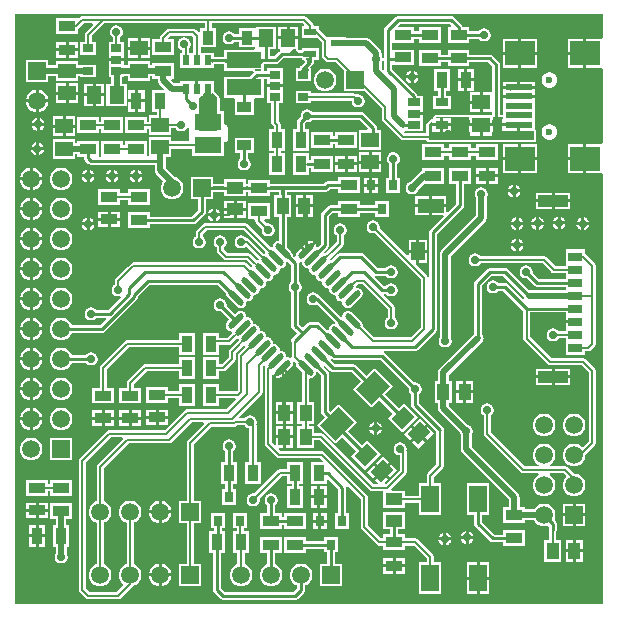
<source format=gtl>
G04 Layer_Physical_Order=1*
G04 Layer_Color=255*
%FSLAX25Y25*%
%MOIN*%
G70*
G01*
G75*
%ADD10R,0.04134X0.02362*%
%ADD11R,0.04803X0.03583*%
%ADD12R,0.05512X0.04134*%
%ADD13R,0.05512X0.03740*%
%ADD14R,0.03150X0.03543*%
%ADD15R,0.04134X0.05512*%
G04:AMPARAMS|DCode=16|XSize=85mil|YSize=70.87mil|CornerRadius=0mil|HoleSize=0mil|Usage=FLASHONLY|Rotation=45.000|XOffset=0mil|YOffset=0mil|HoleType=Round|Shape=Rectangle|*
%AMROTATEDRECTD16*
4,1,4,-0.00500,-0.05511,-0.05511,-0.00500,0.00500,0.05511,0.05511,0.00500,-0.00500,-0.05511,0.0*
%
%ADD16ROTATEDRECTD16*%

%ADD17R,0.05905X0.09055*%
%ADD18R,0.04882X0.03150*%
%ADD19R,0.09842X0.03937*%
%ADD20R,0.08661X0.04528*%
%ADD21R,0.04528X0.05905*%
%ADD22R,0.09842X0.07874*%
%ADD23R,0.09055X0.01968*%
%ADD24R,0.03740X0.05512*%
%ADD25R,0.05512X0.03543*%
%ADD26R,0.02362X0.03543*%
%ADD27R,0.03543X0.02559*%
G04:AMPARAMS|DCode=28|XSize=21.65mil|YSize=64.96mil|CornerRadius=0mil|HoleSize=0mil|Usage=FLASHONLY|Rotation=225.000|XOffset=0mil|YOffset=0mil|HoleType=Round|Shape=Round|*
%AMOVALD28*
21,1,0.04331,0.02165,0.00000,0.00000,315.0*
1,1,0.02165,-0.01531,0.01531*
1,1,0.02165,0.01531,-0.01531*
%
%ADD28OVALD28*%

G04:AMPARAMS|DCode=29|XSize=21.65mil|YSize=64.96mil|CornerRadius=0mil|HoleSize=0mil|Usage=FLASHONLY|Rotation=135.000|XOffset=0mil|YOffset=0mil|HoleType=Round|Shape=Round|*
%AMOVALD29*
21,1,0.04331,0.02165,0.00000,0.00000,225.0*
1,1,0.02165,0.01531,0.01531*
1,1,0.02165,-0.01531,-0.01531*
%
%ADD29OVALD29*%

%ADD30R,0.09055X0.05512*%
%ADD31R,0.11500X0.05512*%
%ADD32R,0.03583X0.04803*%
%ADD33R,0.05905X0.05118*%
%ADD34R,0.05118X0.05905*%
G04:AMPARAMS|DCode=35|XSize=59.05mil|YSize=51.18mil|CornerRadius=0mil|HoleSize=0mil|Usage=FLASHONLY|Rotation=225.000|XOffset=0mil|YOffset=0mil|HoleType=Round|Shape=Rectangle|*
%AMROTATEDRECTD35*
4,1,4,0.00278,0.03897,0.03897,0.00278,-0.00278,-0.03897,-0.03897,-0.00278,0.00278,0.03897,0.0*
%
%ADD35ROTATEDRECTD35*%

%ADD36R,0.04331X0.02559*%
%ADD37C,0.00800*%
%ADD38C,0.01000*%
%ADD39C,0.02000*%
%ADD40R,0.05905X0.05905*%
%ADD41C,0.05905*%
%ADD42C,0.02362*%
%ADD43R,0.05905X0.05905*%
%ADD44C,0.02756*%
G36*
X196025Y196660D02*
X196026Y188741D01*
X195526Y188356D01*
X190527D01*
Y183619D01*
Y178882D01*
X195527D01*
X195748Y178882D01*
X196027Y178497D01*
X196028Y153700D01*
X195528Y153316D01*
X190527D01*
Y148579D01*
Y143842D01*
X195529D01*
X195748Y143842D01*
X196029Y143459D01*
X196040Y354D01*
X195686Y0D01*
X10D01*
X10Y196660D01*
X196025Y196660D01*
D02*
G37*
%LPC*%
G36*
X155480Y138985D02*
X155138Y138958D01*
X154805Y138878D01*
X154488Y138747D01*
X154196Y138567D01*
X153935Y138345D01*
X153713Y138084D01*
X153533Y137792D01*
X153402Y137475D01*
X153322Y137142D01*
X153295Y136800D01*
X153322Y136458D01*
X153402Y136125D01*
X153533Y135808D01*
X153671Y135583D01*
Y129549D01*
X142201Y118079D01*
X141976Y117805D01*
X141809Y117492D01*
X141706Y117153D01*
X141671Y116800D01*
Y89017D01*
X141533Y88792D01*
X141402Y88475D01*
X141322Y88142D01*
X141295Y87800D01*
X141322Y87458D01*
X141402Y87125D01*
X141533Y86808D01*
X141713Y86516D01*
X141935Y86255D01*
X142196Y86033D01*
X142488Y85853D01*
X142805Y85722D01*
X143138Y85642D01*
X143480Y85615D01*
X143822Y85642D01*
X144155Y85722D01*
X144472Y85853D01*
X144764Y86033D01*
X145025Y86255D01*
X145247Y86516D01*
X145427Y86808D01*
X145558Y87125D01*
X145638Y87458D01*
X145665Y87800D01*
X145638Y88142D01*
X145558Y88475D01*
X145427Y88792D01*
X145289Y89017D01*
Y116051D01*
X156759Y127521D01*
X156984Y127795D01*
X157151Y128108D01*
X157254Y128447D01*
X157289Y128800D01*
Y135583D01*
X157427Y135808D01*
X157558Y136125D01*
X157638Y136458D01*
X157665Y136800D01*
X157638Y137142D01*
X157558Y137475D01*
X157427Y137792D01*
X157247Y138084D01*
X157025Y138345D01*
X156764Y138567D01*
X156472Y138747D01*
X156155Y138878D01*
X155822Y138958D01*
X155480Y138985D01*
D02*
G37*
G36*
X5980Y85527D02*
Y82300D01*
X9207D01*
X9113Y82773D01*
X8954Y83239D01*
X8737Y83680D01*
X8464Y84089D01*
X8139Y84459D01*
X7769Y84784D01*
X7360Y85057D01*
X6919Y85274D01*
X6453Y85433D01*
X5980Y85527D01*
D02*
G37*
G36*
X60213Y90356D02*
X54873D01*
Y88006D01*
X37480D01*
X37480Y88006D01*
X37245Y87983D01*
X37019Y87914D01*
X36810Y87803D01*
X36627Y87653D01*
X28627Y79653D01*
X28477Y79470D01*
X28366Y79261D01*
X28297Y79035D01*
X28274Y78800D01*
X28274Y78800D01*
Y72112D01*
X25924D01*
Y66969D01*
X33036D01*
Y72112D01*
X30686D01*
Y78300D01*
X37980Y85594D01*
X54873D01*
Y83244D01*
X60213D01*
Y90356D01*
D02*
G37*
G36*
X9207Y91300D02*
X5980D01*
Y88073D01*
X6453Y88167D01*
X6919Y88326D01*
X7360Y88543D01*
X7769Y88816D01*
X8139Y89141D01*
X8464Y89511D01*
X8737Y89920D01*
X8954Y90361D01*
X9113Y90827D01*
X9207Y91300D01*
D02*
G37*
G36*
X4980D02*
X1753D01*
X1847Y90827D01*
X2005Y90361D01*
X2223Y89920D01*
X2496Y89511D01*
X2821Y89141D01*
X3191Y88816D01*
X3600Y88543D01*
X4041Y88326D01*
X4507Y88167D01*
X4980Y88073D01*
Y91300D01*
D02*
G37*
G36*
X9207Y81300D02*
X5980D01*
Y78073D01*
X6453Y78167D01*
X6919Y78325D01*
X7360Y78543D01*
X7769Y78816D01*
X8139Y79141D01*
X8464Y79511D01*
X8737Y79920D01*
X8954Y80361D01*
X9113Y80827D01*
X9207Y81300D01*
D02*
G37*
G36*
X4980D02*
X1753D01*
X1847Y80827D01*
X2005Y80361D01*
X2223Y79920D01*
X2496Y79511D01*
X2821Y79141D01*
X3191Y78816D01*
X3600Y78543D01*
X4041Y78325D01*
X4507Y78167D01*
X4980Y78073D01*
Y81300D01*
D02*
G37*
G36*
X15480Y85561D02*
X14989Y85529D01*
X14507Y85433D01*
X14041Y85274D01*
X13600Y85057D01*
X13191Y84784D01*
X12821Y84459D01*
X12496Y84089D01*
X12223Y83680D01*
X12005Y83239D01*
X11847Y82773D01*
X11751Y82291D01*
X11719Y81800D01*
X11751Y81309D01*
X11847Y80827D01*
X12005Y80361D01*
X12223Y79920D01*
X12496Y79511D01*
X12821Y79141D01*
X13191Y78816D01*
X13600Y78543D01*
X14041Y78325D01*
X14507Y78167D01*
X14989Y78071D01*
X15480Y78039D01*
X15971Y78071D01*
X16453Y78167D01*
X16919Y78325D01*
X17360Y78543D01*
X17769Y78816D01*
X18139Y79141D01*
X18464Y79511D01*
X18737Y79920D01*
X18955Y80361D01*
X19000Y80494D01*
X23731D01*
X23935Y80255D01*
X24196Y80033D01*
X24488Y79853D01*
X24805Y79722D01*
X25138Y79642D01*
X25480Y79615D01*
X25822Y79642D01*
X26155Y79722D01*
X26472Y79853D01*
X26764Y80033D01*
X27025Y80255D01*
X27247Y80516D01*
X27427Y80808D01*
X27558Y81125D01*
X27638Y81458D01*
X27665Y81800D01*
X27638Y82142D01*
X27558Y82475D01*
X27427Y82792D01*
X27247Y83084D01*
X27025Y83345D01*
X26764Y83567D01*
X26472Y83747D01*
X26155Y83878D01*
X25822Y83958D01*
X25480Y83985D01*
X25138Y83958D01*
X24805Y83878D01*
X24488Y83747D01*
X24196Y83567D01*
X23935Y83345D01*
X23731Y83106D01*
X19000D01*
X18955Y83239D01*
X18737Y83680D01*
X18464Y84089D01*
X18139Y84459D01*
X17769Y84784D01*
X17360Y85057D01*
X16919Y85274D01*
X16453Y85433D01*
X15971Y85529D01*
X15480Y85561D01*
D02*
G37*
G36*
X4980Y85527D02*
X4507Y85433D01*
X4041Y85274D01*
X3600Y85057D01*
X3191Y84784D01*
X2821Y84459D01*
X2496Y84089D01*
X2223Y83680D01*
X2005Y83239D01*
X1847Y82773D01*
X1753Y82300D01*
X4980D01*
Y85527D01*
D02*
G37*
G36*
X60213Y82356D02*
X54873D01*
Y80006D01*
X43480D01*
X43480Y80006D01*
X43245Y79983D01*
X43019Y79914D01*
X42810Y79803D01*
X42627Y79653D01*
X42627Y79653D01*
X37627Y74653D01*
X37477Y74470D01*
X37366Y74261D01*
X37297Y74035D01*
X37274Y73800D01*
X37274Y73800D01*
Y72112D01*
X34924D01*
Y66969D01*
X42036D01*
Y72112D01*
X39686D01*
Y73300D01*
X43979Y77594D01*
X54873D01*
Y75244D01*
X60213D01*
Y82356D01*
D02*
G37*
G36*
X5980Y105527D02*
Y102300D01*
X9207D01*
X9113Y102773D01*
X8954Y103239D01*
X8737Y103680D01*
X8464Y104089D01*
X8139Y104459D01*
X7769Y104784D01*
X7360Y105057D01*
X6919Y105274D01*
X6453Y105433D01*
X5980Y105527D01*
D02*
G37*
G36*
X4980D02*
X4507Y105433D01*
X4041Y105274D01*
X3600Y105057D01*
X3191Y104784D01*
X2821Y104459D01*
X2496Y104089D01*
X2223Y103680D01*
X2005Y103239D01*
X1847Y102773D01*
X1753Y102300D01*
X4980D01*
Y105527D01*
D02*
G37*
G36*
X15480Y115561D02*
X14989Y115529D01*
X14507Y115433D01*
X14041Y115275D01*
X13600Y115057D01*
X13191Y114784D01*
X12821Y114459D01*
X12496Y114089D01*
X12223Y113680D01*
X12005Y113239D01*
X11847Y112773D01*
X11751Y112291D01*
X11719Y111800D01*
X11751Y111309D01*
X11847Y110827D01*
X12005Y110361D01*
X12223Y109920D01*
X12496Y109511D01*
X12821Y109141D01*
X13191Y108816D01*
X13600Y108543D01*
X14041Y108326D01*
X14507Y108167D01*
X14989Y108071D01*
X15480Y108039D01*
X15971Y108071D01*
X16453Y108167D01*
X16919Y108326D01*
X17360Y108543D01*
X17769Y108816D01*
X18139Y109141D01*
X18464Y109511D01*
X18737Y109920D01*
X18955Y110361D01*
X19113Y110827D01*
X19209Y111309D01*
X19241Y111800D01*
X19209Y112291D01*
X19113Y112773D01*
X18955Y113239D01*
X18737Y113680D01*
X18464Y114089D01*
X18139Y114459D01*
X17769Y114784D01*
X17360Y115057D01*
X16919Y115275D01*
X16453Y115433D01*
X15971Y115529D01*
X15480Y115561D01*
D02*
G37*
G36*
X9207Y111300D02*
X5980D01*
Y108073D01*
X6453Y108167D01*
X6919Y108326D01*
X7360Y108543D01*
X7769Y108816D01*
X8139Y109141D01*
X8464Y109511D01*
X8737Y109920D01*
X8954Y110361D01*
X9113Y110827D01*
X9207Y111300D01*
D02*
G37*
G36*
X4980D02*
X1753D01*
X1847Y110827D01*
X2005Y110361D01*
X2223Y109920D01*
X2496Y109511D01*
X2821Y109141D01*
X3191Y108816D01*
X3600Y108543D01*
X4041Y108326D01*
X4507Y108167D01*
X4980Y108073D01*
Y111300D01*
D02*
G37*
G36*
X5980Y95527D02*
Y92300D01*
X9207D01*
X9113Y92773D01*
X8954Y93239D01*
X8737Y93680D01*
X8464Y94089D01*
X8139Y94459D01*
X7769Y94784D01*
X7360Y95057D01*
X6919Y95275D01*
X6453Y95433D01*
X5980Y95527D01*
D02*
G37*
G36*
X4980D02*
X4507Y95433D01*
X4041Y95275D01*
X3600Y95057D01*
X3191Y94784D01*
X2821Y94459D01*
X2496Y94089D01*
X2223Y93680D01*
X2005Y93239D01*
X1847Y92773D01*
X1753Y92300D01*
X4980D01*
Y95527D01*
D02*
G37*
G36*
X15480Y105561D02*
X14989Y105529D01*
X14507Y105433D01*
X14041Y105274D01*
X13600Y105057D01*
X13191Y104784D01*
X12821Y104459D01*
X12496Y104089D01*
X12223Y103680D01*
X12005Y103239D01*
X11847Y102773D01*
X11751Y102291D01*
X11719Y101800D01*
X11751Y101309D01*
X11847Y100827D01*
X12005Y100361D01*
X12223Y99920D01*
X12496Y99511D01*
X12821Y99141D01*
X13191Y98816D01*
X13600Y98543D01*
X14041Y98326D01*
X14507Y98167D01*
X14989Y98071D01*
X15480Y98039D01*
X15971Y98071D01*
X16453Y98167D01*
X16919Y98326D01*
X17360Y98543D01*
X17769Y98816D01*
X18139Y99141D01*
X18464Y99511D01*
X18737Y99920D01*
X18955Y100361D01*
X19113Y100827D01*
X19209Y101309D01*
X19241Y101800D01*
X19209Y102291D01*
X19113Y102773D01*
X18955Y103239D01*
X18737Y103680D01*
X18464Y104089D01*
X18139Y104459D01*
X17769Y104784D01*
X17360Y105057D01*
X16919Y105274D01*
X16453Y105433D01*
X15971Y105529D01*
X15480Y105561D01*
D02*
G37*
G36*
X9207Y101300D02*
X5980D01*
Y98073D01*
X6453Y98167D01*
X6919Y98326D01*
X7360Y98543D01*
X7769Y98816D01*
X8139Y99141D01*
X8464Y99511D01*
X8737Y99920D01*
X8954Y100361D01*
X9113Y100827D01*
X9207Y101300D01*
D02*
G37*
G36*
X4980D02*
X1753D01*
X1847Y100827D01*
X2005Y100361D01*
X2223Y99920D01*
X2496Y99511D01*
X2821Y99141D01*
X3191Y98816D01*
X3600Y98543D01*
X4041Y98326D01*
X4507Y98167D01*
X4980Y98073D01*
Y101300D01*
D02*
G37*
G36*
X152890Y70300D02*
X150523D01*
Y67244D01*
X152890D01*
Y70300D01*
D02*
G37*
G36*
X149523D02*
X147157D01*
Y67244D01*
X149523D01*
Y70300D01*
D02*
G37*
G36*
X15480Y75561D02*
X14989Y75529D01*
X14507Y75433D01*
X14041Y75274D01*
X13600Y75057D01*
X13191Y74784D01*
X12821Y74459D01*
X12496Y74089D01*
X12223Y73680D01*
X12005Y73239D01*
X11847Y72773D01*
X11751Y72291D01*
X11719Y71800D01*
X11751Y71309D01*
X11847Y70827D01*
X12005Y70361D01*
X12223Y69920D01*
X12496Y69511D01*
X12821Y69141D01*
X13191Y68816D01*
X13600Y68543D01*
X14041Y68326D01*
X14507Y68167D01*
X14989Y68071D01*
X15480Y68039D01*
X15971Y68071D01*
X16453Y68167D01*
X16919Y68326D01*
X17360Y68543D01*
X17769Y68816D01*
X18139Y69141D01*
X18464Y69511D01*
X18737Y69920D01*
X18955Y70361D01*
X19113Y70827D01*
X19209Y71309D01*
X19241Y71800D01*
X19209Y72291D01*
X19113Y72773D01*
X18955Y73239D01*
X18737Y73680D01*
X18464Y74089D01*
X18139Y74459D01*
X17769Y74784D01*
X17360Y75057D01*
X16919Y75274D01*
X16453Y75433D01*
X15971Y75529D01*
X15480Y75561D01*
D02*
G37*
G36*
X9207Y71300D02*
X5980D01*
Y68073D01*
X6453Y68167D01*
X6919Y68326D01*
X7360Y68543D01*
X7769Y68816D01*
X8139Y69141D01*
X8464Y69511D01*
X8737Y69920D01*
X8954Y70361D01*
X9113Y70827D01*
X9207Y71300D01*
D02*
G37*
G36*
X4980D02*
X1753D01*
X1847Y70827D01*
X2005Y70361D01*
X2223Y69920D01*
X2496Y69511D01*
X2821Y69141D01*
X3191Y68816D01*
X3600Y68543D01*
X4041Y68326D01*
X4507Y68167D01*
X4980Y68073D01*
Y71300D01*
D02*
G37*
G36*
X46980Y64891D02*
X43924D01*
Y62820D01*
X46980D01*
Y64891D01*
D02*
G37*
G36*
X33036Y64631D02*
X29980D01*
Y62560D01*
X33036D01*
Y64631D01*
D02*
G37*
G36*
X51036Y64891D02*
X47980D01*
Y62820D01*
X51036D01*
Y64891D01*
D02*
G37*
G36*
X92804Y67356D02*
X90437D01*
Y64300D01*
X92804D01*
Y67356D01*
D02*
G37*
G36*
X89437D02*
X87070D01*
Y64300D01*
X89437D01*
Y67356D01*
D02*
G37*
G36*
X185201Y75300D02*
X179980D01*
Y73032D01*
X185201D01*
Y75300D01*
D02*
G37*
G36*
X178980D02*
X173759D01*
Y73032D01*
X178980D01*
Y75300D01*
D02*
G37*
G36*
X89388Y78166D02*
X86927Y75705D01*
X87133Y75594D01*
X87488Y75487D01*
X87857Y75450D01*
X88226Y75487D01*
X88581Y75594D01*
X88908Y75769D01*
X89195Y76004D01*
X90373Y77182D01*
X89388Y78166D01*
D02*
G37*
G36*
X185201Y78569D02*
X179980D01*
Y76300D01*
X185201D01*
Y78569D01*
D02*
G37*
G36*
X178980D02*
X173759D01*
Y76300D01*
X178980D01*
Y78569D01*
D02*
G37*
G36*
X149523Y74356D02*
X147157D01*
Y71300D01*
X149523D01*
Y74356D01*
D02*
G37*
G36*
X60213Y73356D02*
X54873D01*
Y71006D01*
X51036D01*
Y72372D01*
X43924D01*
Y67228D01*
X51036D01*
Y68594D01*
X54873D01*
Y66244D01*
X60213D01*
Y73356D01*
D02*
G37*
G36*
X152890Y74356D02*
X150523D01*
Y71300D01*
X152890D01*
Y74356D01*
D02*
G37*
G36*
X5980Y75527D02*
Y72300D01*
X9207D01*
X9113Y72773D01*
X8954Y73239D01*
X8737Y73680D01*
X8464Y74089D01*
X8139Y74459D01*
X7769Y74784D01*
X7360Y75057D01*
X6919Y75274D01*
X6453Y75433D01*
X5980Y75527D01*
D02*
G37*
G36*
X4980D02*
X4507Y75433D01*
X4041Y75274D01*
X3600Y75057D01*
X3191Y74784D01*
X2821Y74459D01*
X2496Y74089D01*
X2223Y73680D01*
X2005Y73239D01*
X1847Y72773D01*
X1753Y72300D01*
X4980D01*
Y75527D01*
D02*
G37*
G36*
X183600Y126600D02*
X181980D01*
Y124980D01*
X182155Y125022D01*
X182472Y125153D01*
X182764Y125333D01*
X183025Y125555D01*
X183247Y125816D01*
X183427Y126108D01*
X183558Y126425D01*
X183600Y126600D01*
D02*
G37*
G36*
X180980D02*
X179360D01*
X179402Y126425D01*
X179533Y126108D01*
X179713Y125816D01*
X179935Y125555D01*
X180196Y125333D01*
X180488Y125153D01*
X180805Y125022D01*
X180980Y124980D01*
Y126600D01*
D02*
G37*
G36*
X30980Y127820D02*
X27924D01*
Y125748D01*
X30980D01*
Y127820D01*
D02*
G37*
G36*
X23980Y128920D02*
X23805Y128878D01*
X23488Y128747D01*
X23196Y128567D01*
X22935Y128345D01*
X22713Y128084D01*
X22533Y127792D01*
X22402Y127475D01*
X22360Y127300D01*
X23980D01*
Y128920D01*
D02*
G37*
G36*
X35036Y127820D02*
X31980D01*
Y125748D01*
X35036D01*
Y127820D01*
D02*
G37*
G36*
X188880Y126400D02*
X187260D01*
X187302Y126225D01*
X187433Y125908D01*
X187613Y125616D01*
X187835Y125355D01*
X188096Y125133D01*
X188388Y124953D01*
X188705Y124822D01*
X188880Y124780D01*
Y126400D01*
D02*
G37*
G36*
X169600D02*
X167980D01*
Y124780D01*
X168155Y124822D01*
X168472Y124953D01*
X168764Y125133D01*
X169025Y125355D01*
X169247Y125616D01*
X169427Y125908D01*
X169558Y126225D01*
X169600Y126400D01*
D02*
G37*
G36*
X191500D02*
X189880D01*
Y124780D01*
X190055Y124822D01*
X190372Y124953D01*
X190664Y125133D01*
X190925Y125355D01*
X191147Y125616D01*
X191327Y125908D01*
X191458Y126225D01*
X191500Y126400D01*
D02*
G37*
G36*
X176400Y126500D02*
X174780D01*
Y124880D01*
X174955Y124922D01*
X175272Y125053D01*
X175564Y125233D01*
X175825Y125455D01*
X176047Y125716D01*
X176227Y126008D01*
X176358Y126325D01*
X176400Y126500D01*
D02*
G37*
G36*
X173780D02*
X172160D01*
X172202Y126325D01*
X172333Y126008D01*
X172513Y125716D01*
X172735Y125455D01*
X172996Y125233D01*
X173288Y125053D01*
X173605Y124922D01*
X173780Y124880D01*
Y126500D01*
D02*
G37*
G36*
X174780Y129120D02*
Y127500D01*
X176400D01*
X176358Y127675D01*
X176227Y127992D01*
X176047Y128284D01*
X175825Y128545D01*
X175564Y128767D01*
X175272Y128947D01*
X174955Y129078D01*
X174780Y129120D01*
D02*
G37*
G36*
X173780D02*
X173605Y129078D01*
X173288Y128947D01*
X172996Y128767D01*
X172735Y128545D01*
X172513Y128284D01*
X172333Y127992D01*
X172202Y127675D01*
X172160Y127500D01*
X173780D01*
Y129120D01*
D02*
G37*
G36*
X180980Y129220D02*
X180805Y129178D01*
X180488Y129047D01*
X180196Y128867D01*
X179935Y128645D01*
X179713Y128384D01*
X179533Y128092D01*
X179402Y127775D01*
X179360Y127600D01*
X180980D01*
Y129220D01*
D02*
G37*
G36*
X65980Y129300D02*
X64360D01*
X64402Y129125D01*
X64533Y128808D01*
X64713Y128516D01*
X64935Y128255D01*
X65196Y128033D01*
X65488Y127853D01*
X65805Y127722D01*
X65980Y127680D01*
Y129300D01*
D02*
G37*
G36*
X181980Y129220D02*
Y127600D01*
X183600D01*
X183558Y127775D01*
X183427Y128092D01*
X183247Y128384D01*
X183025Y128645D01*
X182764Y128867D01*
X182472Y129047D01*
X182155Y129178D01*
X181980Y129220D01*
D02*
G37*
G36*
X166980Y129020D02*
X166805Y128978D01*
X166488Y128847D01*
X166196Y128667D01*
X165935Y128445D01*
X165713Y128184D01*
X165533Y127892D01*
X165402Y127575D01*
X165360Y127400D01*
X166980D01*
Y129020D01*
D02*
G37*
G36*
X24980Y128920D02*
Y127300D01*
X26600D01*
X26558Y127475D01*
X26427Y127792D01*
X26247Y128084D01*
X26025Y128345D01*
X25764Y128567D01*
X25472Y128747D01*
X25155Y128878D01*
X24980Y128920D01*
D02*
G37*
G36*
X167980Y129020D02*
Y127400D01*
X169600D01*
X169558Y127575D01*
X169427Y127892D01*
X169247Y128184D01*
X169025Y128445D01*
X168764Y128667D01*
X168472Y128847D01*
X168155Y128978D01*
X167980Y129020D01*
D02*
G37*
G36*
X189880D02*
Y127400D01*
X191500D01*
X191458Y127575D01*
X191327Y127892D01*
X191147Y128184D01*
X190925Y128445D01*
X190664Y128667D01*
X190372Y128847D01*
X190055Y128978D01*
X189880Y129020D01*
D02*
G37*
G36*
X188880D02*
X188705Y128978D01*
X188388Y128847D01*
X188096Y128667D01*
X187835Y128445D01*
X187613Y128184D01*
X187433Y127892D01*
X187302Y127575D01*
X187260Y127400D01*
X188880D01*
Y129020D01*
D02*
G37*
G36*
X15480Y125561D02*
X14989Y125529D01*
X14507Y125433D01*
X14041Y125275D01*
X13600Y125057D01*
X13191Y124784D01*
X12821Y124459D01*
X12496Y124089D01*
X12223Y123680D01*
X12005Y123239D01*
X11847Y122773D01*
X11751Y122291D01*
X11719Y121800D01*
X11751Y121309D01*
X11847Y120827D01*
X12005Y120361D01*
X12223Y119920D01*
X12496Y119511D01*
X12821Y119141D01*
X13191Y118816D01*
X13600Y118543D01*
X14041Y118325D01*
X14507Y118167D01*
X14989Y118071D01*
X15480Y118039D01*
X15971Y118071D01*
X16453Y118167D01*
X16919Y118325D01*
X17360Y118543D01*
X17769Y118816D01*
X18139Y119141D01*
X18464Y119511D01*
X18737Y119920D01*
X18955Y120361D01*
X19113Y120827D01*
X19209Y121309D01*
X19241Y121800D01*
X19209Y122291D01*
X19113Y122773D01*
X18955Y123239D01*
X18737Y123680D01*
X18464Y124089D01*
X18139Y124459D01*
X17769Y124784D01*
X17360Y125057D01*
X16919Y125275D01*
X16453Y125433D01*
X15971Y125529D01*
X15480Y125561D01*
D02*
G37*
G36*
X169600Y119300D02*
X167980D01*
Y117680D01*
X168155Y117722D01*
X168472Y117853D01*
X168764Y118033D01*
X169025Y118255D01*
X169247Y118516D01*
X169427Y118808D01*
X169558Y119125D01*
X169600Y119300D01*
D02*
G37*
G36*
X4980Y121300D02*
X1753D01*
X1847Y120827D01*
X2005Y120361D01*
X2223Y119920D01*
X2496Y119511D01*
X2821Y119141D01*
X3191Y118816D01*
X3600Y118543D01*
X4041Y118325D01*
X4507Y118167D01*
X4980Y118073D01*
Y121300D01*
D02*
G37*
G36*
X133901Y121364D02*
X131337D01*
Y118111D01*
X133901D01*
Y121364D01*
D02*
G37*
G36*
X9207Y121300D02*
X5980D01*
Y118073D01*
X6453Y118167D01*
X6919Y118325D01*
X7360Y118543D01*
X7769Y118816D01*
X8139Y119141D01*
X8464Y119511D01*
X8737Y119920D01*
X8954Y120361D01*
X9113Y120827D01*
X9207Y121300D01*
D02*
G37*
G36*
X5980Y115527D02*
Y112300D01*
X9207D01*
X9113Y112773D01*
X8954Y113239D01*
X8737Y113680D01*
X8464Y114089D01*
X8139Y114459D01*
X7769Y114784D01*
X7360Y115057D01*
X6919Y115275D01*
X6453Y115433D01*
X5980Y115527D01*
D02*
G37*
G36*
X4980D02*
X4507Y115433D01*
X4041Y115275D01*
X3600Y115057D01*
X3191Y114784D01*
X2821Y114459D01*
X2496Y114089D01*
X2223Y113680D01*
X2005Y113239D01*
X1847Y112773D01*
X1753Y112300D01*
X4980D01*
Y115527D01*
D02*
G37*
G36*
X190122Y118254D02*
X183641D01*
Y112754D01*
X180231D01*
X177333Y115653D01*
X177150Y115803D01*
X176941Y115914D01*
X176715Y115983D01*
X176480Y116006D01*
X176480Y116006D01*
X155295D01*
X155247Y116084D01*
X155025Y116345D01*
X154764Y116567D01*
X154472Y116747D01*
X154155Y116878D01*
X153822Y116958D01*
X153480Y116985D01*
X153138Y116958D01*
X152805Y116878D01*
X152488Y116747D01*
X152196Y116567D01*
X151935Y116345D01*
X151713Y116084D01*
X151533Y115792D01*
X151402Y115475D01*
X151322Y115142D01*
X151295Y114800D01*
X151322Y114458D01*
X151402Y114125D01*
X151533Y113808D01*
X151713Y113516D01*
X151935Y113255D01*
X152196Y113033D01*
X152488Y112853D01*
X152805Y112722D01*
X153138Y112642D01*
X153480Y112615D01*
X153822Y112642D01*
X154155Y112722D01*
X154472Y112853D01*
X154764Y113033D01*
X155025Y113255D01*
X155247Y113516D01*
X155295Y113594D01*
X175980D01*
X178879Y110695D01*
X178879Y110695D01*
X179062Y110545D01*
X179271Y110434D01*
X179497Y110365D01*
X179732Y110342D01*
X183641D01*
Y108524D01*
X174604D01*
X172640Y110487D01*
X172665Y110800D01*
X172638Y111142D01*
X172558Y111475D01*
X172427Y111792D01*
X172247Y112084D01*
X172025Y112345D01*
X171764Y112567D01*
X171472Y112747D01*
X171155Y112878D01*
X170822Y112958D01*
X170480Y112985D01*
X170138Y112958D01*
X169805Y112878D01*
X169488Y112747D01*
X169196Y112567D01*
X168935Y112345D01*
X168713Y112084D01*
X168533Y111792D01*
X168402Y111475D01*
X168322Y111142D01*
X168295Y110800D01*
X168322Y110458D01*
X168402Y110125D01*
X168533Y109808D01*
X168713Y109516D01*
X168935Y109255D01*
X169196Y109033D01*
X169488Y108853D01*
X169805Y108722D01*
X170138Y108642D01*
X170480Y108615D01*
X170793Y108640D01*
X173139Y106294D01*
X173337Y106131D01*
X173563Y106010D01*
X173808Y105936D01*
X174063Y105911D01*
X183641D01*
Y104695D01*
X171432D01*
X164404Y111724D01*
X164206Y111886D01*
X163980Y112007D01*
X163735Y112081D01*
X163480Y112106D01*
X158480D01*
X158225Y112081D01*
X157980Y112007D01*
X157754Y111886D01*
X157556Y111724D01*
X157556Y111724D01*
X153556Y107724D01*
X153394Y107526D01*
X153273Y107300D01*
X153199Y107055D01*
X153174Y106800D01*
Y90052D01*
X141658Y78536D01*
X141433Y78262D01*
X141266Y77949D01*
X141163Y77609D01*
X141128Y77257D01*
Y74356D01*
X140070D01*
Y67244D01*
X141128D01*
Y65343D01*
X141163Y64991D01*
X141266Y64651D01*
X141433Y64338D01*
X141658Y64064D01*
X148341Y57381D01*
X148402Y57125D01*
X148533Y56808D01*
X148671Y56583D01*
Y51800D01*
X148706Y51447D01*
X148809Y51108D01*
X148976Y50795D01*
X149201Y50521D01*
X164671Y35051D01*
Y32470D01*
X162924D01*
Y27130D01*
X170036D01*
Y27991D01*
X173188D01*
X173223Y27920D01*
X173496Y27511D01*
X173821Y27141D01*
X174191Y26816D01*
X174600Y26543D01*
X175041Y26326D01*
X175507Y26167D01*
X175989Y26071D01*
X176480Y26039D01*
X176971Y26071D01*
X177453Y26167D01*
X177587Y26213D01*
X178087Y25858D01*
Y24887D01*
X178112Y24632D01*
X178186Y24387D01*
X178187Y24385D01*
Y21356D01*
X176526D01*
Y14244D01*
X182260D01*
Y21356D01*
X180599D01*
Y24385D01*
X180600Y24387D01*
X180674Y24632D01*
X180700Y24887D01*
Y26887D01*
X180700Y26887D01*
X180674Y27142D01*
X180600Y27387D01*
X180479Y27613D01*
X180317Y27810D01*
X180317Y27810D01*
X179893Y28235D01*
X179955Y28361D01*
X180113Y28827D01*
X180209Y29309D01*
X180241Y29800D01*
X180209Y30291D01*
X180113Y30773D01*
X179955Y31239D01*
X179737Y31680D01*
X179464Y32089D01*
X179139Y32459D01*
X178769Y32784D01*
X178360Y33057D01*
X177919Y33274D01*
X177453Y33433D01*
X176971Y33529D01*
X176480Y33561D01*
X175989Y33529D01*
X175507Y33433D01*
X175041Y33274D01*
X174600Y33057D01*
X174191Y32784D01*
X173821Y32459D01*
X173496Y32089D01*
X173223Y31680D01*
X173188Y31609D01*
X170036D01*
Y32470D01*
X168289D01*
Y35800D01*
X168254Y36153D01*
X168151Y36492D01*
X167984Y36805D01*
X167759Y37079D01*
X152289Y52549D01*
Y56583D01*
X152427Y56808D01*
X152558Y57125D01*
X152638Y57458D01*
X152665Y57800D01*
X152638Y58142D01*
X152558Y58475D01*
X152427Y58792D01*
X152247Y59084D01*
X152025Y59345D01*
X151764Y59567D01*
X151472Y59747D01*
X151155Y59878D01*
X150899Y59939D01*
X144745Y66093D01*
Y67244D01*
X145803D01*
Y74356D01*
X144745D01*
Y76507D01*
X155759Y87521D01*
X155984Y87795D01*
X156151Y88108D01*
X156254Y88447D01*
X156289Y88800D01*
X156254Y89153D01*
X156151Y89492D01*
X155984Y89805D01*
X155786Y90046D01*
Y106259D01*
X159021Y109494D01*
X162939D01*
X169589Y102844D01*
X169619Y102534D01*
X169722Y102194D01*
X169817Y102018D01*
X169411Y101716D01*
X164404Y106724D01*
X164206Y106886D01*
X163980Y107007D01*
X163735Y107081D01*
X163480Y107106D01*
X161229D01*
X161025Y107345D01*
X160764Y107567D01*
X160472Y107747D01*
X160155Y107878D01*
X159822Y107958D01*
X159480Y107985D01*
X159138Y107958D01*
X158805Y107878D01*
X158488Y107747D01*
X158196Y107567D01*
X157935Y107345D01*
X157713Y107084D01*
X157533Y106792D01*
X157402Y106475D01*
X157322Y106142D01*
X157295Y105800D01*
X157322Y105458D01*
X157402Y105125D01*
X157533Y104808D01*
X157713Y104516D01*
X157935Y104255D01*
X158196Y104033D01*
X158488Y103853D01*
X158805Y103722D01*
X159138Y103642D01*
X159480Y103615D01*
X159822Y103642D01*
X160155Y103722D01*
X160472Y103853D01*
X160764Y104033D01*
X161025Y104255D01*
X161229Y104494D01*
X162939D01*
X169518Y97914D01*
Y88556D01*
X169518Y88556D01*
X169542Y88321D01*
X169610Y88094D01*
X169722Y87886D01*
X169872Y87703D01*
X177627Y79947D01*
X177627Y79947D01*
X177810Y79797D01*
X178019Y79686D01*
X178245Y79617D01*
X178480Y79594D01*
X178480Y79594D01*
X188980D01*
X191274Y77301D01*
Y54299D01*
X189425Y52450D01*
X189139Y52459D01*
X188769Y52784D01*
X188360Y53057D01*
X187919Y53275D01*
X187453Y53433D01*
X186971Y53529D01*
X186480Y53561D01*
X185989Y53529D01*
X185507Y53433D01*
X185041Y53275D01*
X184600Y53057D01*
X184191Y52784D01*
X183821Y52459D01*
X183496Y52089D01*
X183223Y51680D01*
X183005Y51239D01*
X182847Y50773D01*
X182751Y50291D01*
X182719Y49800D01*
X182751Y49309D01*
X182847Y48827D01*
X183005Y48361D01*
X183223Y47920D01*
X183496Y47511D01*
X183821Y47141D01*
X184191Y46816D01*
X184600Y46543D01*
X185041Y46325D01*
X185507Y46167D01*
X185989Y46071D01*
X186480Y46039D01*
X186971Y46071D01*
X187453Y46167D01*
X187919Y46325D01*
X188360Y46543D01*
X188769Y46816D01*
X189139Y47141D01*
X189464Y47511D01*
X189737Y47920D01*
X189954Y48361D01*
X190113Y48827D01*
X190209Y49309D01*
X190241Y49800D01*
X190237Y49852D01*
X193333Y52947D01*
X193333Y52947D01*
X193483Y53130D01*
X193594Y53338D01*
X193663Y53565D01*
X193686Y53800D01*
Y77800D01*
X193663Y78035D01*
X193594Y78261D01*
X193483Y78470D01*
X193333Y78653D01*
X190333Y81653D01*
X190150Y81803D01*
X189941Y81914D01*
X189715Y81983D01*
X189480Y82006D01*
X189480Y82006D01*
X178980D01*
X171930Y89055D01*
Y97250D01*
X183641D01*
Y94725D01*
X186882D01*
Y93725D01*
X183641D01*
Y91100D01*
X181234D01*
X181025Y91345D01*
X180764Y91567D01*
X180472Y91747D01*
X180155Y91878D01*
X179822Y91958D01*
X179480Y91985D01*
X179138Y91958D01*
X178805Y91878D01*
X178488Y91747D01*
X178196Y91567D01*
X177935Y91345D01*
X177713Y91084D01*
X177533Y90792D01*
X177402Y90475D01*
X177322Y90142D01*
X177295Y89800D01*
X177322Y89458D01*
X177402Y89125D01*
X177533Y88808D01*
X177713Y88516D01*
X177935Y88255D01*
X178196Y88033D01*
X178488Y87853D01*
X178805Y87722D01*
X179138Y87642D01*
X179480Y87615D01*
X179822Y87642D01*
X180155Y87722D01*
X180472Y87853D01*
X180764Y88033D01*
X181025Y88255D01*
X181247Y88516D01*
X181353Y88689D01*
X183641D01*
Y83189D01*
X190122D01*
Y84358D01*
X191244D01*
X191244Y84358D01*
X191479Y84381D01*
X191705Y84450D01*
X191914Y84561D01*
X192096Y84711D01*
X193333Y85947D01*
X193483Y86130D01*
X193594Y86339D01*
X193663Y86565D01*
X193686Y86800D01*
Y102800D01*
Y112800D01*
X193663Y113035D01*
X193594Y113261D01*
X193483Y113470D01*
X193333Y113653D01*
X190254Y116731D01*
X190122Y116839D01*
Y118254D01*
D02*
G37*
G36*
X166980Y119300D02*
X165360D01*
X165402Y119125D01*
X165533Y118808D01*
X165713Y118516D01*
X165935Y118255D01*
X166196Y118033D01*
X166488Y117853D01*
X166805Y117722D01*
X166980Y117680D01*
Y119300D01*
D02*
G37*
G36*
X137465Y117111D02*
X134901D01*
Y113858D01*
X137465D01*
Y117111D01*
D02*
G37*
G36*
X85036Y133596D02*
X77924D01*
Y128256D01*
X79915D01*
X80211Y127863D01*
X80234Y127628D01*
X80303Y127402D01*
X80414Y127193D01*
X80564Y127010D01*
X82344Y125231D01*
X82322Y125142D01*
X82295Y124800D01*
X82322Y124458D01*
X82402Y124125D01*
X82533Y123808D01*
X82713Y123516D01*
X82935Y123255D01*
X83196Y123033D01*
X83488Y122853D01*
X83805Y122722D01*
X84138Y122642D01*
X84480Y122615D01*
X84822Y122642D01*
X85155Y122722D01*
X85472Y122853D01*
X85764Y123033D01*
X86025Y123255D01*
X86247Y123516D01*
X86427Y123808D01*
X86558Y124125D01*
X86638Y124458D01*
X86665Y124800D01*
X86638Y125142D01*
X86558Y125475D01*
X86427Y125792D01*
X86247Y126084D01*
X86025Y126345D01*
X85764Y126567D01*
X85472Y126747D01*
X85155Y126878D01*
X84822Y126958D01*
X84480Y126985D01*
X84138Y126958D01*
X84049Y126936D01*
X83191Y127794D01*
X83383Y128256D01*
X85036D01*
Y133596D01*
D02*
G37*
G36*
X5980Y125527D02*
Y122300D01*
X9207D01*
X9113Y122773D01*
X8954Y123239D01*
X8737Y123680D01*
X8464Y124089D01*
X8139Y124459D01*
X7769Y124784D01*
X7360Y125057D01*
X6919Y125275D01*
X6453Y125433D01*
X5980Y125527D01*
D02*
G37*
G36*
X23980Y126300D02*
X22360D01*
X22402Y126125D01*
X22533Y125808D01*
X22713Y125516D01*
X22935Y125255D01*
X23196Y125033D01*
X23488Y124853D01*
X23805Y124722D01*
X23980Y124680D01*
Y126300D01*
D02*
G37*
G36*
X166980Y126400D02*
X165360D01*
X165402Y126225D01*
X165533Y125908D01*
X165713Y125616D01*
X165935Y125355D01*
X166196Y125133D01*
X166488Y124953D01*
X166805Y124822D01*
X166980Y124780D01*
Y126400D01*
D02*
G37*
G36*
X26600Y126300D02*
X24980D01*
Y124680D01*
X25155Y124722D01*
X25472Y124853D01*
X25764Y125033D01*
X26025Y125255D01*
X26247Y125516D01*
X26427Y125808D01*
X26558Y126125D01*
X26600Y126300D01*
D02*
G37*
G36*
X98575Y121131D02*
X98206Y121095D01*
X97851Y120987D01*
X97524Y120812D01*
X97238Y120577D01*
X96060Y119400D01*
X97044Y118415D01*
X99506Y120877D01*
X99299Y120987D01*
X98944Y121095D01*
X98575Y121131D01*
D02*
G37*
G36*
X137465Y121364D02*
X134901D01*
Y118111D01*
X137465D01*
Y121364D01*
D02*
G37*
G36*
X166980Y121920D02*
X166805Y121878D01*
X166488Y121747D01*
X166196Y121567D01*
X165935Y121345D01*
X165713Y121084D01*
X165533Y120792D01*
X165402Y120475D01*
X165360Y120300D01*
X166980D01*
Y121920D01*
D02*
G37*
G36*
X4980Y125527D02*
X4507Y125433D01*
X4041Y125275D01*
X3600Y125057D01*
X3191Y124784D01*
X2821Y124459D01*
X2496Y124089D01*
X2223Y123680D01*
X2005Y123239D01*
X1847Y122773D01*
X1753Y122300D01*
X4980D01*
Y125527D01*
D02*
G37*
G36*
X167980Y121920D02*
Y120300D01*
X169600D01*
X169558Y120475D01*
X169427Y120792D01*
X169247Y121084D01*
X169025Y121345D01*
X168764Y121567D01*
X168472Y121747D01*
X168155Y121878D01*
X167980Y121920D01*
D02*
G37*
G36*
X42036Y64631D02*
X38980D01*
Y62560D01*
X42036D01*
Y64631D01*
D02*
G37*
G36*
X150280Y21800D02*
X148660D01*
X148702Y21625D01*
X148833Y21308D01*
X149013Y21016D01*
X149235Y20755D01*
X149496Y20533D01*
X149788Y20353D01*
X150105Y20222D01*
X150280Y20180D01*
Y21800D01*
D02*
G37*
G36*
X145500Y21300D02*
X143880D01*
Y19680D01*
X144055Y19722D01*
X144372Y19853D01*
X144664Y20033D01*
X144925Y20255D01*
X145147Y20516D01*
X145327Y20808D01*
X145458Y21125D01*
X145500Y21300D01*
D02*
G37*
G36*
X152900Y21800D02*
X151280D01*
Y20180D01*
X151455Y20222D01*
X151772Y20353D01*
X152064Y20533D01*
X152325Y20755D01*
X152547Y21016D01*
X152727Y21308D01*
X152858Y21625D01*
X152900Y21800D01*
D02*
G37*
G36*
X143880Y23920D02*
Y22300D01*
X145500D01*
X145458Y22475D01*
X145327Y22792D01*
X145147Y23084D01*
X144925Y23345D01*
X144664Y23567D01*
X144372Y23747D01*
X144055Y23878D01*
X143880Y23920D01*
D02*
G37*
G36*
X142880D02*
X142705Y23878D01*
X142388Y23747D01*
X142096Y23567D01*
X141835Y23345D01*
X141613Y23084D01*
X141433Y22792D01*
X141302Y22475D01*
X141260Y22300D01*
X142880D01*
Y23920D01*
D02*
G37*
G36*
X7043Y22300D02*
X4873D01*
Y19244D01*
X7043D01*
Y22300D01*
D02*
G37*
G36*
X189347Y21356D02*
X186980D01*
Y18300D01*
X189347D01*
Y21356D01*
D02*
G37*
G36*
X10213Y22300D02*
X8043D01*
Y19244D01*
X10213D01*
Y22300D01*
D02*
G37*
G36*
X142880Y21300D02*
X141260D01*
X141302Y21125D01*
X141433Y20808D01*
X141613Y20516D01*
X141835Y20255D01*
X142096Y20033D01*
X142388Y19853D01*
X142705Y19722D01*
X142880Y19680D01*
Y21300D01*
D02*
G37*
G36*
X158233Y40317D02*
X150727D01*
Y29661D01*
X153111D01*
Y26863D01*
X153136Y26608D01*
X153210Y26363D01*
X153331Y26137D01*
X153493Y25939D01*
X158430Y21002D01*
X158430Y21002D01*
X158628Y20840D01*
X158854Y20719D01*
X159099Y20645D01*
X159354Y20620D01*
X162924D01*
Y19256D01*
X170036D01*
Y24596D01*
X162924D01*
Y23232D01*
X159895D01*
X155723Y27404D01*
Y29661D01*
X158233D01*
Y40317D01*
D02*
G37*
G36*
X104115Y27237D02*
X102240D01*
Y25165D01*
X104115D01*
Y27237D01*
D02*
G37*
G36*
X101240D02*
X99365D01*
Y25165D01*
X101240D01*
Y27237D01*
D02*
G37*
G36*
X185980Y29300D02*
X182727D01*
Y26047D01*
X185980D01*
Y29300D01*
D02*
G37*
G36*
X47980Y30300D02*
X44753D01*
X44847Y29827D01*
X45006Y29361D01*
X45223Y28920D01*
X45496Y28511D01*
X45821Y28141D01*
X46191Y27816D01*
X46600Y27543D01*
X47041Y27325D01*
X47507Y27167D01*
X47980Y27073D01*
Y30300D01*
D02*
G37*
G36*
X190233Y29300D02*
X186980D01*
Y26047D01*
X190233D01*
Y29300D01*
D02*
G37*
G36*
X151280Y24420D02*
Y22800D01*
X152900D01*
X152858Y22975D01*
X152727Y23292D01*
X152547Y23584D01*
X152325Y23845D01*
X152064Y24067D01*
X151772Y24247D01*
X151455Y24378D01*
X151280Y24420D01*
D02*
G37*
G36*
X150280D02*
X150105Y24378D01*
X149788Y24247D01*
X149496Y24067D01*
X149235Y23845D01*
X149013Y23584D01*
X148833Y23292D01*
X148702Y22975D01*
X148660Y22800D01*
X150280D01*
Y24420D01*
D02*
G37*
G36*
X7043Y26356D02*
X4873D01*
Y23300D01*
X7043D01*
Y26356D01*
D02*
G37*
G36*
X85480Y36985D02*
X85138Y36958D01*
X84805Y36878D01*
X84488Y36747D01*
X84196Y36567D01*
X83935Y36345D01*
X83713Y36084D01*
X83533Y35792D01*
X83402Y35475D01*
X83322Y35142D01*
X83295Y34800D01*
X83322Y34458D01*
X83402Y34125D01*
X83533Y33808D01*
X83713Y33516D01*
X83935Y33255D01*
X84174Y33051D01*
Y30407D01*
X81924D01*
Y25067D01*
X89036D01*
Y26431D01*
X89924D01*
Y25067D01*
X97036D01*
Y30407D01*
X89924D01*
Y29043D01*
X89036D01*
Y30407D01*
X86786D01*
Y33051D01*
X87025Y33255D01*
X87247Y33516D01*
X87427Y33808D01*
X87558Y34125D01*
X87638Y34458D01*
X87665Y34800D01*
X87638Y35142D01*
X87558Y35475D01*
X87427Y35792D01*
X87247Y36084D01*
X87025Y36345D01*
X86764Y36567D01*
X86472Y36747D01*
X86155Y36878D01*
X85822Y36958D01*
X85480Y36985D01*
D02*
G37*
G36*
X10213Y26356D02*
X8043D01*
Y23300D01*
X10213D01*
Y26356D01*
D02*
G37*
G36*
X47980Y9300D02*
X44753D01*
X44847Y8827D01*
X45006Y8361D01*
X45223Y7920D01*
X45496Y7511D01*
X45821Y7141D01*
X46191Y6816D01*
X46600Y6543D01*
X47041Y6325D01*
X47507Y6167D01*
X47980Y6073D01*
Y9300D01*
D02*
G37*
G36*
X97036Y22533D02*
X89924D01*
Y17193D01*
X97036D01*
Y18557D01*
X103105D01*
Y17291D01*
X104174D01*
Y13553D01*
X101727D01*
Y6047D01*
X109233D01*
Y13553D01*
X106786D01*
Y17291D01*
X107855D01*
Y22435D01*
X103105D01*
Y21169D01*
X97036D01*
Y22533D01*
D02*
G37*
G36*
X52207Y9300D02*
X48980D01*
Y6073D01*
X49453Y6167D01*
X49919Y6325D01*
X50360Y6543D01*
X50769Y6816D01*
X51139Y7141D01*
X51464Y7511D01*
X51737Y7920D01*
X51955Y8361D01*
X52113Y8827D01*
X52207Y9300D01*
D02*
G37*
G36*
X158233Y13939D02*
X154980D01*
Y9111D01*
X158233D01*
Y13939D01*
D02*
G37*
G36*
X153980D02*
X150727D01*
Y9111D01*
X153980D01*
Y13939D01*
D02*
G37*
G36*
Y8111D02*
X150727D01*
Y3283D01*
X153980D01*
Y8111D01*
D02*
G37*
G36*
X70115Y30435D02*
X65365D01*
Y25291D01*
X66434D01*
Y24356D01*
X64873D01*
Y17244D01*
X66237D01*
Y4737D01*
X66262Y4482D01*
X66336Y4237D01*
X66457Y4011D01*
X66619Y3813D01*
X68556Y1876D01*
X68754Y1714D01*
X68980Y1593D01*
X69225Y1519D01*
X69480Y1494D01*
X93480D01*
X93735Y1519D01*
X93980Y1593D01*
X94206Y1714D01*
X94404Y1876D01*
X96404Y3876D01*
X96404Y3876D01*
X96566Y4074D01*
X96687Y4300D01*
X96761Y4545D01*
X96786Y4800D01*
X96786Y4800D01*
Y6280D01*
X96919Y6325D01*
X97360Y6543D01*
X97769Y6816D01*
X98139Y7141D01*
X98464Y7511D01*
X98737Y7920D01*
X98954Y8361D01*
X99113Y8827D01*
X99209Y9309D01*
X99241Y9800D01*
X99209Y10291D01*
X99113Y10773D01*
X98954Y11239D01*
X98737Y11680D01*
X98464Y12089D01*
X98139Y12459D01*
X97769Y12784D01*
X97360Y13057D01*
X96919Y13274D01*
X96453Y13433D01*
X95971Y13529D01*
X95480Y13561D01*
X94989Y13529D01*
X94507Y13433D01*
X94041Y13274D01*
X93600Y13057D01*
X93191Y12784D01*
X92821Y12459D01*
X92496Y12089D01*
X92223Y11680D01*
X92005Y11239D01*
X91847Y10773D01*
X91751Y10291D01*
X91719Y9800D01*
X91751Y9309D01*
X91847Y8827D01*
X92005Y8361D01*
X92223Y7920D01*
X92496Y7511D01*
X92821Y7141D01*
X93191Y6816D01*
X93600Y6543D01*
X94041Y6325D01*
X94174Y6280D01*
Y5341D01*
X92939Y4106D01*
X70021D01*
X68849Y5278D01*
Y17244D01*
X70213D01*
Y24356D01*
X69046D01*
Y25291D01*
X70115D01*
Y30435D01*
D02*
G37*
G36*
X158233Y8111D02*
X154980D01*
Y3283D01*
X158233D01*
Y8111D01*
D02*
G37*
G36*
X89036Y22533D02*
X81924D01*
Y17193D01*
X84174D01*
Y13320D01*
X84041Y13274D01*
X83600Y13057D01*
X83191Y12784D01*
X82821Y12459D01*
X82496Y12089D01*
X82223Y11680D01*
X82006Y11239D01*
X81847Y10773D01*
X81751Y10291D01*
X81719Y9800D01*
X81751Y9309D01*
X81847Y8827D01*
X82006Y8361D01*
X82223Y7920D01*
X82496Y7511D01*
X82821Y7141D01*
X83191Y6816D01*
X83600Y6543D01*
X84041Y6325D01*
X84507Y6167D01*
X84989Y6071D01*
X85480Y6039D01*
X85971Y6071D01*
X86453Y6167D01*
X86919Y6325D01*
X87360Y6543D01*
X87769Y6816D01*
X88139Y7141D01*
X88464Y7511D01*
X88737Y7920D01*
X88955Y8361D01*
X89113Y8827D01*
X89209Y9309D01*
X89241Y9800D01*
X89209Y10291D01*
X89113Y10773D01*
X88955Y11239D01*
X88737Y11680D01*
X88464Y12089D01*
X88139Y12459D01*
X87769Y12784D01*
X87360Y13057D01*
X86919Y13274D01*
X86786Y13320D01*
Y17193D01*
X89036D01*
Y22533D01*
D02*
G37*
G36*
X77595Y30435D02*
X72845D01*
Y25291D01*
X74014D01*
Y24356D01*
X72747D01*
Y17244D01*
X74211D01*
Y13332D01*
X74041Y13274D01*
X73600Y13057D01*
X73191Y12784D01*
X72821Y12459D01*
X72496Y12089D01*
X72223Y11680D01*
X72005Y11239D01*
X71847Y10773D01*
X71751Y10291D01*
X71719Y9800D01*
X71751Y9309D01*
X71847Y8827D01*
X72005Y8361D01*
X72223Y7920D01*
X72496Y7511D01*
X72821Y7141D01*
X73191Y6816D01*
X73600Y6543D01*
X74041Y6325D01*
X74507Y6167D01*
X74989Y6071D01*
X75480Y6039D01*
X75971Y6071D01*
X76453Y6167D01*
X76919Y6325D01*
X77360Y6543D01*
X77769Y6816D01*
X78139Y7141D01*
X78464Y7511D01*
X78737Y7920D01*
X78954Y8361D01*
X79113Y8827D01*
X79209Y9309D01*
X79241Y9800D01*
X79209Y10291D01*
X79113Y10773D01*
X78954Y11239D01*
X78737Y11680D01*
X78464Y12089D01*
X78139Y12459D01*
X77769Y12784D01*
X77360Y13057D01*
X76919Y13274D01*
X76623Y13375D01*
Y17244D01*
X78087D01*
Y24356D01*
X76426D01*
Y25291D01*
X77595D01*
Y30435D01*
D02*
G37*
G36*
X19036Y33596D02*
X11924D01*
Y28256D01*
X13608D01*
Y26356D01*
X12747D01*
Y19244D01*
X13671D01*
Y17017D01*
X13533Y16792D01*
X13402Y16475D01*
X13322Y16142D01*
X13295Y15800D01*
X13322Y15458D01*
X13402Y15125D01*
X13533Y14808D01*
X13713Y14516D01*
X13935Y14255D01*
X14196Y14033D01*
X14488Y13853D01*
X14805Y13722D01*
X15138Y13642D01*
X15480Y13615D01*
X15822Y13642D01*
X16155Y13722D01*
X16472Y13853D01*
X16764Y14033D01*
X17025Y14255D01*
X17247Y14516D01*
X17427Y14808D01*
X17558Y15125D01*
X17638Y15458D01*
X17665Y15800D01*
X17638Y16142D01*
X17558Y16475D01*
X17427Y16792D01*
X17289Y17017D01*
Y19244D01*
X18087D01*
Y26356D01*
X17226D01*
Y28256D01*
X19036D01*
Y33596D01*
D02*
G37*
G36*
X130036Y15533D02*
X126980D01*
Y13363D01*
X130036D01*
Y15533D01*
D02*
G37*
G36*
X185980Y17300D02*
X183613D01*
Y14244D01*
X185980D01*
Y17300D01*
D02*
G37*
G36*
Y21356D02*
X183613D01*
Y18300D01*
X185980D01*
Y21356D01*
D02*
G37*
G36*
X189347Y17300D02*
X186980D01*
Y14244D01*
X189347D01*
Y17300D01*
D02*
G37*
G36*
X130036Y12363D02*
X126980D01*
Y10193D01*
X130036D01*
Y12363D01*
D02*
G37*
G36*
X125980D02*
X122924D01*
Y10193D01*
X125980D01*
Y12363D01*
D02*
G37*
G36*
X47980Y13527D02*
X47507Y13433D01*
X47041Y13274D01*
X46600Y13057D01*
X46191Y12784D01*
X45821Y12459D01*
X45496Y12089D01*
X45223Y11680D01*
X45006Y11239D01*
X44847Y10773D01*
X44753Y10300D01*
X47980D01*
Y13527D01*
D02*
G37*
G36*
X125980Y15533D02*
X122924D01*
Y13363D01*
X125980D01*
Y15533D01*
D02*
G37*
G36*
X48980Y13527D02*
Y10300D01*
X52207D01*
X52113Y10773D01*
X51955Y11239D01*
X51737Y11680D01*
X51464Y12089D01*
X51139Y12459D01*
X50769Y12784D01*
X50360Y13057D01*
X49919Y13274D01*
X49453Y13433D01*
X48980Y13527D01*
D02*
G37*
G36*
X15480Y65561D02*
X14989Y65529D01*
X14507Y65433D01*
X14041Y65275D01*
X13600Y65057D01*
X13191Y64784D01*
X12821Y64459D01*
X12496Y64089D01*
X12223Y63680D01*
X12005Y63239D01*
X11847Y62773D01*
X11751Y62291D01*
X11719Y61800D01*
X11751Y61309D01*
X11847Y60827D01*
X12005Y60361D01*
X12223Y59920D01*
X12496Y59511D01*
X12821Y59141D01*
X13191Y58816D01*
X13600Y58543D01*
X14041Y58325D01*
X14507Y58167D01*
X14989Y58071D01*
X15480Y58039D01*
X15971Y58071D01*
X16453Y58167D01*
X16919Y58325D01*
X17360Y58543D01*
X17769Y58816D01*
X18139Y59141D01*
X18464Y59511D01*
X18737Y59920D01*
X18955Y60361D01*
X19113Y60827D01*
X19209Y61309D01*
X19241Y61800D01*
X19209Y62291D01*
X19113Y62773D01*
X18955Y63239D01*
X18737Y63680D01*
X18464Y64089D01*
X18139Y64459D01*
X17769Y64784D01*
X17360Y65057D01*
X16919Y65275D01*
X16453Y65433D01*
X15971Y65529D01*
X15480Y65561D01*
D02*
G37*
G36*
X92804Y59356D02*
X90437D01*
Y56300D01*
X92804D01*
Y59356D01*
D02*
G37*
G36*
X4980Y61300D02*
X1753D01*
X1847Y60827D01*
X2005Y60361D01*
X2223Y59920D01*
X2496Y59511D01*
X2821Y59141D01*
X3191Y58816D01*
X3600Y58543D01*
X4041Y58325D01*
X4507Y58167D01*
X4980Y58073D01*
Y61300D01*
D02*
G37*
G36*
X28980Y61560D02*
X25924D01*
Y59488D01*
X28980D01*
Y61560D01*
D02*
G37*
G36*
X9207Y61300D02*
X5980D01*
Y58073D01*
X6453Y58167D01*
X6919Y58325D01*
X7360Y58543D01*
X7769Y58816D01*
X8139Y59141D01*
X8464Y59511D01*
X8737Y59920D01*
X8954Y60361D01*
X9113Y60827D01*
X9207Y61300D01*
D02*
G37*
G36*
X92804Y55300D02*
X90437D01*
Y52244D01*
X92804D01*
Y55300D01*
D02*
G37*
G36*
X19233Y55553D02*
X11727D01*
Y48047D01*
X19233D01*
Y55553D01*
D02*
G37*
G36*
X176480Y63561D02*
X175989Y63529D01*
X175507Y63433D01*
X175041Y63275D01*
X174600Y63057D01*
X174191Y62784D01*
X173821Y62459D01*
X173496Y62089D01*
X173223Y61680D01*
X173005Y61239D01*
X172847Y60773D01*
X172751Y60291D01*
X172719Y59800D01*
X172751Y59309D01*
X172847Y58827D01*
X173005Y58361D01*
X173223Y57920D01*
X173496Y57511D01*
X173821Y57141D01*
X174191Y56816D01*
X174600Y56543D01*
X175041Y56326D01*
X175507Y56167D01*
X175989Y56071D01*
X176480Y56039D01*
X176971Y56071D01*
X177453Y56167D01*
X177919Y56326D01*
X178360Y56543D01*
X178769Y56816D01*
X179139Y57141D01*
X179464Y57511D01*
X179737Y57920D01*
X179955Y58361D01*
X180113Y58827D01*
X180209Y59309D01*
X180241Y59800D01*
X180209Y60291D01*
X180113Y60773D01*
X179955Y61239D01*
X179737Y61680D01*
X179464Y62089D01*
X179139Y62459D01*
X178769Y62784D01*
X178360Y63057D01*
X177919Y63275D01*
X177453Y63433D01*
X176971Y63529D01*
X176480Y63561D01*
D02*
G37*
G36*
X89437Y59356D02*
X87070D01*
Y56300D01*
X89437D01*
Y59356D01*
D02*
G37*
G36*
X186480Y63561D02*
X185989Y63529D01*
X185507Y63433D01*
X185041Y63275D01*
X184600Y63057D01*
X184191Y62784D01*
X183821Y62459D01*
X183496Y62089D01*
X183223Y61680D01*
X183005Y61239D01*
X182847Y60773D01*
X182751Y60291D01*
X182719Y59800D01*
X182751Y59309D01*
X182847Y58827D01*
X183005Y58361D01*
X183223Y57920D01*
X183496Y57511D01*
X183821Y57141D01*
X184191Y56816D01*
X184600Y56543D01*
X185041Y56326D01*
X185507Y56167D01*
X185989Y56071D01*
X186480Y56039D01*
X186971Y56071D01*
X187453Y56167D01*
X187919Y56326D01*
X188360Y56543D01*
X188769Y56816D01*
X189139Y57141D01*
X189464Y57511D01*
X189737Y57920D01*
X189954Y58361D01*
X190113Y58827D01*
X190209Y59309D01*
X190241Y59800D01*
X190209Y60291D01*
X190113Y60773D01*
X189954Y61239D01*
X189737Y61680D01*
X189464Y62089D01*
X189139Y62459D01*
X188769Y62784D01*
X188360Y63057D01*
X187919Y63275D01*
X187453Y63433D01*
X186971Y63529D01*
X186480Y63561D01*
D02*
G37*
G36*
X4980Y65527D02*
X4507Y65433D01*
X4041Y65275D01*
X3600Y65057D01*
X3191Y64784D01*
X2821Y64459D01*
X2496Y64089D01*
X2223Y63680D01*
X2005Y63239D01*
X1847Y62773D01*
X1753Y62300D01*
X4980D01*
Y65527D01*
D02*
G37*
G36*
X92804Y63300D02*
X90437D01*
Y60244D01*
X92804D01*
Y63300D01*
D02*
G37*
G36*
X5980Y65527D02*
Y62300D01*
X9207D01*
X9113Y62773D01*
X8954Y63239D01*
X8737Y63680D01*
X8464Y64089D01*
X8139Y64459D01*
X7769Y64784D01*
X7360Y65057D01*
X6919Y65275D01*
X6453Y65433D01*
X5980Y65527D01*
D02*
G37*
G36*
X28980Y64631D02*
X25924D01*
Y62560D01*
X28980D01*
Y64631D01*
D02*
G37*
G36*
X37980D02*
X34924D01*
Y62560D01*
X37980D01*
Y64631D01*
D02*
G37*
G36*
Y61560D02*
X34924D01*
Y59488D01*
X37980D01*
Y61560D01*
D02*
G37*
G36*
X33036D02*
X29980D01*
Y59488D01*
X33036D01*
Y61560D01*
D02*
G37*
G36*
X42036D02*
X38980D01*
Y59488D01*
X42036D01*
Y61560D01*
D02*
G37*
G36*
X89437Y63300D02*
X87070D01*
Y60244D01*
X89437D01*
Y63300D01*
D02*
G37*
G36*
X46980Y61820D02*
X43924D01*
Y59748D01*
X46980D01*
Y61820D01*
D02*
G37*
G36*
X190233Y33553D02*
X186980D01*
Y30300D01*
X190233D01*
Y33553D01*
D02*
G37*
G36*
X185980D02*
X182727D01*
Y30300D01*
X185980D01*
Y33553D01*
D02*
G37*
G36*
X47980Y34527D02*
X47507Y34433D01*
X47041Y34275D01*
X46600Y34057D01*
X46191Y33784D01*
X45821Y33459D01*
X45496Y33089D01*
X45223Y32680D01*
X45006Y32239D01*
X44847Y31773D01*
X44753Y31300D01*
X47980D01*
Y34527D01*
D02*
G37*
G36*
X6980Y33891D02*
X3924D01*
Y31820D01*
X6980D01*
Y33891D01*
D02*
G37*
G36*
X48980Y34527D02*
Y31300D01*
X52207D01*
X52113Y31773D01*
X51955Y32239D01*
X51737Y32680D01*
X51464Y33089D01*
X51139Y33459D01*
X50769Y33784D01*
X50360Y34057D01*
X49919Y34275D01*
X49453Y34433D01*
X48980Y34527D01*
D02*
G37*
G36*
X101240Y30309D02*
X99365D01*
Y28237D01*
X101240D01*
Y30309D01*
D02*
G37*
G36*
X52207Y30300D02*
X48980D01*
Y27073D01*
X49453Y27167D01*
X49919Y27325D01*
X50360Y27543D01*
X50769Y27816D01*
X51139Y28141D01*
X51464Y28511D01*
X51737Y28920D01*
X51955Y29361D01*
X52113Y29827D01*
X52207Y30300D01*
D02*
G37*
G36*
X104115Y30309D02*
X102240D01*
Y28237D01*
X104115D01*
Y30309D01*
D02*
G37*
G36*
X11036Y30820D02*
X7980D01*
Y28748D01*
X11036D01*
Y30820D01*
D02*
G37*
G36*
X6980D02*
X3924D01*
Y28748D01*
X6980D01*
Y30820D01*
D02*
G37*
G36*
X100917Y39356D02*
X98747D01*
Y36300D01*
X100917D01*
Y39356D01*
D02*
G37*
G36*
X157480Y66985D02*
X157138Y66958D01*
X156805Y66878D01*
X156488Y66747D01*
X156196Y66567D01*
X155935Y66345D01*
X155713Y66084D01*
X155533Y65792D01*
X155402Y65475D01*
X155322Y65142D01*
X155295Y64800D01*
X155322Y64458D01*
X155402Y64125D01*
X155533Y63808D01*
X155713Y63516D01*
X155935Y63255D01*
X156196Y63033D01*
X156274Y62985D01*
Y56800D01*
X156274Y56800D01*
X156297Y56565D01*
X156366Y56339D01*
X156477Y56130D01*
X156627Y55947D01*
X168627Y43947D01*
X168627Y43947D01*
X168810Y43797D01*
X169019Y43686D01*
X169245Y43617D01*
X169480Y43594D01*
X174558D01*
X174675Y43094D01*
X174600Y43057D01*
X174191Y42784D01*
X173821Y42459D01*
X173496Y42089D01*
X173223Y41680D01*
X173005Y41239D01*
X172847Y40773D01*
X172751Y40291D01*
X172719Y39800D01*
X172751Y39309D01*
X172847Y38827D01*
X173005Y38361D01*
X173223Y37920D01*
X173496Y37511D01*
X173821Y37141D01*
X174191Y36816D01*
X174600Y36543D01*
X175041Y36325D01*
X175507Y36167D01*
X175989Y36071D01*
X176480Y36039D01*
X176971Y36071D01*
X177453Y36167D01*
X177919Y36325D01*
X178360Y36543D01*
X178769Y36816D01*
X179139Y37141D01*
X179464Y37511D01*
X179737Y37920D01*
X179955Y38361D01*
X180113Y38827D01*
X180209Y39309D01*
X180241Y39800D01*
X180209Y40291D01*
X180113Y40773D01*
X179955Y41239D01*
X179737Y41680D01*
X179464Y42089D01*
X179139Y42459D01*
X178769Y42784D01*
X178360Y43057D01*
X178285Y43094D01*
X178402Y43594D01*
X182981D01*
X183830Y42745D01*
X183821Y42459D01*
X183496Y42089D01*
X183223Y41680D01*
X183005Y41239D01*
X182847Y40773D01*
X182751Y40291D01*
X182719Y39800D01*
X182751Y39309D01*
X182847Y38827D01*
X183005Y38361D01*
X183223Y37920D01*
X183496Y37511D01*
X183821Y37141D01*
X184191Y36816D01*
X184600Y36543D01*
X185041Y36325D01*
X185507Y36167D01*
X185989Y36071D01*
X186480Y36039D01*
X186971Y36071D01*
X187453Y36167D01*
X187919Y36325D01*
X188360Y36543D01*
X188769Y36816D01*
X189139Y37141D01*
X189464Y37511D01*
X189737Y37920D01*
X189954Y38361D01*
X190113Y38827D01*
X190209Y39309D01*
X190241Y39800D01*
X190209Y40291D01*
X190113Y40773D01*
X189954Y41239D01*
X189737Y41680D01*
X189464Y42089D01*
X189139Y42459D01*
X188769Y42784D01*
X188360Y43057D01*
X187919Y43275D01*
X187453Y43433D01*
X186971Y43529D01*
X186480Y43561D01*
X186428Y43557D01*
X184333Y45653D01*
X184150Y45803D01*
X183941Y45914D01*
X183715Y45983D01*
X183480Y46006D01*
X183480Y46006D01*
X178402D01*
X178285Y46506D01*
X178360Y46543D01*
X178769Y46816D01*
X179139Y47141D01*
X179464Y47511D01*
X179737Y47920D01*
X179955Y48361D01*
X180113Y48827D01*
X180209Y49309D01*
X180241Y49800D01*
X180209Y50291D01*
X180113Y50773D01*
X179955Y51239D01*
X179737Y51680D01*
X179464Y52089D01*
X179139Y52459D01*
X178769Y52784D01*
X178360Y53057D01*
X177919Y53275D01*
X177453Y53433D01*
X176971Y53529D01*
X176480Y53561D01*
X175989Y53529D01*
X175507Y53433D01*
X175041Y53275D01*
X174600Y53057D01*
X174191Y52784D01*
X173821Y52459D01*
X173496Y52089D01*
X173223Y51680D01*
X173005Y51239D01*
X172847Y50773D01*
X172751Y50291D01*
X172719Y49800D01*
X172751Y49309D01*
X172847Y48827D01*
X173005Y48361D01*
X173223Y47920D01*
X173496Y47511D01*
X173821Y47141D01*
X174191Y46816D01*
X174600Y46543D01*
X174675Y46506D01*
X174558Y46006D01*
X169980D01*
X158686Y57300D01*
Y62985D01*
X158764Y63033D01*
X159025Y63255D01*
X159247Y63516D01*
X159427Y63808D01*
X159558Y64125D01*
X159638Y64458D01*
X159665Y64800D01*
X159638Y65142D01*
X159558Y65475D01*
X159427Y65792D01*
X159247Y66084D01*
X159025Y66345D01*
X158764Y66567D01*
X158472Y66747D01*
X158155Y66878D01*
X157822Y66958D01*
X157480Y66985D01*
D02*
G37*
G36*
X104087Y39356D02*
X101917D01*
Y36300D01*
X104087D01*
Y39356D01*
D02*
G37*
G36*
X5480Y55561D02*
X4989Y55529D01*
X4507Y55433D01*
X4041Y55274D01*
X3600Y55057D01*
X3191Y54784D01*
X2821Y54459D01*
X2496Y54089D01*
X2223Y53680D01*
X2005Y53239D01*
X1847Y52773D01*
X1751Y52291D01*
X1719Y51800D01*
X1751Y51309D01*
X1847Y50827D01*
X2005Y50361D01*
X2223Y49920D01*
X2496Y49511D01*
X2821Y49141D01*
X3191Y48816D01*
X3600Y48543D01*
X4041Y48325D01*
X4507Y48167D01*
X4989Y48071D01*
X5480Y48039D01*
X5971Y48071D01*
X6453Y48167D01*
X6919Y48325D01*
X7360Y48543D01*
X7769Y48816D01*
X8139Y49141D01*
X8464Y49511D01*
X8737Y49920D01*
X8954Y50361D01*
X9113Y50827D01*
X9209Y51309D01*
X9241Y51800D01*
X9209Y52291D01*
X9113Y52773D01*
X8954Y53239D01*
X8737Y53680D01*
X8464Y54089D01*
X8139Y54459D01*
X7769Y54784D01*
X7360Y55057D01*
X6919Y55274D01*
X6453Y55433D01*
X5971Y55529D01*
X5480Y55561D01*
D02*
G37*
G36*
X19036Y41470D02*
X11924D01*
Y40006D01*
X11036D01*
Y41372D01*
X3924D01*
Y36228D01*
X11036D01*
Y37594D01*
X11924D01*
Y36130D01*
X19036D01*
Y41470D01*
D02*
G37*
G36*
X96213Y47356D02*
X90873D01*
Y45006D01*
X88480D01*
X88245Y44983D01*
X88019Y44914D01*
X87810Y44803D01*
X87627Y44653D01*
X87627Y44653D01*
X79911Y36936D01*
X79822Y36958D01*
X79480Y36985D01*
X79138Y36958D01*
X78805Y36878D01*
X78488Y36747D01*
X78196Y36567D01*
X77935Y36345D01*
X77713Y36084D01*
X77533Y35792D01*
X77402Y35475D01*
X77322Y35142D01*
X77295Y34800D01*
X77322Y34458D01*
X77402Y34125D01*
X77533Y33808D01*
X77713Y33516D01*
X77935Y33255D01*
X78196Y33033D01*
X78488Y32853D01*
X78805Y32722D01*
X79138Y32642D01*
X79480Y32615D01*
X79822Y32642D01*
X80155Y32722D01*
X80472Y32853D01*
X80764Y33033D01*
X81025Y33255D01*
X81247Y33516D01*
X81427Y33808D01*
X81558Y34125D01*
X81638Y34458D01*
X81665Y34800D01*
X81638Y35142D01*
X81616Y35231D01*
X88980Y42594D01*
X90873D01*
Y40244D01*
X92300D01*
Y39356D01*
X90873D01*
Y32244D01*
X96213D01*
Y39356D01*
X94912D01*
Y40244D01*
X96213D01*
Y47356D01*
D02*
G37*
G36*
X11036Y33891D02*
X7980D01*
Y31820D01*
X11036D01*
Y33891D01*
D02*
G37*
G36*
X100917Y35300D02*
X98747D01*
Y32244D01*
X100917D01*
Y35300D01*
D02*
G37*
G36*
X71480Y54985D02*
X71138Y54958D01*
X70805Y54878D01*
X70488Y54747D01*
X70196Y54567D01*
X69935Y54345D01*
X69713Y54084D01*
X69533Y53792D01*
X69402Y53475D01*
X69322Y53142D01*
X69295Y52800D01*
X69322Y52458D01*
X69402Y52125D01*
X69533Y51808D01*
X69713Y51516D01*
X69935Y51255D01*
X70196Y51033D01*
X70237Y51007D01*
Y47356D01*
X68873D01*
Y40244D01*
X70174D01*
Y38309D01*
X69105D01*
Y33165D01*
X73855D01*
Y38309D01*
X72786D01*
Y40244D01*
X74213D01*
Y47356D01*
X72849D01*
Y51105D01*
X73025Y51255D01*
X73247Y51516D01*
X73427Y51808D01*
X73558Y52125D01*
X73638Y52458D01*
X73665Y52800D01*
X73638Y53142D01*
X73558Y53475D01*
X73427Y53792D01*
X73247Y54084D01*
X73025Y54345D01*
X72764Y54567D01*
X72472Y54747D01*
X72155Y54878D01*
X71822Y54958D01*
X71480Y54985D01*
D02*
G37*
G36*
X104087Y35300D02*
X101917D01*
Y32244D01*
X104087D01*
Y35300D01*
D02*
G37*
G36*
X43276Y167300D02*
X41106D01*
Y164244D01*
X43276D01*
Y167300D01*
D02*
G37*
G36*
X40106D02*
X37936D01*
Y164244D01*
X40106D01*
Y167300D01*
D02*
G37*
G36*
X98776Y171139D02*
X93633D01*
Y166980D01*
X98776D01*
Y167854D01*
X112245D01*
X112295Y167800D01*
X112322Y167458D01*
X112402Y167125D01*
X112533Y166808D01*
X112713Y166516D01*
X112935Y166255D01*
X113196Y166033D01*
X113488Y165853D01*
X113805Y165722D01*
X114138Y165642D01*
X114480Y165615D01*
X114822Y165642D01*
X115155Y165722D01*
X115472Y165853D01*
X115764Y166033D01*
X116025Y166255D01*
X116247Y166516D01*
X116427Y166808D01*
X116558Y167125D01*
X116638Y167458D01*
X116665Y167800D01*
X116638Y168142D01*
X116558Y168475D01*
X116427Y168792D01*
X116247Y169084D01*
X116025Y169345D01*
X115764Y169567D01*
X115472Y169747D01*
X115155Y169878D01*
X114822Y169958D01*
X114480Y169985D01*
X114138Y169958D01*
X114045Y169935D01*
X113890Y170062D01*
X113682Y170174D01*
X113455Y170243D01*
X113220Y170266D01*
X113220Y170266D01*
X98776D01*
Y171139D01*
D02*
G37*
G36*
X145150Y178356D02*
X139810D01*
Y171244D01*
X141174D01*
Y169360D01*
X139463D01*
Y165201D01*
X145394D01*
Y169360D01*
X143786D01*
Y171244D01*
X145150D01*
Y178356D01*
D02*
G37*
G36*
X11207Y167300D02*
X7980D01*
Y164073D01*
X8453Y164167D01*
X8919Y164325D01*
X9360Y164543D01*
X9769Y164816D01*
X10139Y165141D01*
X10464Y165511D01*
X10737Y165920D01*
X10954Y166361D01*
X11113Y166827D01*
X11207Y167300D01*
D02*
G37*
G36*
X36036Y162344D02*
X28924D01*
Y160880D01*
X28036D01*
Y162344D01*
X20924D01*
Y157004D01*
X28036D01*
Y158468D01*
X28924D01*
Y157004D01*
X36036D01*
Y162344D01*
D02*
G37*
G36*
X8280Y162120D02*
Y160500D01*
X9900D01*
X9858Y160675D01*
X9727Y160992D01*
X9547Y161284D01*
X9325Y161545D01*
X9064Y161767D01*
X8772Y161947D01*
X8455Y162078D01*
X8280Y162120D01*
D02*
G37*
G36*
X6980Y167300D02*
X3753D01*
X3847Y166827D01*
X4005Y166361D01*
X4223Y165920D01*
X4496Y165511D01*
X4821Y165141D01*
X5191Y164816D01*
X5600Y164543D01*
X6041Y164325D01*
X6507Y164167D01*
X6980Y164073D01*
Y167300D01*
D02*
G37*
G36*
X154980Y166780D02*
X151727D01*
Y163921D01*
X154980D01*
Y166780D01*
D02*
G37*
G36*
X6980Y171527D02*
X6507Y171433D01*
X6041Y171274D01*
X5600Y171057D01*
X5191Y170784D01*
X4821Y170459D01*
X4496Y170089D01*
X4223Y169680D01*
X4005Y169239D01*
X3847Y168773D01*
X3753Y168300D01*
X6980D01*
Y171527D01*
D02*
G37*
G36*
X40106Y171356D02*
X37936D01*
Y168300D01*
X40106D01*
Y171356D01*
D02*
G37*
G36*
X43276D02*
X41106D01*
Y168300D01*
X43276D01*
Y171356D01*
D02*
G37*
G36*
X7980Y171527D02*
Y168300D01*
X11207D01*
X11113Y168773D01*
X10954Y169239D01*
X10737Y169680D01*
X10464Y170089D01*
X10139Y170459D01*
X9769Y170784D01*
X9360Y171057D01*
X8919Y171274D01*
X8453Y171433D01*
X7980Y171527D01*
D02*
G37*
G36*
X154980Y170640D02*
X151727D01*
Y167780D01*
X154980D01*
Y170640D01*
D02*
G37*
G36*
X29839Y169300D02*
X26980D01*
Y166047D01*
X29839D01*
Y169300D01*
D02*
G37*
G36*
X25980D02*
X23121D01*
Y166047D01*
X25980D01*
Y169300D01*
D02*
G37*
G36*
X21233Y169820D02*
X17980D01*
Y166961D01*
X21233D01*
Y169820D01*
D02*
G37*
G36*
X16980D02*
X13727D01*
Y166961D01*
X16980D01*
Y169820D01*
D02*
G37*
G36*
X7280Y162120D02*
X7105Y162078D01*
X6788Y161947D01*
X6496Y161767D01*
X6235Y161545D01*
X6013Y161284D01*
X5833Y160992D01*
X5702Y160675D01*
X5660Y160500D01*
X7280D01*
Y162120D01*
D02*
G37*
G36*
X97480Y164985D02*
X97138Y164958D01*
X96805Y164878D01*
X96488Y164747D01*
X96196Y164567D01*
X95935Y164345D01*
X95713Y164084D01*
X95533Y163792D01*
X95402Y163475D01*
X95322Y163142D01*
X95295Y162800D01*
X95320Y162487D01*
X94430Y161598D01*
X94268Y161400D01*
X94147Y161174D01*
X94073Y160929D01*
X94048Y160674D01*
Y158356D01*
X92684D01*
Y151244D01*
X98024D01*
Y158356D01*
X96660D01*
Y160133D01*
X97167Y160640D01*
X97480Y160615D01*
X97822Y160642D01*
X98155Y160722D01*
X98472Y160853D01*
X98764Y161033D01*
X99025Y161255D01*
X99229Y161494D01*
X114939D01*
X117774Y158659D01*
X117567Y158159D01*
X114727D01*
Y151441D01*
X122233D01*
Y158159D01*
X120786D01*
Y158800D01*
X120761Y159055D01*
X120687Y159300D01*
X120566Y159526D01*
X120404Y159724D01*
X120404Y159724D01*
X116404Y163724D01*
X116206Y163886D01*
X115980Y164007D01*
X115735Y164081D01*
X115480Y164106D01*
X99229D01*
X99025Y164345D01*
X98764Y164567D01*
X98472Y164747D01*
X98155Y164878D01*
X97822Y164958D01*
X97480Y164985D01*
D02*
G37*
G36*
X9700Y151400D02*
X8080D01*
Y149780D01*
X8255Y149822D01*
X8572Y149953D01*
X8864Y150133D01*
X9125Y150355D01*
X9347Y150616D01*
X9527Y150908D01*
X9658Y151225D01*
X9700Y151400D01*
D02*
G37*
G36*
X7080Y154020D02*
X6905Y153978D01*
X6588Y153847D01*
X6296Y153667D01*
X6035Y153445D01*
X5813Y153184D01*
X5633Y152892D01*
X5502Y152575D01*
X5460Y152400D01*
X7080D01*
Y154020D01*
D02*
G37*
G36*
X161036Y153407D02*
X153924D01*
Y151943D01*
X152036D01*
Y153407D01*
X144924D01*
Y151943D01*
X143036D01*
Y153407D01*
X135924D01*
Y148067D01*
X143036D01*
Y149531D01*
X144924D01*
Y148067D01*
X152036D01*
Y149531D01*
X153924D01*
Y148067D01*
X161036D01*
Y153407D01*
D02*
G37*
G36*
X7080Y151400D02*
X5460D01*
X5502Y151225D01*
X5633Y150908D01*
X5813Y150616D01*
X6035Y150355D01*
X6296Y150133D01*
X6588Y149953D01*
X6905Y149822D01*
X7080Y149780D01*
Y151400D01*
D02*
G37*
G36*
X167874Y153316D02*
X162652D01*
Y149079D01*
X167874D01*
Y153316D01*
D02*
G37*
G36*
X122233Y150679D02*
X118980D01*
Y147820D01*
X122233D01*
Y150679D01*
D02*
G37*
G36*
X174095Y153316D02*
X168874D01*
Y149079D01*
X174095D01*
Y153316D01*
D02*
G37*
G36*
X189527D02*
X184306D01*
Y149079D01*
X189527D01*
Y153316D01*
D02*
G37*
G36*
X9900Y159500D02*
X8280D01*
Y157880D01*
X8455Y157922D01*
X8772Y158053D01*
X9064Y158233D01*
X9325Y158455D01*
X9547Y158716D01*
X9727Y159008D01*
X9858Y159325D01*
X9900Y159500D01*
D02*
G37*
G36*
X7280D02*
X5660D01*
X5702Y159325D01*
X5833Y159008D01*
X6013Y158716D01*
X6235Y158455D01*
X6496Y158233D01*
X6788Y158053D01*
X7105Y157922D01*
X7280Y157880D01*
Y159500D01*
D02*
G37*
G36*
X20233Y162639D02*
X16980D01*
Y159780D01*
X20233D01*
Y162639D01*
D02*
G37*
G36*
X15980D02*
X12727D01*
Y159780D01*
X15980D01*
Y162639D01*
D02*
G37*
G36*
X114036Y157344D02*
X106924D01*
Y155980D01*
X106036D01*
Y157344D01*
X98924D01*
Y152004D01*
X106036D01*
Y153368D01*
X106924D01*
Y152004D01*
X114036D01*
Y157344D01*
D02*
G37*
G36*
X178216Y160017D02*
X177813Y159986D01*
X177419Y159891D01*
X177045Y159736D01*
X176700Y159525D01*
X176392Y159262D01*
X176129Y158954D01*
X175918Y158609D01*
X175763Y158235D01*
X175668Y157841D01*
X175637Y157438D01*
X175668Y157034D01*
X175763Y156641D01*
X175918Y156267D01*
X176129Y155922D01*
X176392Y155614D01*
X176700Y155351D01*
X177045Y155139D01*
X177419Y154984D01*
X177813Y154890D01*
X178216Y154858D01*
X178620Y154890D01*
X179013Y154984D01*
X179387Y155139D01*
X179732Y155351D01*
X180040Y155614D01*
X180303Y155922D01*
X180515Y156267D01*
X180670Y156641D01*
X180764Y157034D01*
X180796Y157438D01*
X180764Y157841D01*
X180670Y158235D01*
X180515Y158609D01*
X180303Y158954D01*
X180040Y159262D01*
X179732Y159525D01*
X179387Y159736D01*
X179013Y159891D01*
X178620Y159986D01*
X178216Y160017D01*
D02*
G37*
G36*
X8080Y154020D02*
Y152400D01*
X9700D01*
X9658Y152575D01*
X9527Y152892D01*
X9347Y153184D01*
X9125Y153445D01*
X8864Y153667D01*
X8572Y153847D01*
X8255Y153978D01*
X8080Y154020D01*
D02*
G37*
G36*
X20233Y158780D02*
X16980D01*
Y155921D01*
X20233D01*
Y158780D01*
D02*
G37*
G36*
X15980D02*
X12727D01*
Y155921D01*
X15980D01*
Y158780D01*
D02*
G37*
G36*
X33929Y192985D02*
X33587Y192958D01*
X33254Y192878D01*
X32937Y192747D01*
X32645Y192567D01*
X32384Y192345D01*
X32161Y192084D01*
X31982Y191792D01*
X31851Y191475D01*
X31771Y191142D01*
X31744Y190800D01*
X31771Y190458D01*
X31851Y190125D01*
X31982Y189808D01*
X32161Y189516D01*
X32384Y189255D01*
X32645Y189033D01*
X32723Y188985D01*
Y187360D01*
X31357D01*
Y183201D01*
Y182040D01*
X33929D01*
X36500D01*
Y183201D01*
Y187360D01*
X35135D01*
Y188985D01*
X35213Y189033D01*
X35474Y189255D01*
X35696Y189516D01*
X35875Y189808D01*
X36007Y190125D01*
X36087Y190458D01*
X36114Y190800D01*
X36087Y191142D01*
X36007Y191475D01*
X35875Y191792D01*
X35696Y192084D01*
X35474Y192345D01*
X35213Y192567D01*
X34921Y192747D01*
X34604Y192878D01*
X34271Y192958D01*
X33929Y192985D01*
D02*
G37*
G36*
X45233Y184780D02*
X41980D01*
Y181921D01*
X45233D01*
Y184780D01*
D02*
G37*
G36*
X21036Y184363D02*
X17980D01*
Y182193D01*
X21036D01*
Y184363D01*
D02*
G37*
G36*
X16980D02*
X13924D01*
Y182193D01*
X16980D01*
Y184363D01*
D02*
G37*
G36*
X40980Y184780D02*
X37727D01*
Y181921D01*
X40980D01*
Y184780D01*
D02*
G37*
G36*
X167874Y183119D02*
X162652D01*
Y178882D01*
X167874D01*
Y183119D01*
D02*
G37*
G36*
X189527D02*
X184306D01*
Y178882D01*
X189527D01*
Y183119D01*
D02*
G37*
G36*
X45233Y181159D02*
X37727D01*
Y179609D01*
X36500D01*
Y181040D01*
X33929D01*
X31357D01*
Y179461D01*
Y175721D01*
X32152D01*
Y173553D01*
X30601D01*
Y166047D01*
X37319D01*
Y173553D01*
X35769D01*
Y175721D01*
X36500D01*
Y175991D01*
X37727D01*
Y174441D01*
X45233D01*
Y175991D01*
X45924D01*
Y175130D01*
X47671D01*
Y174800D01*
X47706Y174447D01*
X47809Y174108D01*
X47976Y173795D01*
X48201Y173521D01*
X49904Y171818D01*
X49713Y171356D01*
X45810D01*
Y164244D01*
X47274D01*
Y163159D01*
X44727D01*
Y160880D01*
X44036D01*
Y162344D01*
X36924D01*
Y157004D01*
X44036D01*
Y158468D01*
X44727D01*
Y156441D01*
X52233D01*
Y158594D01*
X53665D01*
X53713Y158516D01*
X53935Y158255D01*
X54196Y158033D01*
X54488Y157853D01*
X54805Y157722D01*
X55138Y157642D01*
X55480Y157615D01*
X55822Y157642D01*
X56155Y157722D01*
X56472Y157853D01*
X56764Y158033D01*
X57025Y158255D01*
X57247Y158516D01*
X57427Y158808D01*
X57474Y158924D01*
X57974Y158825D01*
Y154961D01*
X58000Y154766D01*
X57965Y154648D01*
X57649Y154266D01*
X52233D01*
Y155679D01*
X44727D01*
Y149522D01*
X44536Y149369D01*
X44036Y149606D01*
Y154470D01*
X36924D01*
Y153006D01*
X36036D01*
Y154470D01*
X28924D01*
X28924Y149283D01*
X28480Y149129D01*
X28036Y149283D01*
Y154470D01*
X20924D01*
Y153609D01*
X20233D01*
Y155159D01*
X12727D01*
Y148441D01*
X20233D01*
Y149991D01*
X20924D01*
Y149130D01*
X23174D01*
Y148800D01*
X23199Y148545D01*
X23273Y148300D01*
X23394Y148074D01*
X23556Y147876D01*
X24556Y146876D01*
X24556Y146876D01*
X24754Y146714D01*
X24980Y146593D01*
X25225Y146519D01*
X25480Y146494D01*
X46671D01*
Y144800D01*
X46706Y144447D01*
X46809Y144108D01*
X46976Y143795D01*
X47201Y143521D01*
X49560Y141162D01*
X49496Y141089D01*
X49223Y140680D01*
X49005Y140239D01*
X48847Y139773D01*
X48751Y139291D01*
X48719Y138800D01*
X48751Y138309D01*
X48847Y137827D01*
X49005Y137361D01*
X49223Y136920D01*
X49496Y136511D01*
X49821Y136141D01*
X50191Y135816D01*
X50600Y135543D01*
X51041Y135326D01*
X51507Y135167D01*
X51989Y135071D01*
X52480Y135039D01*
X52971Y135071D01*
X53453Y135167D01*
X53919Y135326D01*
X54360Y135543D01*
X54769Y135816D01*
X55139Y136141D01*
X55464Y136511D01*
X55737Y136920D01*
X55954Y137361D01*
X56113Y137827D01*
X56209Y138309D01*
X56241Y138800D01*
X56209Y139291D01*
X56113Y139773D01*
X55954Y140239D01*
X55737Y140680D01*
X55464Y141089D01*
X55139Y141459D01*
X54769Y141784D01*
X54360Y142057D01*
X53919Y142274D01*
X53453Y142433D01*
X53393Y142445D01*
X50289Y145549D01*
Y148960D01*
X52233D01*
Y151854D01*
X59152D01*
Y149567D01*
X69808D01*
Y153956D01*
X69980D01*
X70240Y153990D01*
X70483Y154091D01*
X70691Y154250D01*
X70851Y154459D01*
X70951Y154701D01*
X70986Y154961D01*
Y158961D01*
X70951Y159222D01*
X70851Y159464D01*
X70691Y159672D01*
X70483Y159832D01*
X70240Y159933D01*
X69980Y159967D01*
X69808D01*
Y164356D01*
X68287D01*
Y168800D01*
X68259Y169009D01*
X68179Y169203D01*
X68051Y169371D01*
X66461Y170960D01*
Y174372D01*
X61240D01*
Y171800D01*
X60240D01*
Y174372D01*
X55019D01*
Y173609D01*
X53229D01*
X52170Y174668D01*
X52361Y175130D01*
X53036D01*
Y180470D01*
X45924D01*
Y179609D01*
X45233D01*
Y181159D01*
D02*
G37*
G36*
X174095Y183119D02*
X168874D01*
Y178882D01*
X174095D01*
Y183119D01*
D02*
G37*
G36*
X45233Y188639D02*
X41980D01*
Y185780D01*
X45233D01*
Y188639D01*
D02*
G37*
G36*
X40980D02*
X37727D01*
Y185780D01*
X40980D01*
Y188639D01*
D02*
G37*
G36*
X94579Y192553D02*
X91720D01*
Y189300D01*
X94579D01*
Y192553D01*
D02*
G37*
G36*
X90720D02*
X87861D01*
Y189300D01*
X90720D01*
Y192553D01*
D02*
G37*
G36*
X21036Y187533D02*
X17980D01*
Y185363D01*
X21036D01*
Y187533D01*
D02*
G37*
G36*
X189527Y188356D02*
X184306D01*
Y184119D01*
X189527D01*
Y188356D01*
D02*
G37*
G36*
X167874D02*
X162652D01*
Y184119D01*
X167874D01*
Y188356D01*
D02*
G37*
G36*
X16980Y187533D02*
X13924D01*
Y185363D01*
X16980D01*
Y187533D01*
D02*
G37*
G36*
X174095Y188356D02*
X168874D01*
Y184119D01*
X174095D01*
Y188356D01*
D02*
G37*
G36*
X127831Y196106D02*
X127576Y196081D01*
X127331Y196007D01*
X127105Y195886D01*
X126907Y195724D01*
X126907Y195724D01*
X123556Y192373D01*
X123394Y192175D01*
X123273Y191949D01*
X123199Y191704D01*
X123174Y191449D01*
Y181800D01*
Y178371D01*
X122674Y178164D01*
X122289Y178549D01*
Y180583D01*
X122427Y180808D01*
X122558Y181125D01*
X122638Y181458D01*
X122665Y181800D01*
X122638Y182142D01*
X122558Y182475D01*
X122427Y182792D01*
X122289Y183017D01*
Y183800D01*
X122254Y184153D01*
X122151Y184492D01*
X121984Y184805D01*
X121759Y185079D01*
X118499Y188339D01*
X118225Y188564D01*
X117912Y188731D01*
X117573Y188834D01*
X117220Y188868D01*
X110402D01*
Y189041D01*
X104668D01*
Y189024D01*
X104168Y188817D01*
X101347Y191638D01*
Y192781D01*
X100174D01*
X99686Y192800D01*
X99663Y193035D01*
X99594Y193261D01*
X99483Y193470D01*
X99333Y193653D01*
X99333Y193653D01*
X97333Y195653D01*
X97150Y195803D01*
X96941Y195914D01*
X96715Y195983D01*
X96480Y196006D01*
X96480Y196006D01*
X29380D01*
X29380Y196006D01*
X29380Y196006D01*
X22480D01*
X22245Y195983D01*
X22018Y195914D01*
X21810Y195803D01*
X21627Y195653D01*
X21627Y195653D01*
X21509Y195534D01*
X21036Y195407D01*
Y195407D01*
X21036Y195407D01*
X13924D01*
Y190067D01*
X21036D01*
Y191707D01*
X21087Y191734D01*
X21270Y191884D01*
X22979Y193594D01*
X25816D01*
X26007Y193132D01*
X23627Y190753D01*
X23477Y190570D01*
X23366Y190361D01*
X23297Y190135D01*
X23274Y189900D01*
X23274Y189900D01*
Y187360D01*
X21908D01*
Y183201D01*
X27052D01*
Y187360D01*
X25686D01*
Y189400D01*
X29880Y193594D01*
X63274D01*
Y192002D01*
X61889D01*
Y190804D01*
X61389Y190597D01*
X60433Y191553D01*
X60250Y191703D01*
X60041Y191814D01*
X59815Y191883D01*
X59580Y191906D01*
X59580Y191906D01*
X51380D01*
X51380Y191906D01*
X51145Y191883D01*
X50919Y191814D01*
X50710Y191703D01*
X50527Y191553D01*
X50527Y191553D01*
X48627Y189653D01*
X48477Y189470D01*
X48366Y189261D01*
X48297Y189035D01*
X48274Y188800D01*
X48186Y188344D01*
X45924D01*
Y183004D01*
X53036D01*
Y188344D01*
X51383D01*
X51191Y188806D01*
X51880Y189494D01*
X59080D01*
X59534Y189041D01*
Y183820D01*
X58205D01*
Y185467D01*
X58247Y185516D01*
X58427Y185808D01*
X58558Y186125D01*
X58638Y186458D01*
X58665Y186800D01*
X58638Y187142D01*
X58558Y187475D01*
X58427Y187792D01*
X58247Y188084D01*
X58025Y188345D01*
X57764Y188567D01*
X57472Y188747D01*
X57155Y188878D01*
X56822Y188958D01*
X56480Y188985D01*
X56138Y188958D01*
X55805Y188878D01*
X55488Y188747D01*
X55196Y188567D01*
X54935Y188345D01*
X54713Y188084D01*
X54533Y187792D01*
X54402Y187475D01*
X54322Y187142D01*
X54295Y186800D01*
X54322Y186458D01*
X54402Y186125D01*
X54533Y185808D01*
X54713Y185516D01*
X54935Y185255D01*
X55196Y185033D01*
X55488Y184853D01*
X55794Y184727D01*
Y183820D01*
X55019D01*
Y178677D01*
X66461D01*
Y179943D01*
X69930D01*
Y177772D01*
X79425D01*
X79632Y177272D01*
X78189Y175828D01*
X69930D01*
Y168717D01*
X72913D01*
X73278Y168391D01*
Y163209D01*
X79682D01*
Y168391D01*
X80047Y168717D01*
X83030D01*
Y175234D01*
X84184D01*
Y173300D01*
X86756D01*
X89327D01*
Y174461D01*
Y178620D01*
X84184D01*
Y177847D01*
X83030D01*
Y179943D01*
X83401D01*
X83656Y179968D01*
X83833Y180021D01*
X87008D01*
X87262Y180046D01*
X87507Y180121D01*
X87733Y180242D01*
X87931Y180404D01*
X89541Y182013D01*
X95613D01*
Y181339D01*
X96518D01*
X96709Y180877D01*
X95281Y179448D01*
X95118Y179250D01*
X94998Y179024D01*
X94923Y178779D01*
X94907Y178620D01*
X93633D01*
Y174461D01*
X98776D01*
Y178620D01*
X98776D01*
X98592Y179065D01*
X99404Y179876D01*
X99566Y180074D01*
X99687Y180300D01*
X99761Y180545D01*
X99786Y180800D01*
Y181339D01*
X101347D01*
Y185301D01*
X95613D01*
Y184626D01*
X94769D01*
X94579Y185047D01*
X94579Y185126D01*
Y188300D01*
X91220D01*
X87861D01*
Y185047D01*
X88494D01*
X88568Y184547D01*
X88500Y184526D01*
X88274Y184406D01*
X88076Y184243D01*
X88076Y184243D01*
X86466Y182634D01*
X85046D01*
Y185047D01*
X87099D01*
Y192553D01*
X80381D01*
Y192157D01*
X79945Y192002D01*
Y192002D01*
X74763D01*
Y190106D01*
X73229D01*
X73025Y190345D01*
X72764Y190567D01*
X72472Y190747D01*
X72155Y190878D01*
X71822Y190958D01*
X71480Y190985D01*
X71138Y190958D01*
X70805Y190878D01*
X70488Y190747D01*
X70196Y190567D01*
X69935Y190345D01*
X69713Y190084D01*
X69533Y189792D01*
X69402Y189475D01*
X69322Y189142D01*
X69295Y188800D01*
X69322Y188458D01*
X69402Y188125D01*
X69533Y187808D01*
X69713Y187516D01*
X69935Y187255D01*
X70196Y187033D01*
X70488Y186853D01*
X70805Y186722D01*
X71138Y186642D01*
X71480Y186615D01*
X71822Y186642D01*
X72155Y186722D01*
X72472Y186853D01*
X72764Y187033D01*
X73025Y187255D01*
X73229Y187494D01*
X74763D01*
Y185598D01*
X79945D01*
Y185598D01*
X80191Y185510D01*
X80194Y185282D01*
X79734Y184883D01*
X69930D01*
Y182555D01*
X66461D01*
Y183820D01*
X61946D01*
Y185598D01*
X67071D01*
Y192002D01*
X65686D01*
Y193594D01*
X95981D01*
X96332Y193243D01*
X96140Y192781D01*
X95613D01*
Y188819D01*
X100756D01*
X102274Y187301D01*
Y182800D01*
X102274Y182800D01*
X102297Y182565D01*
X102366Y182339D01*
X102477Y182130D01*
X102627Y181947D01*
X103627Y180947D01*
X103627Y180947D01*
X103810Y180797D01*
X104019Y180686D01*
X104245Y180617D01*
X104480Y180594D01*
X106981D01*
X109727Y177848D01*
Y171047D01*
X116527D01*
X122274Y165301D01*
Y161800D01*
X122274Y161800D01*
X122297Y161565D01*
X122366Y161339D01*
X122477Y161130D01*
X122627Y160947D01*
X128627Y154947D01*
X128810Y154797D01*
X129019Y154686D01*
X129245Y154617D01*
X129480Y154594D01*
X137200D01*
X137201Y154591D01*
X137281Y154397D01*
X137409Y154229D01*
X137576Y154101D01*
X137771Y154021D01*
X137980Y153993D01*
X172980D01*
X173189Y154021D01*
X173383Y154101D01*
X173551Y154229D01*
X173679Y154397D01*
X173759Y154591D01*
X173787Y154800D01*
Y157816D01*
X173759Y158025D01*
X173679Y158219D01*
X173551Y158386D01*
X173383Y158515D01*
X173308Y158546D01*
Y161165D01*
Y164315D01*
Y167464D01*
Y168749D01*
X167980D01*
X162652D01*
Y167464D01*
Y163107D01*
X161786D01*
Y179800D01*
X161786Y179800D01*
X161761Y180055D01*
X161687Y180300D01*
X161566Y180526D01*
X161404Y180724D01*
X159278Y182850D01*
X159080Y183012D01*
X158854Y183133D01*
X158609Y183207D01*
X158354Y183232D01*
X151536D01*
Y184596D01*
X144424D01*
Y183232D01*
X142036D01*
Y184596D01*
X134924D01*
Y179256D01*
X142036D01*
Y180620D01*
X144424D01*
Y179256D01*
X151536D01*
Y180620D01*
X157813D01*
X159174Y179259D01*
Y170640D01*
X155980D01*
Y167280D01*
Y163921D01*
X159174D01*
Y163159D01*
X151727D01*
Y163159D01*
X151227Y163107D01*
X140480Y163107D01*
X140271Y163079D01*
X140077Y162999D01*
X139910Y162871D01*
X139689Y162650D01*
X139561Y162483D01*
X139480Y162288D01*
X139453Y162080D01*
X139263Y161890D01*
X139055Y161863D01*
X138860Y161782D01*
X138693Y161654D01*
X137409Y160371D01*
X137281Y160204D01*
X137201Y160009D01*
X137173Y159800D01*
X137173Y157006D01*
X129980D01*
X129735Y157251D01*
X129945Y157732D01*
X129974Y157743D01*
X130015Y157720D01*
Y157720D01*
X135945D01*
Y161461D01*
Y163040D01*
X132980D01*
Y164040D01*
X135945D01*
Y165201D01*
Y169360D01*
X134280D01*
X134261Y169555D01*
X134187Y169800D01*
X134066Y170026D01*
X133904Y170224D01*
X133904Y170224D01*
X125786Y178341D01*
Y179305D01*
X125924Y179748D01*
X133036D01*
Y184891D01*
X125924D01*
X125786Y185334D01*
Y186785D01*
X125924Y187228D01*
X133036D01*
Y188494D01*
X134924D01*
Y187130D01*
X142036D01*
Y192470D01*
X134924D01*
Y191106D01*
X133036D01*
Y192372D01*
X127903D01*
X127712Y192834D01*
X128372Y193494D01*
X144939D01*
X145501Y192932D01*
X145309Y192470D01*
X144424D01*
Y187130D01*
X151536D01*
Y188494D01*
X154732D01*
X154935Y188255D01*
X155196Y188033D01*
X155488Y187853D01*
X155805Y187722D01*
X156138Y187642D01*
X156480Y187615D01*
X156822Y187642D01*
X157155Y187722D01*
X157472Y187853D01*
X157764Y188033D01*
X158025Y188255D01*
X158247Y188516D01*
X158427Y188808D01*
X158558Y189125D01*
X158638Y189458D01*
X158665Y189800D01*
X158638Y190142D01*
X158558Y190475D01*
X158427Y190792D01*
X158247Y191084D01*
X158025Y191345D01*
X157764Y191567D01*
X157472Y191747D01*
X157155Y191878D01*
X156822Y191958D01*
X156480Y191985D01*
X156138Y191958D01*
X155805Y191878D01*
X155488Y191747D01*
X155196Y191567D01*
X154935Y191345D01*
X154732Y191106D01*
X151536D01*
Y192470D01*
X149269D01*
X149261Y192555D01*
X149187Y192800D01*
X149066Y193026D01*
X148904Y193224D01*
X148904Y193224D01*
X146404Y195724D01*
X146206Y195886D01*
X145980Y196007D01*
X145735Y196081D01*
X145480Y196106D01*
X127831D01*
X127831Y196106D01*
D02*
G37*
G36*
X149854Y174300D02*
X147684D01*
Y171244D01*
X149854D01*
Y174300D01*
D02*
G37*
G36*
X103480Y178561D02*
X102989Y178529D01*
X102507Y178433D01*
X102041Y178275D01*
X101600Y178057D01*
X101191Y177784D01*
X100821Y177459D01*
X100496Y177089D01*
X100223Y176680D01*
X100005Y176239D01*
X99847Y175773D01*
X99751Y175291D01*
X99719Y174800D01*
X99751Y174309D01*
X99847Y173827D01*
X100005Y173361D01*
X100223Y172920D01*
X100496Y172511D01*
X100821Y172141D01*
X101191Y171816D01*
X101600Y171543D01*
X102041Y171326D01*
X102507Y171167D01*
X102989Y171071D01*
X103480Y171039D01*
X103971Y171071D01*
X104453Y171167D01*
X104919Y171326D01*
X105360Y171543D01*
X105769Y171816D01*
X106139Y172141D01*
X106464Y172511D01*
X106737Y172920D01*
X106955Y173361D01*
X107113Y173827D01*
X107209Y174309D01*
X107241Y174800D01*
X107209Y175291D01*
X107113Y175773D01*
X106955Y176239D01*
X106737Y176680D01*
X106464Y177089D01*
X106139Y177459D01*
X105769Y177784D01*
X105360Y178057D01*
X104919Y178275D01*
X104453Y178433D01*
X103971Y178529D01*
X103480Y178561D01*
D02*
G37*
G36*
X178216Y177340D02*
X177813Y177308D01*
X177419Y177214D01*
X177045Y177059D01*
X176700Y176847D01*
X176392Y176584D01*
X176129Y176276D01*
X175918Y175931D01*
X175763Y175557D01*
X175668Y175164D01*
X175637Y174760D01*
X175668Y174357D01*
X175763Y173963D01*
X175918Y173589D01*
X176129Y173244D01*
X176392Y172936D01*
X176700Y172673D01*
X177045Y172462D01*
X177419Y172307D01*
X177813Y172212D01*
X178216Y172181D01*
X178620Y172212D01*
X179013Y172307D01*
X179387Y172462D01*
X179732Y172673D01*
X180040Y172936D01*
X180303Y173244D01*
X180515Y173589D01*
X180670Y173963D01*
X180764Y174357D01*
X180796Y174760D01*
X180764Y175164D01*
X180670Y175557D01*
X180515Y175931D01*
X180303Y176276D01*
X180040Y176584D01*
X179732Y176847D01*
X179387Y177059D01*
X179013Y177214D01*
X178620Y177308D01*
X178216Y177340D01*
D02*
G37*
G36*
X153024Y174300D02*
X150854D01*
Y171244D01*
X153024D01*
Y174300D01*
D02*
G37*
G36*
X21233Y173679D02*
X17980D01*
Y170820D01*
X21233D01*
Y173679D01*
D02*
G37*
G36*
X25980Y173553D02*
X23121D01*
Y170300D01*
X25980D01*
Y173553D01*
D02*
G37*
G36*
X173308Y171898D02*
X167980D01*
X162652D01*
Y170614D01*
Y169749D01*
X167980D01*
X173308D01*
Y170614D01*
Y171898D01*
D02*
G37*
G36*
X16980Y173679D02*
X13727D01*
Y170820D01*
X16980D01*
Y173679D01*
D02*
G37*
G36*
X29839Y173553D02*
X26980D01*
Y170300D01*
X29839D01*
Y173553D01*
D02*
G37*
G36*
X11233Y181553D02*
X3727D01*
Y174047D01*
X11233D01*
Y175991D01*
X13727D01*
Y174441D01*
X21233D01*
Y175991D01*
X21908D01*
Y175721D01*
X27052D01*
Y179879D01*
X21908D01*
Y179609D01*
X21233D01*
Y181159D01*
X13727D01*
Y179609D01*
X11233D01*
Y181553D01*
D02*
G37*
G36*
X153024Y178356D02*
X150854D01*
Y175300D01*
X153024D01*
Y178356D01*
D02*
G37*
G36*
X132980Y177920D02*
Y176300D01*
X134600D01*
X134558Y176475D01*
X134427Y176792D01*
X134247Y177084D01*
X134025Y177345D01*
X133764Y177567D01*
X133472Y177747D01*
X133155Y177878D01*
X132980Y177920D01*
D02*
G37*
G36*
X131980D02*
X131805Y177878D01*
X131488Y177747D01*
X131196Y177567D01*
X130935Y177345D01*
X130713Y177084D01*
X130533Y176792D01*
X130402Y176475D01*
X130360Y176300D01*
X131980D01*
Y177920D01*
D02*
G37*
G36*
X149854Y178356D02*
X147684D01*
Y175300D01*
X149854D01*
Y178356D01*
D02*
G37*
G36*
X173308Y174182D02*
X168480D01*
Y172898D01*
X173308D01*
Y174182D01*
D02*
G37*
G36*
X167480D02*
X162652D01*
Y172898D01*
X167480D01*
Y174182D01*
D02*
G37*
G36*
X134600Y175300D02*
X132980D01*
Y173680D01*
X133155Y173722D01*
X133472Y173853D01*
X133764Y174033D01*
X134025Y174255D01*
X134247Y174516D01*
X134427Y174808D01*
X134558Y175125D01*
X134600Y175300D01*
D02*
G37*
G36*
X131980D02*
X130360D01*
X130402Y175125D01*
X130533Y174808D01*
X130713Y174516D01*
X130935Y174255D01*
X131196Y174033D01*
X131488Y173853D01*
X131805Y173722D01*
X131980Y173680D01*
Y175300D01*
D02*
G37*
G36*
X117980Y150679D02*
X114727D01*
Y147820D01*
X117980D01*
Y150679D01*
D02*
G37*
G36*
X118240Y139174D02*
X116365D01*
Y137102D01*
X118240D01*
Y139174D01*
D02*
G37*
G36*
X45036Y138470D02*
X37924D01*
Y137006D01*
X35036D01*
Y138372D01*
X27924D01*
Y133228D01*
X35036D01*
Y134594D01*
X37924D01*
Y133130D01*
X45036D01*
Y138470D01*
D02*
G37*
G36*
X121115Y139174D02*
X119240D01*
Y137102D01*
X121115D01*
Y139174D01*
D02*
G37*
G36*
X15480Y145561D02*
X14989Y145529D01*
X14507Y145433D01*
X14041Y145274D01*
X13600Y145057D01*
X13191Y144784D01*
X12821Y144459D01*
X12496Y144089D01*
X12223Y143680D01*
X12005Y143239D01*
X11847Y142773D01*
X11751Y142291D01*
X11719Y141800D01*
X11751Y141309D01*
X11847Y140827D01*
X12005Y140361D01*
X12223Y139920D01*
X12496Y139511D01*
X12821Y139141D01*
X13191Y138816D01*
X13600Y138543D01*
X14041Y138326D01*
X14507Y138167D01*
X14989Y138071D01*
X15480Y138039D01*
X15971Y138071D01*
X16453Y138167D01*
X16919Y138326D01*
X17360Y138543D01*
X17769Y138816D01*
X18139Y139141D01*
X18464Y139511D01*
X18737Y139920D01*
X18955Y140361D01*
X19113Y140827D01*
X19209Y141309D01*
X19241Y141800D01*
X19209Y142291D01*
X19113Y142773D01*
X18955Y143239D01*
X18737Y143680D01*
X18464Y144089D01*
X18139Y144459D01*
X17769Y144784D01*
X17360Y145057D01*
X16919Y145274D01*
X16453Y145433D01*
X15971Y145529D01*
X15480Y145561D01*
D02*
G37*
G36*
X126220Y150725D02*
X125878Y150698D01*
X125545Y150618D01*
X125228Y150487D01*
X124936Y150308D01*
X124675Y150085D01*
X124453Y149824D01*
X124274Y149532D01*
X124143Y149215D01*
X124062Y148882D01*
X124036Y148540D01*
X124062Y148198D01*
X124143Y147865D01*
X124274Y147548D01*
X124453Y147256D01*
X124675Y146995D01*
X124914Y146792D01*
Y142246D01*
X123845D01*
Y137102D01*
X128595D01*
Y142246D01*
X127526D01*
Y146792D01*
X127765Y146995D01*
X127988Y147256D01*
X128167Y147548D01*
X128298Y147865D01*
X128378Y148198D01*
X128405Y148540D01*
X128378Y148882D01*
X128298Y149215D01*
X128167Y149532D01*
X127988Y149824D01*
X127765Y150085D01*
X127504Y150308D01*
X127212Y150487D01*
X126895Y150618D01*
X126562Y150698D01*
X126220Y150725D01*
D02*
G37*
G36*
X152036Y145533D02*
X144924D01*
Y140193D01*
X147174D01*
Y133494D01*
X144325Y130645D01*
X143863Y130836D01*
Y132387D01*
X139232D01*
Y129823D01*
X142850D01*
X143041Y129361D01*
X138556Y124876D01*
X138394Y124678D01*
X138273Y124452D01*
X138199Y124207D01*
X138174Y123953D01*
Y108907D01*
X137674Y108883D01*
X137663Y108995D01*
X137594Y109221D01*
X137483Y109430D01*
X137333Y109613D01*
X133549Y113396D01*
X133740Y113858D01*
X133901D01*
Y117111D01*
X131337D01*
Y116261D01*
X130876Y116070D01*
X121609Y125337D01*
X121638Y125458D01*
X121665Y125800D01*
X121638Y126142D01*
X121558Y126475D01*
X121427Y126792D01*
X121247Y127084D01*
X121025Y127345D01*
X120764Y127567D01*
X120472Y127747D01*
X120155Y127878D01*
X119822Y127958D01*
X119480Y127985D01*
X119138Y127958D01*
X118805Y127878D01*
X118488Y127747D01*
X118196Y127567D01*
X117935Y127345D01*
X117713Y127084D01*
X117533Y126792D01*
X117402Y126475D01*
X117322Y126142D01*
X117295Y125800D01*
X117322Y125458D01*
X117402Y125125D01*
X117533Y124808D01*
X117713Y124516D01*
X117935Y124255D01*
X118196Y124033D01*
X118488Y123853D01*
X118805Y123722D01*
X119138Y123642D01*
X119480Y123615D01*
X119822Y123642D01*
X119879Y123656D01*
X135274Y108261D01*
Y92299D01*
X131981Y89006D01*
X119796D01*
X116040Y92762D01*
X116057Y92932D01*
X116020Y93301D01*
X115913Y93656D01*
X115738Y93983D01*
X115503Y94270D01*
X112440Y97332D01*
X112154Y97567D01*
X111827Y97742D01*
X111472Y97850D01*
X111103Y97886D01*
X110734Y97850D01*
X110379Y97742D01*
X110052Y97567D01*
X109765Y97332D01*
X109530Y97045D01*
X109355Y96718D01*
X109247Y96363D01*
X109220Y96084D01*
X109211Y95994D01*
X109108Y95902D01*
X108732Y95758D01*
X101766Y102724D01*
X101568Y102886D01*
X101342Y103007D01*
X101284Y103025D01*
X101247Y103084D01*
X101025Y103345D01*
X100764Y103567D01*
X100472Y103747D01*
X100155Y103878D01*
X99822Y103958D01*
X99480Y103985D01*
X99138Y103958D01*
X98805Y103878D01*
X98488Y103747D01*
X98196Y103567D01*
X97935Y103345D01*
X97713Y103084D01*
X97533Y102792D01*
X97402Y102475D01*
X97322Y102142D01*
X97295Y101800D01*
X97322Y101458D01*
X97402Y101125D01*
X97533Y100808D01*
X97713Y100516D01*
X97935Y100255D01*
X98196Y100033D01*
X98488Y99853D01*
X98805Y99722D01*
X99138Y99642D01*
X99480Y99615D01*
X99822Y99642D01*
X100155Y99722D01*
X100472Y99853D01*
X100763Y100032D01*
X106884Y93911D01*
X106741Y93534D01*
X106649Y93432D01*
X106558Y93423D01*
X106279Y93395D01*
X105924Y93288D01*
X105597Y93113D01*
X105311Y92878D01*
X105076Y92591D01*
X104901Y92264D01*
X104793Y91909D01*
X104766Y91630D01*
X104757Y91540D01*
X104702Y91486D01*
X104200Y91381D01*
X101858Y93724D01*
X101660Y93886D01*
X101434Y94007D01*
X101189Y94081D01*
X100934Y94106D01*
X98480D01*
X98225Y94081D01*
X97980Y94007D01*
X97754Y93886D01*
X97556Y93724D01*
X97556Y93724D01*
X95980Y92147D01*
X94786Y93341D01*
Y104051D01*
X95025Y104255D01*
X95247Y104516D01*
X95427Y104808D01*
X95558Y105125D01*
X95638Y105458D01*
X95665Y105800D01*
X95638Y106142D01*
X95558Y106475D01*
X95427Y106792D01*
X95247Y107084D01*
X95025Y107345D01*
X94786Y107548D01*
Y113617D01*
X94786Y113617D01*
X94763Y113854D01*
X95085Y114245D01*
X95549Y114249D01*
X95848Y113950D01*
X95857Y113860D01*
X95885Y113581D01*
X95992Y113226D01*
X96167Y112899D01*
X96402Y112612D01*
X96689Y112377D01*
X97016Y112202D01*
X97371Y112095D01*
X97650Y112067D01*
X97740Y112058D01*
X98075Y111723D01*
X98084Y111633D01*
X98112Y111354D01*
X98219Y110999D01*
X98394Y110672D01*
X98629Y110385D01*
X98916Y110150D01*
X99243Y109975D01*
X99598Y109868D01*
X99877Y109840D01*
X99967Y109831D01*
X100303Y109496D01*
X100311Y109406D01*
X100339Y109127D01*
X100446Y108772D01*
X100621Y108445D01*
X100857Y108158D01*
X101143Y107923D01*
X101470Y107748D01*
X101825Y107641D01*
X102104Y107613D01*
X102194Y107604D01*
X102530Y107269D01*
X102539Y107179D01*
X102566Y106900D01*
X102674Y106545D01*
X102848Y106218D01*
X103084Y105931D01*
X103370Y105696D01*
X103697Y105521D01*
X104052Y105413D01*
X104331Y105386D01*
X104421Y105377D01*
X104757Y105042D01*
X104766Y104952D01*
X104793Y104673D01*
X104901Y104318D01*
X105076Y103991D01*
X105311Y103704D01*
X105597Y103469D01*
X105924Y103294D01*
X106279Y103186D01*
X106558Y103159D01*
X106649Y103150D01*
X106984Y102815D01*
X106993Y102725D01*
X107020Y102446D01*
X107128Y102091D01*
X107303Y101764D01*
X107538Y101477D01*
X107825Y101242D01*
X108152Y101067D01*
X108507Y100959D01*
X108785Y100932D01*
X108876Y100923D01*
X109211Y100587D01*
X109220Y100497D01*
X109247Y100218D01*
X109355Y99864D01*
X109530Y99537D01*
X109765Y99250D01*
X110052Y99015D01*
X110379Y98840D01*
X110734Y98732D01*
X111103Y98696D01*
X111472Y98732D01*
X111827Y98840D01*
X112154Y99015D01*
X112440Y99250D01*
X115503Y102312D01*
X115738Y102599D01*
X115913Y102926D01*
X116020Y103281D01*
X116057Y103650D01*
X116020Y104019D01*
X115913Y104374D01*
X115738Y104701D01*
X115503Y104988D01*
X115216Y105223D01*
X114889Y105398D01*
X114534Y105505D01*
X114255Y105533D01*
X114165Y105542D01*
X113830Y105877D01*
X113813Y106047D01*
X114360Y106594D01*
X115981D01*
X124274Y98300D01*
Y95615D01*
X124196Y95567D01*
X123935Y95345D01*
X123713Y95084D01*
X123533Y94792D01*
X123402Y94475D01*
X123322Y94142D01*
X123295Y93800D01*
X123322Y93458D01*
X123402Y93125D01*
X123533Y92808D01*
X123713Y92516D01*
X123935Y92255D01*
X124196Y92033D01*
X124488Y91853D01*
X124805Y91722D01*
X125138Y91642D01*
X125480Y91615D01*
X125822Y91642D01*
X126155Y91722D01*
X126472Y91853D01*
X126764Y92033D01*
X127025Y92255D01*
X127247Y92516D01*
X127427Y92808D01*
X127558Y93125D01*
X127638Y93458D01*
X127665Y93800D01*
X127638Y94142D01*
X127558Y94475D01*
X127427Y94792D01*
X127247Y95084D01*
X127025Y95345D01*
X126764Y95567D01*
X126686Y95615D01*
Y98800D01*
X126663Y99035D01*
X126594Y99261D01*
X126483Y99470D01*
X126333Y99653D01*
X126333Y99653D01*
X122953Y103032D01*
X123145Y103494D01*
X123732D01*
X123935Y103255D01*
X124196Y103033D01*
X124488Y102853D01*
X124805Y102722D01*
X125138Y102642D01*
X125480Y102615D01*
X125822Y102642D01*
X126155Y102722D01*
X126472Y102853D01*
X126764Y103033D01*
X127025Y103255D01*
X127247Y103516D01*
X127427Y103808D01*
X127558Y104125D01*
X127638Y104458D01*
X127665Y104800D01*
X127638Y105142D01*
X127558Y105475D01*
X127427Y105792D01*
X127247Y106084D01*
X127025Y106345D01*
X126764Y106567D01*
X126472Y106747D01*
X126155Y106878D01*
X125822Y106958D01*
X125480Y106985D01*
X125138Y106958D01*
X124805Y106878D01*
X124488Y106747D01*
X124196Y106567D01*
X123935Y106345D01*
X123732Y106106D01*
X123021D01*
X120086Y109041D01*
X120155Y109277D01*
X120326Y109509D01*
X120480Y109494D01*
X120480Y109494D01*
X123732D01*
X123935Y109255D01*
X124196Y109033D01*
X124488Y108853D01*
X124805Y108722D01*
X125138Y108642D01*
X125480Y108615D01*
X125822Y108642D01*
X126155Y108722D01*
X126472Y108853D01*
X126764Y109033D01*
X127025Y109255D01*
X127247Y109516D01*
X127427Y109808D01*
X127558Y110125D01*
X127638Y110458D01*
X127665Y110800D01*
X127638Y111142D01*
X127558Y111475D01*
X127427Y111792D01*
X127247Y112084D01*
X127025Y112345D01*
X126764Y112567D01*
X126472Y112747D01*
X126155Y112878D01*
X125822Y112958D01*
X125480Y112985D01*
X125138Y112958D01*
X124805Y112878D01*
X124488Y112747D01*
X124196Y112567D01*
X123935Y112345D01*
X123732Y112106D01*
X121021D01*
X116404Y116724D01*
X116206Y116886D01*
X115980Y117007D01*
X115735Y117081D01*
X115480Y117106D01*
X108498D01*
X108498Y117106D01*
X108244Y117081D01*
X107998Y117007D01*
X107773Y116886D01*
X107575Y116724D01*
X107575Y116724D01*
X105669Y114818D01*
X105302Y114890D01*
X105184Y115235D01*
X109333Y119383D01*
X109333Y119383D01*
X109483Y119566D01*
X109594Y119774D01*
X109663Y120001D01*
X109686Y120236D01*
Y122985D01*
X109764Y123033D01*
X110025Y123255D01*
X110247Y123516D01*
X110427Y123808D01*
X110558Y124125D01*
X110638Y124458D01*
X110665Y124800D01*
X110638Y125142D01*
X110558Y125475D01*
X110427Y125792D01*
X110247Y126084D01*
X110025Y126345D01*
X109764Y126567D01*
X109472Y126747D01*
X109155Y126878D01*
X108822Y126958D01*
X108480Y126985D01*
X108138Y126958D01*
X107805Y126878D01*
X107488Y126747D01*
X107196Y126567D01*
X106935Y126345D01*
X106713Y126084D01*
X106533Y125792D01*
X106402Y125475D01*
X106322Y125142D01*
X106295Y124800D01*
X106322Y124458D01*
X106402Y124125D01*
X106533Y123808D01*
X106713Y123516D01*
X106935Y123255D01*
X107196Y123033D01*
X107274Y122985D01*
Y120735D01*
X103479Y116940D01*
X103135Y117058D01*
X103062Y117425D01*
X104404Y118766D01*
X104566Y118964D01*
X104687Y119190D01*
X104761Y119435D01*
X104786Y119690D01*
X104786Y119690D01*
Y129259D01*
X106021Y130494D01*
X107924D01*
Y129130D01*
X115036D01*
Y130494D01*
X120105D01*
Y129228D01*
X124855D01*
Y134372D01*
X120105D01*
Y133106D01*
X115036D01*
Y134470D01*
X107924D01*
Y133106D01*
X105480D01*
X105480Y133106D01*
X105225Y133081D01*
X104980Y133007D01*
X104754Y132886D01*
X104556Y132724D01*
X104556Y132724D01*
X102556Y130724D01*
X102394Y130526D01*
X102273Y130300D01*
X102199Y130055D01*
X102174Y129800D01*
Y120231D01*
X100946Y119004D01*
X100569Y119147D01*
X100467Y119240D01*
X100458Y119330D01*
X100431Y119609D01*
X100323Y119964D01*
X100213Y120170D01*
X97398Y117355D01*
X97044Y117708D01*
X96691Y117355D01*
X95353Y118693D01*
X94175Y117515D01*
X93940Y117228D01*
X93765Y116901D01*
X93658Y116546D01*
X93621Y116177D01*
X93637Y116014D01*
X93157Y115787D01*
X92807Y116137D01*
X92811Y116177D01*
X92775Y116546D01*
X92667Y116901D01*
X92493Y117228D01*
X92257Y117515D01*
X90695Y119078D01*
Y129244D01*
X92260D01*
Y136356D01*
X90723D01*
Y137494D01*
X103606D01*
X103861Y137519D01*
X104106Y137593D01*
X104332Y137714D01*
X104530Y137876D01*
X105021Y138368D01*
X107924D01*
Y137004D01*
X115036D01*
Y142344D01*
X107924D01*
Y140980D01*
X104480D01*
X104225Y140955D01*
X103980Y140881D01*
X103754Y140760D01*
X103556Y140598D01*
X103556Y140598D01*
X103065Y140106D01*
X85036D01*
Y141470D01*
X77924D01*
Y140106D01*
X77036D01*
Y141667D01*
X69924D01*
Y140106D01*
X66233D01*
Y142553D01*
X58727D01*
Y135047D01*
X61174D01*
Y131341D01*
X59065Y129232D01*
X45036D01*
Y130596D01*
X37924D01*
Y125256D01*
X45036D01*
Y126620D01*
X59606D01*
X59861Y126645D01*
X60106Y126719D01*
X60332Y126840D01*
X60530Y127002D01*
X63404Y129876D01*
X63566Y130074D01*
X63687Y130300D01*
X63761Y130545D01*
X63786Y130800D01*
X63786Y130800D01*
Y135047D01*
X66233D01*
Y137494D01*
X69924D01*
Y135933D01*
X77036D01*
Y137494D01*
X77924D01*
Y136130D01*
X85036D01*
Y137494D01*
X88111D01*
Y136356D01*
X86526D01*
Y129244D01*
X88082D01*
Y121335D01*
X87857Y121131D01*
X87488Y121095D01*
X87133Y120987D01*
X86806Y120812D01*
X86520Y120577D01*
X86284Y120291D01*
X86110Y119964D01*
X86002Y119609D01*
X85974Y119330D01*
X85966Y119240D01*
X85497Y118891D01*
X85460Y118887D01*
X77695Y126653D01*
X77513Y126803D01*
X77304Y126914D01*
X77078Y126983D01*
X76843Y127006D01*
X76842Y127006D01*
X63480D01*
X63480Y127006D01*
X63245Y126983D01*
X63019Y126914D01*
X62810Y126803D01*
X62627Y126653D01*
X62627Y126653D01*
X60627Y124653D01*
X60477Y124470D01*
X60366Y124261D01*
X60297Y124035D01*
X60274Y123800D01*
X60274Y123800D01*
Y122615D01*
X60196Y122567D01*
X59935Y122345D01*
X59713Y122084D01*
X59533Y121792D01*
X59402Y121475D01*
X59322Y121142D01*
X59295Y120800D01*
X59322Y120458D01*
X59402Y120125D01*
X59533Y119808D01*
X59713Y119516D01*
X59935Y119255D01*
X60196Y119033D01*
X60488Y118853D01*
X60805Y118722D01*
X61138Y118642D01*
X61480Y118615D01*
X61822Y118642D01*
X62155Y118722D01*
X62472Y118853D01*
X62764Y119033D01*
X63025Y119255D01*
X63247Y119516D01*
X63427Y119808D01*
X63558Y120125D01*
X63638Y120458D01*
X63665Y120800D01*
X63638Y121142D01*
X63558Y121475D01*
X63427Y121792D01*
X63247Y122084D01*
X63025Y122345D01*
X62764Y122567D01*
X62686Y122615D01*
Y123301D01*
X63980Y124594D01*
X76343D01*
X83551Y117386D01*
X83447Y116969D01*
X83029Y116864D01*
X78241Y121653D01*
X78058Y121803D01*
X77850Y121914D01*
X77624Y121983D01*
X77388Y122006D01*
X77388Y122006D01*
X77295D01*
X77247Y122084D01*
X77025Y122345D01*
X76764Y122567D01*
X76472Y122747D01*
X76155Y122878D01*
X75822Y122958D01*
X75480Y122985D01*
X75138Y122958D01*
X74805Y122878D01*
X74488Y122747D01*
X74196Y122567D01*
X73935Y122345D01*
X73713Y122084D01*
X73533Y121792D01*
X73402Y121475D01*
X73322Y121142D01*
X73295Y120800D01*
X73322Y120458D01*
X73402Y120125D01*
X73533Y119808D01*
X73713Y119516D01*
X73935Y119255D01*
X74196Y119033D01*
X74488Y118853D01*
X74805Y118722D01*
X75138Y118642D01*
X75480Y118615D01*
X75822Y118642D01*
X76155Y118722D01*
X76472Y118853D01*
X76764Y119033D01*
X77025Y119255D01*
X77220Y119263D01*
X81324Y115159D01*
X81220Y114742D01*
X80802Y114637D01*
X78787Y116653D01*
X78604Y116803D01*
X78396Y116914D01*
X78170Y116983D01*
X77934Y117006D01*
X77934Y117006D01*
X70979D01*
X69686Y118299D01*
Y118985D01*
X69764Y119033D01*
X70025Y119255D01*
X70247Y119516D01*
X70427Y119808D01*
X70558Y120125D01*
X70638Y120458D01*
X70665Y120800D01*
X70638Y121142D01*
X70558Y121475D01*
X70427Y121792D01*
X70247Y122084D01*
X70025Y122345D01*
X69764Y122567D01*
X69472Y122747D01*
X69155Y122878D01*
X68822Y122958D01*
X68480Y122985D01*
X68138Y122958D01*
X67805Y122878D01*
X67488Y122747D01*
X67196Y122567D01*
X66935Y122345D01*
X66713Y122084D01*
X66533Y121792D01*
X66402Y121475D01*
X66322Y121142D01*
X66295Y120800D01*
X66322Y120458D01*
X66402Y120125D01*
X66533Y119808D01*
X66713Y119516D01*
X66935Y119255D01*
X67196Y119033D01*
X67274Y118985D01*
Y117800D01*
X67274Y117800D01*
X67297Y117565D01*
X67366Y117339D01*
X67477Y117130D01*
X67627Y116947D01*
X69627Y114947D01*
X69627Y114947D01*
X69810Y114797D01*
X70019Y114686D01*
X70245Y114617D01*
X70480Y114594D01*
X70480Y114594D01*
X77435D01*
X79097Y112932D01*
X78992Y112515D01*
X78575Y112410D01*
X77333Y113653D01*
X77150Y113803D01*
X76941Y113914D01*
X76715Y113983D01*
X76480Y114006D01*
X76480Y114006D01*
X39480D01*
X39480Y114006D01*
X39245Y113983D01*
X39019Y113914D01*
X38810Y113803D01*
X38627Y113653D01*
X38627Y113653D01*
X33627Y108653D01*
X33477Y108470D01*
X33366Y108261D01*
X33297Y108035D01*
X33274Y107800D01*
X33274Y107800D01*
Y106615D01*
X33196Y106567D01*
X32935Y106345D01*
X32713Y106084D01*
X32533Y105792D01*
X32402Y105475D01*
X32322Y105142D01*
X32295Y104800D01*
X32322Y104458D01*
X32402Y104125D01*
X32533Y103808D01*
X32713Y103516D01*
X32935Y103255D01*
X33196Y103033D01*
X33488Y102853D01*
X33805Y102722D01*
X34138Y102642D01*
X34480Y102615D01*
X34822Y102642D01*
X35057Y102699D01*
X35248Y102471D01*
X35326Y102260D01*
X31172Y98106D01*
X27229D01*
X27025Y98345D01*
X26764Y98567D01*
X26472Y98747D01*
X26155Y98878D01*
X25822Y98958D01*
X25480Y98985D01*
X25138Y98958D01*
X24805Y98878D01*
X24488Y98747D01*
X24196Y98567D01*
X23935Y98345D01*
X23713Y98084D01*
X23533Y97792D01*
X23402Y97475D01*
X23322Y97142D01*
X23295Y96800D01*
X23322Y96458D01*
X23402Y96125D01*
X23533Y95808D01*
X23713Y95516D01*
X23935Y95255D01*
X24196Y95033D01*
X24488Y94853D01*
X24805Y94722D01*
X25138Y94642D01*
X25480Y94615D01*
X25822Y94642D01*
X26155Y94722D01*
X26472Y94853D01*
X26764Y95033D01*
X27025Y95255D01*
X27229Y95494D01*
X30310D01*
X30501Y95032D01*
X28576Y93106D01*
X19000D01*
X18955Y93239D01*
X18737Y93680D01*
X18464Y94089D01*
X18139Y94459D01*
X17769Y94784D01*
X17360Y95057D01*
X16919Y95275D01*
X16453Y95433D01*
X15971Y95529D01*
X15480Y95561D01*
X14989Y95529D01*
X14507Y95433D01*
X14041Y95275D01*
X13600Y95057D01*
X13191Y94784D01*
X12821Y94459D01*
X12496Y94089D01*
X12223Y93680D01*
X12005Y93239D01*
X11847Y92773D01*
X11751Y92291D01*
X11719Y91800D01*
X11751Y91309D01*
X11847Y90827D01*
X12005Y90361D01*
X12223Y89920D01*
X12496Y89511D01*
X12821Y89141D01*
X13191Y88816D01*
X13600Y88543D01*
X14041Y88326D01*
X14507Y88167D01*
X14989Y88071D01*
X15480Y88039D01*
X15971Y88071D01*
X16453Y88167D01*
X16919Y88326D01*
X17360Y88543D01*
X17769Y88816D01*
X18139Y89141D01*
X18464Y89511D01*
X18737Y89920D01*
X18955Y90361D01*
X19000Y90494D01*
X29117D01*
X29372Y90519D01*
X29617Y90593D01*
X29842Y90714D01*
X30040Y90876D01*
X40804Y101639D01*
X40804Y101640D01*
X40966Y101838D01*
X41087Y102063D01*
X41161Y102308D01*
X41186Y102563D01*
Y102659D01*
X45021Y106494D01*
X67576D01*
X70380Y103690D01*
X70376Y103650D01*
X70412Y103281D01*
X70520Y102926D01*
X70695Y102599D01*
X70930Y102312D01*
X73992Y99250D01*
X74279Y99015D01*
X74606Y98840D01*
X74961Y98732D01*
X75330Y98696D01*
X75699Y98732D01*
X76054Y98840D01*
X76381Y99015D01*
X76667Y99250D01*
X76903Y99537D01*
X77078Y99864D01*
X77185Y100218D01*
X77213Y100497D01*
X77222Y100587D01*
X77557Y100923D01*
X77647Y100932D01*
X77926Y100959D01*
X78281Y101067D01*
X78608Y101242D01*
X78895Y101477D01*
X79130Y101764D01*
X79305Y102091D01*
X79412Y102446D01*
X79440Y102725D01*
X79449Y102815D01*
X79784Y103150D01*
X79874Y103159D01*
X80153Y103186D01*
X80508Y103294D01*
X80835Y103469D01*
X81122Y103704D01*
X81357Y103991D01*
X81532Y104318D01*
X81639Y104673D01*
X81667Y104952D01*
X81676Y105042D01*
X82011Y105377D01*
X82101Y105386D01*
X82380Y105413D01*
X82735Y105521D01*
X83062Y105696D01*
X83349Y105931D01*
X83584Y106218D01*
X83759Y106545D01*
X83867Y106900D01*
X83894Y107179D01*
X83903Y107269D01*
X84238Y107604D01*
X84328Y107613D01*
X84607Y107641D01*
X84962Y107748D01*
X85289Y107923D01*
X85576Y108158D01*
X85811Y108445D01*
X85986Y108772D01*
X86094Y109127D01*
X86121Y109406D01*
X86130Y109496D01*
X86465Y109831D01*
X86555Y109840D01*
X86834Y109868D01*
X87189Y109975D01*
X87516Y110150D01*
X87803Y110385D01*
X88038Y110672D01*
X88213Y110999D01*
X88321Y111354D01*
X88348Y111633D01*
X88357Y111723D01*
X88692Y112058D01*
X88783Y112067D01*
X89061Y112095D01*
X89416Y112202D01*
X89744Y112377D01*
X90030Y112612D01*
X90265Y112899D01*
X90440Y113226D01*
X90548Y113581D01*
X90575Y113860D01*
X90584Y113950D01*
X90687Y114043D01*
X91063Y114186D01*
X92174Y113076D01*
Y107548D01*
X91935Y107345D01*
X91713Y107084D01*
X91533Y106792D01*
X91402Y106475D01*
X91322Y106142D01*
X91295Y105800D01*
X91322Y105458D01*
X91402Y105125D01*
X91533Y104808D01*
X91713Y104516D01*
X91935Y104255D01*
X92174Y104051D01*
Y92800D01*
X92199Y92545D01*
X92273Y92300D01*
X92394Y92074D01*
X92556Y91876D01*
X94133Y90300D01*
X92556Y88724D01*
X92394Y88526D01*
X92273Y88300D01*
X92199Y88055D01*
X92174Y87800D01*
X92199Y87545D01*
X92273Y87300D01*
X92274Y87298D01*
Y82437D01*
X92274Y82437D01*
X92281Y82366D01*
X92199Y82263D01*
X91960Y82101D01*
X91819Y82058D01*
X91644Y82152D01*
X91289Y82260D01*
X91010Y82287D01*
X90920Y82296D01*
X90584Y82631D01*
X90575Y82722D01*
X90548Y83001D01*
X90440Y83355D01*
X90265Y83683D01*
X90030Y83969D01*
X89744Y84205D01*
X89416Y84379D01*
X89061Y84487D01*
X88783Y84514D01*
X88692Y84523D01*
X88357Y84859D01*
X88348Y84949D01*
X88321Y85228D01*
X88213Y85583D01*
X88038Y85910D01*
X87803Y86196D01*
X87516Y86432D01*
X87189Y86606D01*
X86834Y86714D01*
X86555Y86742D01*
X86465Y86750D01*
X86130Y87086D01*
X86121Y87176D01*
X86094Y87455D01*
X85986Y87810D01*
X85811Y88137D01*
X85576Y88423D01*
X85289Y88659D01*
X84962Y88833D01*
X84607Y88941D01*
X84328Y88969D01*
X84238Y88977D01*
X83903Y89313D01*
X83894Y89403D01*
X83867Y89682D01*
X83759Y90037D01*
X83584Y90364D01*
X83349Y90650D01*
X83062Y90886D01*
X82735Y91061D01*
X82380Y91168D01*
X82101Y91196D01*
X82011Y91205D01*
X81676Y91540D01*
X81667Y91630D01*
X81639Y91909D01*
X81532Y92264D01*
X81357Y92591D01*
X81122Y92878D01*
X80835Y93113D01*
X80508Y93288D01*
X80153Y93395D01*
X79874Y93423D01*
X79784Y93432D01*
X79449Y93767D01*
X79440Y93857D01*
X79412Y94136D01*
X79305Y94491D01*
X79130Y94818D01*
X78895Y95105D01*
X78608Y95340D01*
X78281Y95515D01*
X77926Y95622D01*
X77647Y95650D01*
X77557Y95659D01*
X77222Y95994D01*
X77213Y96084D01*
X77185Y96363D01*
X77078Y96718D01*
X76903Y97045D01*
X76667Y97332D01*
X76381Y97567D01*
X76054Y97742D01*
X75699Y97850D01*
X75330Y97886D01*
X74961Y97850D01*
X74606Y97742D01*
X74279Y97567D01*
X73992Y97332D01*
X73385Y96724D01*
X70639Y99470D01*
X70665Y99800D01*
X70638Y100142D01*
X70558Y100475D01*
X70427Y100792D01*
X70247Y101084D01*
X70025Y101345D01*
X69764Y101567D01*
X69472Y101747D01*
X69155Y101878D01*
X68822Y101958D01*
X68480Y101985D01*
X68138Y101958D01*
X67805Y101878D01*
X67488Y101747D01*
X67196Y101567D01*
X66935Y101345D01*
X66713Y101084D01*
X66533Y100792D01*
X66402Y100475D01*
X66322Y100142D01*
X66295Y99800D01*
X66322Y99458D01*
X66402Y99125D01*
X66533Y98808D01*
X66713Y98516D01*
X66935Y98255D01*
X67196Y98033D01*
X67488Y97853D01*
X67805Y97722D01*
X68138Y97642D01*
X68480Y97615D01*
X68776Y97639D01*
X71537Y94877D01*
X70930Y94270D01*
X70695Y93983D01*
X70520Y93656D01*
X70412Y93301D01*
X70376Y92932D01*
X70412Y92563D01*
X70520Y92208D01*
X70695Y91881D01*
X70930Y91594D01*
X71216Y91359D01*
X71544Y91184D01*
X71899Y91076D01*
X72177Y91049D01*
X72268Y91040D01*
X72603Y90705D01*
X72620Y90535D01*
X70890Y88806D01*
X68087D01*
Y90356D01*
X62747D01*
Y83244D01*
X68087D01*
Y86394D01*
X71390D01*
X71390Y86394D01*
X71625Y86417D01*
X71851Y86486D01*
X72060Y86597D01*
X72243Y86747D01*
X74086Y88591D01*
X74419Y88588D01*
X74624Y88085D01*
X71627Y85088D01*
X71477Y84906D01*
X71366Y84697D01*
X71297Y84471D01*
X71274Y84236D01*
X71274Y84236D01*
Y82300D01*
X68980Y80006D01*
X68087D01*
Y82356D01*
X62747D01*
Y75244D01*
X68087D01*
Y77594D01*
X69480D01*
X69480Y77594D01*
X69715Y77617D01*
X69941Y77686D01*
X70150Y77797D01*
X70333Y77947D01*
X73333Y80947D01*
X73483Y81130D01*
X73594Y81339D01*
X73663Y81565D01*
X73686Y81800D01*
Y83736D01*
X76304Y86354D01*
X76617Y86331D01*
X76808Y85815D01*
X74627Y83634D01*
X74477Y83452D01*
X74366Y83243D01*
X74297Y83017D01*
X74274Y82782D01*
X74274Y82782D01*
Y71299D01*
X73980Y71006D01*
X68087D01*
Y73356D01*
X62747D01*
Y66244D01*
X68087D01*
Y68594D01*
X73461D01*
X73652Y68132D01*
X70526Y65006D01*
X57480D01*
X57245Y64983D01*
X57019Y64914D01*
X56810Y64803D01*
X56627Y64653D01*
X56627Y64653D01*
X51404Y59429D01*
X51036Y59768D01*
X51036Y60239D01*
Y61820D01*
X47980D01*
Y59748D01*
X50536D01*
X51016Y59748D01*
X51355Y59380D01*
X49981Y58006D01*
X31480D01*
X31245Y57983D01*
X31018Y57914D01*
X30810Y57803D01*
X30627Y57653D01*
X30627Y57653D01*
X21627Y48653D01*
X21477Y48470D01*
X21366Y48261D01*
X21297Y48035D01*
X21274Y47800D01*
X21274Y47800D01*
Y4800D01*
X21274Y4800D01*
X21297Y4565D01*
X21366Y4339D01*
X21477Y4130D01*
X21627Y3947D01*
X23627Y1947D01*
X23627Y1947D01*
X23810Y1797D01*
X24019Y1686D01*
X24245Y1617D01*
X24480Y1594D01*
X24480Y1594D01*
X34480D01*
X34480Y1594D01*
X34715Y1617D01*
X34941Y1686D01*
X35150Y1797D01*
X35333Y1947D01*
X39333Y5947D01*
X39333Y5947D01*
X39483Y6130D01*
X39513Y6188D01*
X39919Y6325D01*
X40360Y6543D01*
X40769Y6816D01*
X41139Y7141D01*
X41464Y7511D01*
X41737Y7920D01*
X41954Y8361D01*
X42113Y8827D01*
X42209Y9309D01*
X42241Y9800D01*
X42209Y10291D01*
X42113Y10773D01*
X41954Y11239D01*
X41737Y11680D01*
X41464Y12089D01*
X41139Y12459D01*
X40769Y12784D01*
X40360Y13057D01*
X39919Y13274D01*
X39686Y13354D01*
Y27246D01*
X39919Y27325D01*
X40360Y27543D01*
X40769Y27816D01*
X41139Y28141D01*
X41464Y28511D01*
X41737Y28920D01*
X41954Y29361D01*
X42113Y29827D01*
X42209Y30309D01*
X42241Y30800D01*
X42209Y31291D01*
X42113Y31773D01*
X41954Y32239D01*
X41737Y32680D01*
X41464Y33089D01*
X41139Y33459D01*
X40769Y33784D01*
X40360Y34057D01*
X39919Y34275D01*
X39453Y34433D01*
X38971Y34529D01*
X38480Y34561D01*
X37989Y34529D01*
X37507Y34433D01*
X37041Y34275D01*
X36600Y34057D01*
X36191Y33784D01*
X35821Y33459D01*
X35496Y33089D01*
X35223Y32680D01*
X35006Y32239D01*
X34847Y31773D01*
X34751Y31291D01*
X34719Y30800D01*
X34751Y30309D01*
X34847Y29827D01*
X35006Y29361D01*
X35223Y28920D01*
X35496Y28511D01*
X35821Y28141D01*
X36191Y27816D01*
X36600Y27543D01*
X37041Y27325D01*
X37274Y27246D01*
Y13354D01*
X37041Y13274D01*
X36600Y13057D01*
X36191Y12784D01*
X35821Y12459D01*
X35496Y12089D01*
X35223Y11680D01*
X35006Y11239D01*
X34847Y10773D01*
X34751Y10291D01*
X34719Y9800D01*
X34751Y9309D01*
X34847Y8827D01*
X35006Y8361D01*
X35223Y7920D01*
X35496Y7511D01*
X35821Y7141D01*
X36134Y6866D01*
X36238Y6644D01*
X36272Y6297D01*
X33981Y4006D01*
X24980D01*
X23686Y5300D01*
Y47300D01*
X31980Y55594D01*
X35916D01*
X36107Y55132D01*
X27627Y46653D01*
X27477Y46470D01*
X27366Y46261D01*
X27297Y46035D01*
X27274Y45800D01*
X27274Y45800D01*
Y34354D01*
X27041Y34275D01*
X26600Y34057D01*
X26191Y33784D01*
X25821Y33459D01*
X25496Y33089D01*
X25223Y32680D01*
X25005Y32239D01*
X24847Y31773D01*
X24751Y31291D01*
X24719Y30800D01*
X24751Y30309D01*
X24847Y29827D01*
X25005Y29361D01*
X25223Y28920D01*
X25496Y28511D01*
X25821Y28141D01*
X26191Y27816D01*
X26600Y27543D01*
X27041Y27325D01*
X27274Y27246D01*
Y13354D01*
X27041Y13274D01*
X26600Y13057D01*
X26191Y12784D01*
X25821Y12459D01*
X25496Y12089D01*
X25223Y11680D01*
X25005Y11239D01*
X24847Y10773D01*
X24751Y10291D01*
X24719Y9800D01*
X24751Y9309D01*
X24847Y8827D01*
X25005Y8361D01*
X25223Y7920D01*
X25496Y7511D01*
X25821Y7141D01*
X26191Y6816D01*
X26600Y6543D01*
X27041Y6325D01*
X27507Y6167D01*
X27989Y6071D01*
X28480Y6039D01*
X28971Y6071D01*
X29453Y6167D01*
X29919Y6325D01*
X30360Y6543D01*
X30769Y6816D01*
X31139Y7141D01*
X31464Y7511D01*
X31737Y7920D01*
X31955Y8361D01*
X32113Y8827D01*
X32209Y9309D01*
X32241Y9800D01*
X32209Y10291D01*
X32113Y10773D01*
X31955Y11239D01*
X31737Y11680D01*
X31464Y12089D01*
X31139Y12459D01*
X30769Y12784D01*
X30360Y13057D01*
X29919Y13274D01*
X29686Y13354D01*
Y27246D01*
X29919Y27325D01*
X30360Y27543D01*
X30769Y27816D01*
X31139Y28141D01*
X31464Y28511D01*
X31737Y28920D01*
X31955Y29361D01*
X32113Y29827D01*
X32209Y30309D01*
X32241Y30800D01*
X32209Y31291D01*
X32113Y31773D01*
X31955Y32239D01*
X31737Y32680D01*
X31464Y33089D01*
X31139Y33459D01*
X30769Y33784D01*
X30360Y34057D01*
X29919Y34275D01*
X29686Y34354D01*
Y45300D01*
X37980Y53594D01*
X51480D01*
X51480Y53594D01*
X51715Y53617D01*
X51941Y53686D01*
X52150Y53797D01*
X52333Y53947D01*
X58979Y60594D01*
X62916D01*
X63107Y60132D01*
X57627Y54653D01*
X57477Y54470D01*
X57366Y54261D01*
X57297Y54035D01*
X57274Y53800D01*
X57274Y53800D01*
Y34553D01*
X54727D01*
Y27047D01*
X57274D01*
Y13553D01*
X54727D01*
Y6047D01*
X62233D01*
Y13553D01*
X59686D01*
Y27047D01*
X62233D01*
Y34553D01*
X59686D01*
Y53300D01*
X65479Y59094D01*
X73101D01*
X73101Y59094D01*
X73337Y59117D01*
X73563Y59186D01*
X73771Y59297D01*
X73954Y59447D01*
X74101Y59594D01*
X76665D01*
X76713Y59516D01*
X76935Y59255D01*
X77196Y59033D01*
X77488Y58853D01*
X77805Y58722D01*
X78138Y58642D01*
X78211Y58636D01*
Y47356D01*
X76747D01*
Y40244D01*
X82087D01*
Y47356D01*
X80623D01*
Y59863D01*
X80623Y59863D01*
X80600Y60098D01*
X80573Y60187D01*
X80638Y60458D01*
X80665Y60800D01*
X80638Y61142D01*
X80558Y61475D01*
X80427Y61792D01*
X80247Y62084D01*
X80025Y62345D01*
X79764Y62567D01*
X79472Y62747D01*
X79155Y62878D01*
X78822Y62958D01*
X78480Y62985D01*
X78138Y62958D01*
X77805Y62878D01*
X77488Y62747D01*
X77196Y62567D01*
X76935Y62345D01*
X76713Y62084D01*
X76665Y62006D01*
X75044D01*
X74853Y62468D01*
X82333Y69947D01*
X82333Y69947D01*
X82483Y70130D01*
X82594Y70338D01*
X82663Y70565D01*
X82686Y70800D01*
Y79374D01*
X82989Y79677D01*
X83316Y79631D01*
X83519Y79500D01*
X83525Y79147D01*
X83477Y79089D01*
X83366Y78881D01*
X83297Y78654D01*
X83274Y78419D01*
X83274Y78419D01*
Y53505D01*
X83274Y53505D01*
X83297Y53270D01*
X83366Y53044D01*
X83477Y52835D01*
X83627Y52653D01*
X87333Y48947D01*
X87333Y48947D01*
X87515Y48797D01*
X87724Y48686D01*
X87950Y48617D01*
X88185Y48594D01*
X88185Y48594D01*
X101881D01*
X102657Y47818D01*
X102465Y47356D01*
X98747D01*
Y40244D01*
X104087D01*
Y41529D01*
X104549Y41721D01*
X107914Y38356D01*
Y30309D01*
X106845D01*
Y25165D01*
X111595D01*
Y30309D01*
X110527D01*
Y38897D01*
X110501Y39152D01*
X110947Y39405D01*
X111056Y39418D01*
X115274Y35201D01*
Y25800D01*
X115274Y25800D01*
X115297Y25565D01*
X115366Y25339D01*
X115477Y25130D01*
X115627Y24947D01*
X120690Y19884D01*
X120690Y19884D01*
X120873Y19734D01*
X121081Y19623D01*
X121308Y19554D01*
X121543Y19531D01*
X122924D01*
Y18067D01*
X130036D01*
Y19531D01*
X133044D01*
X137274Y15301D01*
Y13939D01*
X134727D01*
Y3283D01*
X142233D01*
Y13939D01*
X139686D01*
Y15800D01*
X139663Y16035D01*
X139594Y16261D01*
X139483Y16470D01*
X139333Y16653D01*
X139333Y16653D01*
X134396Y21590D01*
X134213Y21740D01*
X134004Y21851D01*
X133778Y21920D01*
X133543Y21943D01*
X133543Y21943D01*
X130036D01*
Y23407D01*
X127786D01*
Y25035D01*
X130036D01*
Y30769D01*
X122924D01*
Y25035D01*
X125174D01*
Y23407D01*
X122924D01*
Y21943D01*
X122043D01*
X117686Y26300D01*
Y35700D01*
X117663Y35935D01*
X117594Y36161D01*
X117483Y36370D01*
X117333Y36553D01*
X103233Y50653D01*
X103050Y50803D01*
X102841Y50914D01*
X102615Y50983D01*
X102380Y51006D01*
X102380Y51006D01*
X88685D01*
X87908Y51782D01*
X88100Y52244D01*
X89437D01*
Y55300D01*
X87070D01*
Y53274D01*
X86608Y53083D01*
X85686Y54005D01*
Y76350D01*
X86186Y76475D01*
X86220Y76412D01*
X89035Y79227D01*
X89388Y78873D01*
X89742Y79227D01*
X91080Y77889D01*
X92257Y79067D01*
X92493Y79353D01*
X92667Y79680D01*
X92775Y80035D01*
X92811Y80404D01*
X92780Y80725D01*
X92874Y80817D01*
X93236Y80976D01*
X93638Y80574D01*
X93621Y80404D01*
X93657Y80035D01*
X93765Y79680D01*
X93940Y79353D01*
X94175Y79067D01*
X95838Y77404D01*
Y67356D01*
X94156D01*
Y60244D01*
X95818D01*
Y59356D01*
X94156D01*
Y52244D01*
X99890D01*
Y54594D01*
X101686D01*
X118333Y37947D01*
X118515Y37797D01*
X118724Y37686D01*
X118950Y37617D01*
X119185Y37594D01*
X122924D01*
Y32122D01*
X130036D01*
Y33783D01*
X134727D01*
Y29661D01*
X142233D01*
Y40317D01*
X139686D01*
Y42301D01*
X142639Y45254D01*
X142789Y45436D01*
X142900Y45645D01*
X142969Y45871D01*
X142992Y46106D01*
Y57729D01*
X142993Y57731D01*
X143068Y57976D01*
X143093Y58231D01*
X143068Y58486D01*
X142993Y58731D01*
X142872Y58957D01*
X142710Y59155D01*
X134786Y67078D01*
Y70051D01*
X135025Y70255D01*
X135247Y70516D01*
X135427Y70808D01*
X135558Y71125D01*
X135638Y71458D01*
X135665Y71800D01*
X135638Y72142D01*
X135558Y72475D01*
X135427Y72792D01*
X135247Y73084D01*
X135025Y73345D01*
X134764Y73567D01*
X134472Y73747D01*
X134155Y73878D01*
X133822Y73958D01*
X133480Y73985D01*
X133167Y73960D01*
X123404Y83724D01*
X123206Y83886D01*
X122980Y84007D01*
X123097Y84494D01*
X133480D01*
X133735Y84519D01*
X133980Y84593D01*
X134206Y84714D01*
X134404Y84876D01*
X140404Y90876D01*
X140566Y91074D01*
X140687Y91300D01*
X140761Y91545D01*
X140786Y91800D01*
Y123412D01*
X149404Y132029D01*
X149566Y132227D01*
X149687Y132453D01*
X149761Y132698D01*
X149786Y132953D01*
Y140193D01*
X152036D01*
Y145533D01*
D02*
G37*
G36*
X185201Y137230D02*
X179980D01*
Y134961D01*
X185201D01*
Y137230D01*
D02*
G37*
G36*
X178980D02*
X173759D01*
Y134961D01*
X178980D01*
Y137230D01*
D02*
G37*
G36*
X165980Y137300D02*
X164360D01*
X164402Y137125D01*
X164533Y136808D01*
X164713Y136516D01*
X164935Y136255D01*
X165196Y136033D01*
X165488Y135853D01*
X165805Y135722D01*
X165980Y135680D01*
Y137300D01*
D02*
G37*
G36*
X143036Y145533D02*
X135924D01*
Y144556D01*
X135851Y144534D01*
X135538Y144367D01*
X135264Y144142D01*
X132061Y140939D01*
X131805Y140878D01*
X131488Y140747D01*
X131196Y140567D01*
X130935Y140345D01*
X130713Y140084D01*
X130533Y139792D01*
X130402Y139475D01*
X130322Y139142D01*
X130295Y138800D01*
X130322Y138458D01*
X130402Y138125D01*
X130533Y137808D01*
X130713Y137516D01*
X130935Y137255D01*
X131196Y137033D01*
X131488Y136853D01*
X131805Y136722D01*
X132138Y136642D01*
X132480Y136615D01*
X132822Y136642D01*
X133155Y136722D01*
X133472Y136853D01*
X133764Y137033D01*
X134025Y137255D01*
X134247Y137516D01*
X134427Y137808D01*
X134558Y138125D01*
X134619Y138381D01*
X136431Y140193D01*
X143036D01*
Y145533D01*
D02*
G37*
G36*
X168600Y137300D02*
X166980D01*
Y135680D01*
X167155Y135722D01*
X167472Y135853D01*
X167764Y136033D01*
X168025Y136255D01*
X168247Y136516D01*
X168427Y136808D01*
X168558Y137125D01*
X168600Y137300D01*
D02*
G37*
G36*
X161036Y142363D02*
X157980D01*
Y140193D01*
X161036D01*
Y142363D01*
D02*
G37*
G36*
X156980D02*
X153924D01*
Y140193D01*
X156980D01*
Y142363D01*
D02*
G37*
G36*
X23980Y142300D02*
X22360D01*
X22402Y142125D01*
X22533Y141808D01*
X22713Y141516D01*
X22935Y141255D01*
X23196Y141033D01*
X23488Y140853D01*
X23805Y140722D01*
X23980Y140680D01*
Y142300D01*
D02*
G37*
G36*
X31980D02*
X30360D01*
X30402Y142125D01*
X30533Y141808D01*
X30713Y141516D01*
X30935Y141255D01*
X31196Y141033D01*
X31488Y140853D01*
X31805Y140722D01*
X31980Y140680D01*
Y142300D01*
D02*
G37*
G36*
X26600D02*
X24980D01*
Y140680D01*
X25155Y140722D01*
X25472Y140853D01*
X25764Y141033D01*
X26025Y141255D01*
X26247Y141516D01*
X26427Y141808D01*
X26558Y142125D01*
X26600Y142300D01*
D02*
G37*
G36*
X121115Y142246D02*
X119240D01*
Y140174D01*
X121115D01*
Y142246D01*
D02*
G37*
G36*
X9207Y141300D02*
X5980D01*
Y138073D01*
X6453Y138167D01*
X6919Y138326D01*
X7360Y138543D01*
X7769Y138816D01*
X8139Y139141D01*
X8464Y139511D01*
X8737Y139920D01*
X8954Y140361D01*
X9113Y140827D01*
X9207Y141300D01*
D02*
G37*
G36*
X4980D02*
X1753D01*
X1847Y140827D01*
X2005Y140361D01*
X2223Y139920D01*
X2496Y139511D01*
X2821Y139141D01*
X3191Y138816D01*
X3600Y138543D01*
X4041Y138326D01*
X4507Y138167D01*
X4980Y138073D01*
Y141300D01*
D02*
G37*
G36*
X165980Y139920D02*
X165805Y139878D01*
X165488Y139747D01*
X165196Y139567D01*
X164935Y139345D01*
X164713Y139084D01*
X164533Y138792D01*
X164402Y138475D01*
X164360Y138300D01*
X165980D01*
Y139920D01*
D02*
G37*
G36*
X118240Y142246D02*
X116365D01*
Y140174D01*
X118240D01*
Y142246D01*
D02*
G37*
G36*
X166980Y139920D02*
Y138300D01*
X168600D01*
X168558Y138475D01*
X168427Y138792D01*
X168247Y139084D01*
X168025Y139345D01*
X167764Y139567D01*
X167472Y139747D01*
X167155Y139878D01*
X166980Y139920D01*
D02*
G37*
G36*
X143863Y135950D02*
X139232D01*
Y133387D01*
X143863D01*
Y135950D01*
D02*
G37*
G36*
X77036Y131213D02*
X73980D01*
Y128846D01*
X77036D01*
Y131213D01*
D02*
G37*
G36*
X72980D02*
X69924D01*
Y128846D01*
X72980D01*
Y131213D01*
D02*
G37*
G36*
X95980Y132300D02*
X93613D01*
Y129244D01*
X95980D01*
Y132300D01*
D02*
G37*
G36*
X138232Y132387D02*
X133601D01*
Y129823D01*
X138232D01*
Y132387D01*
D02*
G37*
G36*
X99347Y132300D02*
X96980D01*
Y129244D01*
X99347D01*
Y132300D01*
D02*
G37*
G36*
X35036Y130891D02*
X31980D01*
Y128820D01*
X35036D01*
Y130891D01*
D02*
G37*
G36*
X15480Y135561D02*
X14989Y135529D01*
X14507Y135433D01*
X14041Y135275D01*
X13600Y135057D01*
X13191Y134784D01*
X12821Y134459D01*
X12496Y134089D01*
X12223Y133680D01*
X12005Y133239D01*
X11847Y132773D01*
X11751Y132291D01*
X11719Y131800D01*
X11751Y131309D01*
X11847Y130827D01*
X12005Y130361D01*
X12223Y129920D01*
X12496Y129511D01*
X12821Y129141D01*
X13191Y128816D01*
X13600Y128543D01*
X14041Y128325D01*
X14507Y128167D01*
X14989Y128071D01*
X15480Y128039D01*
X15971Y128071D01*
X16453Y128167D01*
X16919Y128325D01*
X17360Y128543D01*
X17769Y128816D01*
X18139Y129141D01*
X18464Y129511D01*
X18737Y129920D01*
X18955Y130361D01*
X19113Y130827D01*
X19209Y131309D01*
X19241Y131800D01*
X19209Y132291D01*
X19113Y132773D01*
X18955Y133239D01*
X18737Y133680D01*
X18464Y134089D01*
X18139Y134459D01*
X17769Y134784D01*
X17360Y135057D01*
X16919Y135275D01*
X16453Y135433D01*
X15971Y135529D01*
X15480Y135561D01*
D02*
G37*
G36*
X68600Y129300D02*
X66980D01*
Y127680D01*
X67155Y127722D01*
X67472Y127853D01*
X67764Y128033D01*
X68025Y128255D01*
X68247Y128516D01*
X68427Y128808D01*
X68558Y129125D01*
X68600Y129300D01*
D02*
G37*
G36*
X4980Y131300D02*
X1753D01*
X1847Y130827D01*
X2005Y130361D01*
X2223Y129920D01*
X2496Y129511D01*
X2821Y129141D01*
X3191Y128816D01*
X3600Y128543D01*
X4041Y128325D01*
X4507Y128167D01*
X4980Y128073D01*
Y131300D01*
D02*
G37*
G36*
X30980Y130891D02*
X27924D01*
Y128820D01*
X30980D01*
Y130891D01*
D02*
G37*
G36*
X9207Y131300D02*
X5980D01*
Y128073D01*
X6453Y128167D01*
X6919Y128325D01*
X7360Y128543D01*
X7769Y128816D01*
X8139Y129141D01*
X8464Y129511D01*
X8737Y129920D01*
X8954Y130361D01*
X9113Y130827D01*
X9207Y131300D01*
D02*
G37*
G36*
X5980Y135527D02*
Y132300D01*
X9207D01*
X9113Y132773D01*
X8954Y133239D01*
X8737Y133680D01*
X8464Y134089D01*
X8139Y134459D01*
X7769Y134784D01*
X7360Y135057D01*
X6919Y135275D01*
X6453Y135433D01*
X5980Y135527D01*
D02*
G37*
G36*
X4980D02*
X4507Y135433D01*
X4041Y135275D01*
X3600Y135057D01*
X3191Y134784D01*
X2821Y134459D01*
X2496Y134089D01*
X2223Y133680D01*
X2005Y133239D01*
X1847Y132773D01*
X1753Y132300D01*
X4980D01*
Y135527D01*
D02*
G37*
G36*
X95980Y136356D02*
X93613D01*
Y133300D01*
X95980D01*
Y136356D01*
D02*
G37*
G36*
X138232Y135950D02*
X133601D01*
Y133387D01*
X138232D01*
Y135950D01*
D02*
G37*
G36*
X99347Y136356D02*
X96980D01*
Y133300D01*
X99347D01*
Y136356D01*
D02*
G37*
G36*
X77036Y134580D02*
X73980D01*
Y132213D01*
X77036D01*
Y134580D01*
D02*
G37*
G36*
X66980Y131920D02*
Y130300D01*
X68600D01*
X68558Y130475D01*
X68427Y130792D01*
X68247Y131084D01*
X68025Y131345D01*
X67764Y131567D01*
X67472Y131747D01*
X67155Y131878D01*
X66980Y131920D01*
D02*
G37*
G36*
X65980D02*
X65805Y131878D01*
X65488Y131747D01*
X65196Y131567D01*
X64935Y131345D01*
X64713Y131084D01*
X64533Y130792D01*
X64402Y130475D01*
X64360Y130300D01*
X65980D01*
Y131920D01*
D02*
G37*
G36*
X178980Y133961D02*
X173759D01*
Y131693D01*
X178980D01*
Y133961D01*
D02*
G37*
G36*
X72980Y134580D02*
X69924D01*
Y132213D01*
X72980D01*
Y134580D01*
D02*
G37*
G36*
X185201Y133961D02*
X179980D01*
Y131693D01*
X185201D01*
Y133961D01*
D02*
G37*
G36*
X31980Y144920D02*
X31805Y144878D01*
X31488Y144747D01*
X31196Y144567D01*
X30935Y144345D01*
X30713Y144084D01*
X30533Y143792D01*
X30402Y143475D01*
X30360Y143300D01*
X31980D01*
Y144920D01*
D02*
G37*
G36*
X32980D02*
Y143300D01*
X34600D01*
X34558Y143475D01*
X34427Y143792D01*
X34247Y144084D01*
X34025Y144345D01*
X33764Y144567D01*
X33472Y144747D01*
X33155Y144878D01*
X32980Y144920D01*
D02*
G37*
G36*
X39980D02*
X39805Y144878D01*
X39488Y144747D01*
X39196Y144567D01*
X38935Y144345D01*
X38713Y144084D01*
X38533Y143792D01*
X38402Y143475D01*
X38360Y143300D01*
X39980D01*
Y144920D01*
D02*
G37*
G36*
X24980D02*
Y143300D01*
X26600D01*
X26558Y143475D01*
X26427Y143792D01*
X26247Y144084D01*
X26025Y144345D01*
X25764Y144567D01*
X25472Y144747D01*
X25155Y144878D01*
X24980Y144920D01*
D02*
G37*
G36*
X109980Y146300D02*
X106924D01*
Y144130D01*
X109980D01*
Y146300D01*
D02*
G37*
G36*
X98024Y150356D02*
X92684D01*
Y143244D01*
X98024D01*
Y145494D01*
X98924D01*
Y144130D01*
X106036D01*
Y149470D01*
X98924D01*
Y148106D01*
X98024D01*
Y150356D01*
D02*
G37*
G36*
X122233Y146820D02*
X118980D01*
Y143960D01*
X122233D01*
Y146820D01*
D02*
G37*
G36*
X161036Y145533D02*
X157980D01*
Y143363D01*
X161036D01*
Y145533D01*
D02*
G37*
G36*
X156980D02*
X153924D01*
Y143363D01*
X156980D01*
Y145533D01*
D02*
G37*
G36*
X40980Y144920D02*
Y143300D01*
X42600D01*
X42558Y143475D01*
X42427Y143792D01*
X42247Y144084D01*
X42025Y144345D01*
X41764Y144567D01*
X41472Y144747D01*
X41155Y144878D01*
X40980Y144920D01*
D02*
G37*
G36*
X189527Y148079D02*
X184306D01*
Y143842D01*
X189527D01*
Y148079D01*
D02*
G37*
G36*
X117980Y146820D02*
X114727D01*
Y143960D01*
X117980D01*
Y146820D01*
D02*
G37*
G36*
X174095Y148079D02*
X168874D01*
Y143842D01*
X174095D01*
Y148079D01*
D02*
G37*
G36*
X167874D02*
X162652D01*
Y143842D01*
X167874D01*
Y148079D01*
D02*
G37*
G36*
X114036Y146300D02*
X110980D01*
Y144130D01*
X114036D01*
Y146300D01*
D02*
G37*
G36*
X4980Y145527D02*
X4507Y145433D01*
X4041Y145274D01*
X3600Y145057D01*
X3191Y144784D01*
X2821Y144459D01*
X2496Y144089D01*
X2223Y143680D01*
X2005Y143239D01*
X1847Y142773D01*
X1753Y142300D01*
X4980D01*
Y145527D01*
D02*
G37*
G36*
X39980Y142300D02*
X38360D01*
X38402Y142125D01*
X38533Y141808D01*
X38713Y141516D01*
X38935Y141255D01*
X39196Y141033D01*
X39488Y140853D01*
X39805Y140722D01*
X39980Y140680D01*
Y142300D01*
D02*
G37*
G36*
X114036Y149470D02*
X110980D01*
Y147300D01*
X114036D01*
Y149470D01*
D02*
G37*
G36*
X5980Y145527D02*
Y142300D01*
X9207D01*
X9113Y142773D01*
X8954Y143239D01*
X8737Y143680D01*
X8464Y144089D01*
X8139Y144459D01*
X7769Y144784D01*
X7360Y145057D01*
X6919Y145274D01*
X6453Y145433D01*
X5980Y145527D01*
D02*
G37*
G36*
X89327Y172300D02*
X86756D01*
X84184D01*
Y170721D01*
Y166980D01*
X85550D01*
Y160524D01*
X85550Y160524D01*
X85573Y160289D01*
X85642Y160063D01*
X85753Y159854D01*
X85903Y159672D01*
X86274Y159300D01*
Y158356D01*
X84810D01*
Y151244D01*
X86274D01*
Y150356D01*
X84810D01*
Y143244D01*
X90150D01*
Y150356D01*
X88686D01*
Y151244D01*
X90150D01*
Y158356D01*
X88686D01*
Y159800D01*
X88663Y160035D01*
X88594Y160261D01*
X88483Y160470D01*
X88333Y160653D01*
X87961Y161024D01*
Y166980D01*
X89327D01*
Y170721D01*
Y172300D01*
D02*
G37*
G36*
X34600Y142300D02*
X32980D01*
Y140680D01*
X33155Y140722D01*
X33472Y140853D01*
X33764Y141033D01*
X34025Y141255D01*
X34247Y141516D01*
X34427Y141808D01*
X34558Y142125D01*
X34600Y142300D01*
D02*
G37*
G36*
X23980Y144920D02*
X23805Y144878D01*
X23488Y144747D01*
X23196Y144567D01*
X22935Y144345D01*
X22713Y144084D01*
X22533Y143792D01*
X22402Y143475D01*
X22360Y143300D01*
X23980D01*
Y144920D01*
D02*
G37*
G36*
X42600Y142300D02*
X40980D01*
Y140680D01*
X41155Y140722D01*
X41472Y140853D01*
X41764Y141033D01*
X42025Y141255D01*
X42247Y141516D01*
X42427Y141808D01*
X42558Y142125D01*
X42600Y142300D01*
D02*
G37*
G36*
X109980Y149470D02*
X106924D01*
Y147300D01*
X109980D01*
Y149470D01*
D02*
G37*
G36*
X79682Y155517D02*
X73278D01*
Y150335D01*
X75174D01*
Y148548D01*
X74935Y148345D01*
X74713Y148084D01*
X74533Y147792D01*
X74402Y147475D01*
X74322Y147142D01*
X74295Y146800D01*
X74322Y146458D01*
X74402Y146125D01*
X74533Y145808D01*
X74713Y145516D01*
X74935Y145255D01*
X75196Y145033D01*
X75488Y144853D01*
X75805Y144722D01*
X76138Y144642D01*
X76480Y144615D01*
X76822Y144642D01*
X77155Y144722D01*
X77472Y144853D01*
X77764Y145033D01*
X78025Y145255D01*
X78247Y145516D01*
X78427Y145808D01*
X78558Y146125D01*
X78638Y146458D01*
X78665Y146800D01*
X78638Y147142D01*
X78558Y147475D01*
X78427Y147792D01*
X78247Y148084D01*
X78025Y148345D01*
X77786Y148548D01*
Y150335D01*
X79682D01*
Y155517D01*
D02*
G37*
%LPD*%
G36*
X64980Y170028D02*
X65661D01*
Y170619D01*
X67480Y168800D01*
Y163556D01*
X64980D01*
Y160800D01*
X63980D01*
Y163556D01*
X61480D01*
Y165377D01*
X61599Y165973D01*
X61480Y166570D01*
Y168800D01*
X62008Y169328D01*
X62621D01*
Y169941D01*
X63299Y170619D01*
Y170028D01*
X63980D01*
Y171800D01*
X64980D01*
Y170028D01*
D02*
G37*
G36*
X67480Y157800D02*
X61480D01*
Y158044D01*
X67480D01*
Y157800D01*
D02*
G37*
G36*
X87278Y180923D02*
X87194Y180878D01*
X87103Y180850D01*
X86968Y180837D01*
X83833D01*
X83715Y180814D01*
X83596Y180802D01*
X83496Y180772D01*
X83361Y180758D01*
X83030D01*
X82718Y180696D01*
X82453Y180519D01*
X82276Y180255D01*
X82230Y180021D01*
Y180993D01*
X87363D01*
X87278Y180923D01*
D02*
G37*
G36*
X70730Y180021D02*
X70684Y180255D01*
X70507Y180519D01*
X70242Y180696D01*
X69930Y180758D01*
X66461D01*
X66149Y180696D01*
X65884Y180519D01*
X65707Y180255D01*
X65661Y180021D01*
Y180993D01*
X70730D01*
Y180021D01*
D02*
G37*
G36*
X93764Y185126D02*
X93764Y185126D01*
X93764Y185126D01*
X93764Y185047D01*
X93766Y185035D01*
X93764Y185022D01*
X93797Y184879D01*
X93826Y184735D01*
X93833Y184724D01*
X93836Y184712D01*
X94025Y184291D01*
X94111Y184171D01*
X94192Y184049D01*
X94203Y184042D01*
X94210Y184032D01*
X94335Y183954D01*
X94457Y183872D01*
X94469Y183870D01*
X94480Y183863D01*
X94625Y183839D01*
X94769Y183810D01*
X95613D01*
X95925Y183872D01*
X96190Y184049D01*
X96367Y184314D01*
X96401Y184485D01*
X96413D01*
Y183820D01*
X98480D01*
Y183320D01*
X98980D01*
Y182139D01*
X99708D01*
X99474Y182092D01*
X99209Y181915D01*
X99033Y181651D01*
X98971Y181339D01*
Y180840D01*
X98957Y180705D01*
X98930Y180614D01*
X98885Y180530D01*
X98799Y180425D01*
X98015Y179641D01*
X97838Y179377D01*
X97776Y179065D01*
X97838Y178752D01*
X97838Y178752D01*
X97960Y178457D01*
Y177820D01*
X96704D01*
Y176540D01*
X95704D01*
Y177820D01*
X94986D01*
X95025Y177827D01*
X95144Y177839D01*
X95180Y177858D01*
X95220Y177866D01*
X95319Y177933D01*
X95425Y177989D01*
X95451Y178020D01*
X95484Y178043D01*
X95551Y178143D01*
X95627Y178235D01*
X95639Y178274D01*
X95661Y178307D01*
X95684Y178425D01*
X95719Y178540D01*
X95727Y178619D01*
X95755Y178711D01*
X95800Y178795D01*
X95886Y178900D01*
X97286Y180300D01*
X97463Y180564D01*
Y180564D01*
X97463Y180564D01*
X97482Y180658D01*
X97525Y180877D01*
X97463Y181189D01*
X97463Y181189D01*
X97271Y181651D01*
X97201Y181757D01*
X97095Y181915D01*
X96918Y182033D01*
X96830Y182092D01*
X96621Y182134D01*
X96597Y182139D01*
X97980D01*
Y182820D01*
X96413D01*
Y182154D01*
X96401D01*
X96367Y182325D01*
X96190Y182590D01*
X95925Y182767D01*
X95613Y182829D01*
X90980D01*
Y183300D01*
X92827Y185147D01*
X93764D01*
Y185126D01*
D02*
G37*
G36*
X82214Y177847D02*
X82231Y177764D01*
X80748D01*
X80555Y177725D01*
X80143Y178137D01*
X80108Y178190D01*
X80002Y178349D01*
X79896Y178419D01*
X79791Y178489D01*
X79708Y178572D01*
X82214D01*
Y177847D01*
D02*
G37*
G36*
X151527Y162300D02*
Y160300D01*
X159433D01*
Y162300D01*
X162752D01*
Y161784D01*
X162452D01*
Y160300D01*
X167980D01*
Y159800D01*
X168480D01*
Y157816D01*
X172980D01*
Y154800D01*
X137980D01*
X137980Y159800D01*
X139263Y161083D01*
Y160300D01*
X141929D01*
Y162080D01*
X140260D01*
X140480Y162300D01*
X151527Y162300D01*
D02*
G37*
%LPC*%
G36*
X154980Y159300D02*
X151527D01*
Y156241D01*
X154980D01*
Y159300D01*
D02*
G37*
G36*
X145594Y162080D02*
X142929D01*
Y160300D01*
X145594D01*
Y162080D01*
D02*
G37*
G36*
X159433Y159300D02*
X155980D01*
Y156241D01*
X159433D01*
Y159300D01*
D02*
G37*
G36*
X141929D02*
X139263D01*
Y157520D01*
X141929D01*
Y159300D01*
D02*
G37*
G36*
X145594D02*
X142929D01*
Y157520D01*
X145594D01*
Y159300D01*
D02*
G37*
G36*
X167480D02*
X162452D01*
Y157816D01*
X167480D01*
Y159300D01*
D02*
G37*
%LPD*%
G36*
X62971Y132724D02*
X61989Y132735D01*
Y135047D01*
X62971D01*
Y132724D01*
D02*
G37*
G36*
X69924Y138309D02*
X66233D01*
Y139291D01*
X69924D01*
Y138309D01*
D02*
G37*
G36*
X77924D02*
X77036D01*
Y139291D01*
X77924D01*
Y138309D01*
D02*
G37*
G36*
X105980Y81593D02*
X106225Y81519D01*
X106480Y81494D01*
X121939D01*
X131320Y72113D01*
X131295Y71800D01*
X131322Y71458D01*
X131402Y71125D01*
X131533Y70808D01*
X131713Y70516D01*
X131935Y70255D01*
X132174Y70051D01*
Y66537D01*
X132199Y66282D01*
X132273Y66037D01*
X132394Y65812D01*
X132556Y65614D01*
X140580Y57589D01*
Y46606D01*
X137627Y43653D01*
X137477Y43470D01*
X137366Y43261D01*
X137297Y43035D01*
X137274Y42800D01*
X137274Y42800D01*
Y40317D01*
X134727D01*
Y36195D01*
X130036D01*
Y37856D01*
X125654D01*
X125446Y38356D01*
X130333Y43242D01*
X130333Y43242D01*
X130483Y43425D01*
X130594Y43633D01*
X130663Y43859D01*
X130686Y44095D01*
Y50800D01*
X130663Y51035D01*
X130594Y51262D01*
X130592Y51266D01*
X130638Y51458D01*
X130665Y51800D01*
X130638Y52142D01*
X130558Y52475D01*
X130427Y52792D01*
X130247Y53084D01*
X130025Y53345D01*
X129764Y53567D01*
X129472Y53747D01*
X129155Y53878D01*
X128822Y53958D01*
X128480Y53985D01*
X128138Y53958D01*
X127805Y53878D01*
X127488Y53747D01*
X127196Y53567D01*
X126935Y53345D01*
X126713Y53084D01*
X126533Y52792D01*
X126402Y52475D01*
X126322Y52142D01*
X126295Y51800D01*
X126322Y51458D01*
X126402Y51125D01*
X126533Y50808D01*
X126713Y50516D01*
X126935Y50255D01*
X127196Y50033D01*
X127488Y49853D01*
X127805Y49722D01*
X128138Y49642D01*
X128274Y49632D01*
Y44594D01*
X123795Y40115D01*
X123530Y40149D01*
X123350Y40676D01*
X124373Y41699D01*
X122352Y43721D01*
X120052Y41421D01*
X121005Y40468D01*
X120814Y40006D01*
X119685D01*
X103038Y56653D01*
X102855Y56803D01*
X102647Y56914D01*
X102420Y56983D01*
X102185Y57006D01*
X102185Y57006D01*
X99890D01*
Y59356D01*
X98229D01*
Y60244D01*
X99890D01*
Y67356D01*
X98250D01*
Y75156D01*
X98575Y75450D01*
X98944Y75487D01*
X99299Y75594D01*
X99626Y75769D01*
X99913Y76004D01*
X100148Y76291D01*
X100323Y76618D01*
X100431Y76973D01*
X100454Y77209D01*
X100510Y77299D01*
X100658Y77394D01*
X100956Y77476D01*
X102174Y76259D01*
Y64129D01*
X102199Y63874D01*
X102273Y63629D01*
X102394Y63403D01*
X102556Y63206D01*
X103400Y62362D01*
X100752Y59715D01*
X106895Y53573D01*
X109127Y55805D01*
X113763Y51169D01*
X112034Y49439D01*
X116784Y44689D01*
X122091Y49996D01*
X117341Y54746D01*
X115611Y53017D01*
X110975Y57652D01*
X114037Y60714D01*
X107894Y66857D01*
X105247Y64210D01*
X104786Y64670D01*
Y76800D01*
X104786Y76800D01*
X104761Y77055D01*
X104687Y77300D01*
X104566Y77526D01*
X104404Y77724D01*
X102998Y79129D01*
X103083Y79398D01*
X103493Y79485D01*
X105102Y77876D01*
X105300Y77714D01*
X105526Y77593D01*
X105771Y77519D01*
X106026Y77494D01*
X106026Y77494D01*
X112210D01*
X115371Y74333D01*
X112723Y71686D01*
X118866Y65543D01*
X121513Y68190D01*
X126149Y63555D01*
X124534Y61939D01*
X129284Y57189D01*
X134591Y62496D01*
X129841Y67246D01*
X127996Y65402D01*
X123360Y70038D01*
X126007Y72685D01*
X119865Y78827D01*
X117218Y76180D01*
X113674Y79724D01*
X113477Y79886D01*
X113251Y80007D01*
X113006Y80081D01*
X112751Y80106D01*
X106567D01*
X105353Y81320D01*
X105393Y81595D01*
X105754Y81714D01*
X105980Y81593D01*
D02*
G37*
G36*
X107924Y139183D02*
X105021D01*
X105021Y139183D01*
X104709Y139121D01*
X104603Y139050D01*
X104444Y138944D01*
X104444Y138944D01*
X103981Y138481D01*
X103876Y138395D01*
X103792Y138350D01*
X103701Y138323D01*
X103566Y138309D01*
X90723D01*
X90411Y138247D01*
X90146Y138070D01*
X89970Y137806D01*
X89908Y137494D01*
Y136356D01*
X88926D01*
Y137494D01*
X88864Y137806D01*
X88687Y138070D01*
X88423Y138247D01*
X88111Y138309D01*
X85036D01*
Y139291D01*
X103065D01*
X103065Y139291D01*
X103377Y139353D01*
X103642Y139530D01*
X103642Y139530D01*
X104105Y139993D01*
X104210Y140079D01*
X104294Y140124D01*
X104385Y140151D01*
X104520Y140165D01*
X107924D01*
Y139183D01*
D02*
G37*
%LPC*%
G36*
X132123Y58950D02*
X129823Y56650D01*
X131845Y54628D01*
X134145Y56928D01*
X132123Y58950D01*
D02*
G37*
G36*
X134852Y56221D02*
X132552Y53921D01*
X134573Y51899D01*
X136873Y54199D01*
X134852Y56221D01*
D02*
G37*
G36*
X119780Y58200D02*
X118160D01*
X118202Y58025D01*
X118333Y57708D01*
X118513Y57416D01*
X118735Y57155D01*
X118996Y56933D01*
X119288Y56753D01*
X119605Y56622D01*
X119780Y56580D01*
Y58200D01*
D02*
G37*
G36*
X137859Y59228D02*
X135559Y56928D01*
X137581Y54906D01*
X139881Y57207D01*
X137859Y59228D01*
D02*
G37*
G36*
X125359Y46728D02*
X123059Y44428D01*
X125081Y42406D01*
X127381Y44707D01*
X125359Y46728D01*
D02*
G37*
G36*
X119623Y46450D02*
X117323Y44150D01*
X119345Y42128D01*
X121645Y44428D01*
X119623Y46450D01*
D02*
G37*
G36*
X122630Y49457D02*
X120330Y47157D01*
X122352Y45135D01*
X124652Y47435D01*
X122630Y49457D01*
D02*
G37*
G36*
X120780Y60820D02*
Y59200D01*
X122400D01*
X122358Y59375D01*
X122227Y59692D01*
X122047Y59984D01*
X121825Y60245D01*
X121564Y60467D01*
X121272Y60647D01*
X120955Y60778D01*
X120780Y60820D01*
D02*
G37*
G36*
X119780D02*
X119605Y60778D01*
X119288Y60647D01*
X118996Y60467D01*
X118735Y60245D01*
X118513Y59984D01*
X118333Y59692D01*
X118202Y59375D01*
X118160Y59200D01*
X119780D01*
Y60820D01*
D02*
G37*
G36*
X135130Y61957D02*
X132830Y59657D01*
X134852Y57635D01*
X137152Y59935D01*
X135130Y61957D01*
D02*
G37*
G36*
X122400Y58200D02*
X120780D01*
Y56580D01*
X120955Y56622D01*
X121272Y56753D01*
X121564Y56933D01*
X121825Y57155D01*
X122047Y57416D01*
X122227Y57708D01*
X122358Y58025D01*
X122400Y58200D01*
D02*
G37*
%LPD*%
D10*
X98480Y190800D02*
D03*
Y183320D02*
D03*
X107535Y187060D02*
D03*
D11*
X76480Y152926D02*
D03*
Y165800D02*
D03*
D12*
X73480Y131713D02*
D03*
Y138800D02*
D03*
X126480Y27902D02*
D03*
Y34989D02*
D03*
D13*
X81480Y130926D02*
D03*
Y138800D02*
D03*
X111480Y131800D02*
D03*
Y139674D02*
D03*
X126480Y20737D02*
D03*
Y12863D02*
D03*
X166480Y29800D02*
D03*
Y21926D02*
D03*
X147980Y181926D02*
D03*
Y189800D02*
D03*
X138480Y181926D02*
D03*
Y189800D02*
D03*
X93480Y19863D02*
D03*
Y27737D02*
D03*
X85480Y19863D02*
D03*
Y27737D02*
D03*
X24480Y159674D02*
D03*
Y151800D02*
D03*
X32480Y159674D02*
D03*
Y151800D02*
D03*
X40480Y159674D02*
D03*
Y151800D02*
D03*
X41480Y127926D02*
D03*
Y135800D02*
D03*
X49480Y177800D02*
D03*
Y185674D02*
D03*
X17480Y192737D02*
D03*
Y184863D02*
D03*
X15480Y30926D02*
D03*
Y38800D02*
D03*
X102480Y146800D02*
D03*
Y154674D02*
D03*
X110480Y146800D02*
D03*
Y154674D02*
D03*
X139480Y142863D02*
D03*
Y150737D02*
D03*
X148480D02*
D03*
Y142863D02*
D03*
X157480Y150737D02*
D03*
Y142863D02*
D03*
D14*
X122480Y131800D02*
D03*
X118740Y139674D02*
D03*
X126220D02*
D03*
X105480Y19863D02*
D03*
X101740Y27737D02*
D03*
X109220D02*
D03*
X71480Y35737D02*
D03*
X75220Y27863D02*
D03*
X67740D02*
D03*
D15*
X96480Y132800D02*
D03*
X89393D02*
D03*
X150023Y70800D02*
D03*
X142937D02*
D03*
X186480Y17800D02*
D03*
X179393D02*
D03*
X89937Y63800D02*
D03*
X97023D02*
D03*
X89937Y55800D02*
D03*
X97023D02*
D03*
D16*
X119365Y72185D02*
D03*
X107395Y60215D02*
D03*
D17*
X138480Y8611D02*
D03*
Y34989D02*
D03*
X154480Y8611D02*
D03*
Y34989D02*
D03*
D18*
X186882Y85564D02*
D03*
Y89894D02*
D03*
Y94225D02*
D03*
Y98556D02*
D03*
Y102887D02*
D03*
Y107217D02*
D03*
Y111548D02*
D03*
Y115879D02*
D03*
D19*
X179480Y134461D02*
D03*
Y75800D02*
D03*
D20*
X138732Y132887D02*
D03*
D21*
X134401Y117611D02*
D03*
D22*
X190027Y183619D02*
D03*
Y148579D02*
D03*
X168374D02*
D03*
Y183619D02*
D03*
D23*
X167980Y159800D02*
D03*
Y162949D02*
D03*
Y166099D02*
D03*
Y169249D02*
D03*
Y172398D02*
D03*
D24*
X150354Y174800D02*
D03*
X142480D02*
D03*
X101417Y35800D02*
D03*
X93543D02*
D03*
Y43800D02*
D03*
X101417D02*
D03*
X79417D02*
D03*
X71543D02*
D03*
X67543Y20800D02*
D03*
X75417D02*
D03*
X65417Y69800D02*
D03*
X57543D02*
D03*
X65417Y78800D02*
D03*
X57543D02*
D03*
X65417Y86800D02*
D03*
X57543D02*
D03*
X40606Y167800D02*
D03*
X48480D02*
D03*
X7543Y22800D02*
D03*
X15417D02*
D03*
X87480Y154800D02*
D03*
X95354D02*
D03*
Y146800D02*
D03*
X87480D02*
D03*
D25*
X129480Y189800D02*
D03*
Y182320D02*
D03*
X47480Y69800D02*
D03*
Y62320D02*
D03*
X38480Y69540D02*
D03*
Y62060D02*
D03*
X29480Y69540D02*
D03*
Y62060D02*
D03*
X31480Y135800D02*
D03*
Y128320D02*
D03*
X7480Y38800D02*
D03*
Y31320D02*
D03*
D26*
X57000Y171800D02*
D03*
X60740D02*
D03*
X64480D02*
D03*
Y181249D02*
D03*
X60740D02*
D03*
X57000D02*
D03*
D27*
X33929Y177800D02*
D03*
Y181540D02*
D03*
Y185280D02*
D03*
X24480D02*
D03*
Y177800D02*
D03*
X96204Y176540D02*
D03*
Y169060D02*
D03*
X86756D02*
D03*
Y172800D02*
D03*
Y176540D02*
D03*
D28*
X97044Y78873D02*
D03*
X99271Y81100D02*
D03*
X101498Y83328D02*
D03*
X103725Y85555D02*
D03*
X105953Y87782D02*
D03*
X108180Y90009D02*
D03*
X110407Y92236D02*
D03*
X112634Y94463D02*
D03*
X89388Y117708D02*
D03*
X87161Y115481D02*
D03*
X84934Y113254D02*
D03*
X82707Y111027D02*
D03*
X80480Y108800D02*
D03*
X78253Y106573D02*
D03*
X76026Y104346D02*
D03*
X73799Y102119D02*
D03*
D29*
X112634D02*
D03*
X110407Y104346D02*
D03*
X108180Y106573D02*
D03*
X105953Y108800D02*
D03*
X103725Y111027D02*
D03*
X101498Y113254D02*
D03*
X99271Y115481D02*
D03*
X97044Y117708D02*
D03*
X73799Y94463D02*
D03*
X76026Y92236D02*
D03*
X78253Y90009D02*
D03*
X80480Y87782D02*
D03*
X82707Y85555D02*
D03*
X84934Y83328D02*
D03*
X87161Y81100D02*
D03*
X89388Y78873D02*
D03*
D30*
X64480Y160800D02*
D03*
Y153123D02*
D03*
D31*
X76480Y172272D02*
D03*
Y181328D02*
D03*
D32*
X77354Y188800D02*
D03*
X64480D02*
D03*
D33*
X16480Y159280D02*
D03*
Y151800D02*
D03*
X48480Y159800D02*
D03*
Y152320D02*
D03*
X17480Y170320D02*
D03*
Y177800D02*
D03*
X41480D02*
D03*
Y185280D02*
D03*
X118480Y147320D02*
D03*
Y154800D02*
D03*
X155480Y167280D02*
D03*
Y159800D02*
D03*
D34*
X26480Y169800D02*
D03*
X33960D02*
D03*
X91220Y188800D02*
D03*
X83740D02*
D03*
D35*
X134852Y56928D02*
D03*
X129562Y62218D02*
D03*
X122352Y44428D02*
D03*
X117062Y49718D02*
D03*
D36*
X142429Y167280D02*
D03*
Y159800D02*
D03*
X132980D02*
D03*
Y163540D02*
D03*
Y167280D02*
D03*
D37*
X107480Y181800D02*
X123480Y165800D01*
X73601Y60800D02*
X78480D01*
X73101Y60300D02*
X73601Y60800D01*
X64980Y60300D02*
X73101D01*
X58480Y53800D02*
X64980Y60300D01*
X34480Y104800D02*
Y107800D01*
X39480Y112800D01*
X183480Y44800D02*
X186480Y41800D01*
X169480Y44800D02*
X183480D01*
X186480Y39800D02*
Y41800D01*
X84480Y78419D02*
X87161Y81100D01*
X84480Y53505D02*
Y78419D01*
Y53505D02*
X88185Y49800D01*
X102380D01*
X119185Y38800D02*
X124185D01*
X102185Y55800D02*
X119185Y38800D01*
X97023Y55800D02*
X102185D01*
X113220Y169060D02*
X114480Y167800D01*
X96204Y169060D02*
X113220D01*
X104480Y181800D02*
X107480D01*
X129480Y155800D02*
X143480D01*
X123480Y161800D02*
X129480Y155800D01*
X123480Y161800D02*
Y165800D01*
X103480Y182800D02*
X104480Y181800D01*
X112634Y94463D02*
X119297Y87800D01*
X132480D01*
X98480Y190800D02*
Y192800D01*
X96480Y194800D02*
X98480Y192800D01*
X64480Y194800D02*
X96480D01*
X100480Y190800D02*
X103480Y187800D01*
Y182800D02*
Y187800D01*
X98480Y190800D02*
X100480D01*
X29380Y194800D02*
X64480D01*
X22480D02*
X29380D01*
X20417Y192737D02*
X22480Y194800D01*
X17480Y192737D02*
X20417D01*
X157480Y56800D02*
X169480Y44800D01*
X24480Y189900D02*
X29380Y194800D01*
X24480Y185280D02*
Y189900D01*
X116480Y25800D02*
Y35700D01*
X102380Y49800D02*
X116480Y35700D01*
X7480Y38800D02*
X15480D01*
X58480Y30800D02*
Y53800D01*
Y61800D02*
X72480D01*
X51480Y54800D02*
X58480Y61800D01*
X37480Y54800D02*
X51480D01*
X57480Y63800D02*
X71026D01*
X50480Y56800D02*
X57480Y63800D01*
X31480Y56800D02*
X50480D01*
X72480Y61800D02*
X81480Y70800D01*
X71026Y63800D02*
X77280Y70054D01*
X48354Y159674D02*
X48480Y159800D01*
Y167800D01*
X32480Y151800D02*
X40480D01*
X31480Y135800D02*
X41480D01*
X116480Y25800D02*
X121543Y20737D01*
X126480D01*
X93480Y82437D02*
Y87800D01*
Y82437D02*
X97044Y78873D01*
X58480Y9800D02*
Y30800D01*
X28480Y9800D02*
Y30800D01*
X81480Y70800D02*
Y79873D01*
X22480Y47800D02*
X31480Y56800D01*
X28480Y45800D02*
X37480Y54800D01*
X77280Y80128D02*
X82707Y85555D01*
X77280Y70054D02*
Y80128D01*
X75480Y70800D02*
Y82782D01*
X74480Y69800D02*
X75480Y70800D01*
X65417Y69800D02*
X74480D01*
X22480Y4800D02*
Y47800D01*
Y4800D02*
X24480Y2800D01*
X34480D01*
X38480Y6800D01*
Y9800D01*
Y30800D01*
X81480Y79873D02*
X84934Y83328D01*
X28480Y30800D02*
Y45800D01*
X37480Y86800D02*
X57543D01*
X29480Y78800D02*
X37480Y86800D01*
X29480Y69540D02*
Y78800D01*
X43480D02*
X57543D01*
X38480Y73800D02*
X43480Y78800D01*
X38480Y69540D02*
Y73800D01*
X47480Y69800D02*
X57543D01*
X72480Y84236D02*
X78253Y90009D01*
X65417Y78800D02*
X69480D01*
X72480Y81800D02*
Y84236D01*
X69480Y78800D02*
X72480Y81800D01*
X75480Y82782D02*
X80480Y87782D01*
X71390Y87600D02*
X76026Y92236D01*
X66217Y87600D02*
X71390D01*
X65417Y86800D02*
X66217Y87600D01*
X81417Y127863D02*
X84480Y124800D01*
X157480Y56800D02*
Y64800D01*
X154417Y34926D02*
X154480Y34989D01*
X179393Y17800D02*
Y24887D01*
X113861Y107800D02*
X116480D01*
X110407Y104346D02*
X113861Y107800D01*
X170724Y88556D02*
Y98556D01*
Y88556D02*
X178480Y80800D01*
X189480D01*
X192480Y77800D01*
Y53800D02*
Y77800D01*
X188480Y49800D02*
X192480Y53800D01*
X186480Y49800D02*
X188480D01*
X192480Y102800D02*
Y112800D01*
Y86800D02*
Y102800D01*
X186882Y102887D02*
X192393D01*
X192480Y102800D01*
X189401Y115879D02*
X192480Y112800D01*
X186882Y115879D02*
X189401D01*
X179574Y89894D02*
X186882D01*
X179480Y89800D02*
X179574Y89894D01*
X68480Y117800D02*
Y120800D01*
Y117800D02*
X70480Y115800D01*
X77934D01*
X82707Y111027D01*
X77388Y120800D02*
X84934Y113254D01*
X75480Y120800D02*
X77388D01*
X153480Y114800D02*
X176480D01*
X179732Y111548D01*
X186882D01*
X148480Y150737D02*
X157480D01*
X139480D02*
X148480D01*
X191244Y85564D02*
X192480Y86800D01*
X186882Y85564D02*
X191244D01*
X40480Y159674D02*
X48354D01*
X24480D02*
X32480D01*
X60740Y181249D02*
Y189540D01*
X59580Y190700D02*
X60740Y189540D01*
X51380Y190700D02*
X59580D01*
X49480Y188800D02*
X51380Y190700D01*
X49480Y185674D02*
Y188800D01*
Y185674D02*
X50254Y184900D01*
X57000Y181249D02*
Y186280D01*
X56480Y186800D02*
X57000Y186280D01*
X64480Y160800D02*
Y171800D01*
X64417Y153060D02*
X64480Y153123D01*
X49480Y153060D02*
X64417D01*
X33929Y185280D02*
Y190800D01*
X108480Y120236D02*
Y124800D01*
X101498Y113254D02*
X108480Y120236D01*
X64480Y188800D02*
Y194800D01*
X75220Y20997D02*
Y27863D01*
Y20997D02*
X75417Y20800D01*
Y9863D02*
Y20800D01*
Y9863D02*
X75480Y9800D01*
X102480Y27997D02*
X102740Y27737D01*
X101417Y28060D02*
X101740Y27737D01*
X101417Y28060D02*
Y35800D01*
X126480Y20737D02*
X133543D01*
X138480Y15800D01*
Y8611D02*
Y15800D01*
X89388Y64348D02*
X89937Y63800D01*
X89388Y64348D02*
Y78873D01*
X89937Y55800D02*
Y63800D01*
X97023Y55800D02*
Y63800D01*
X97044Y63821D01*
Y78873D01*
X128480Y51800D02*
X129480Y50800D01*
X76480Y112800D02*
X80480Y108800D01*
X39480Y112800D02*
X76480D01*
X79480Y34800D02*
X88480Y43800D01*
X93543D01*
X79417D02*
Y59863D01*
X78480Y60800D02*
X79417Y59863D01*
X86756Y160524D02*
X87480Y159800D01*
Y154800D02*
Y159800D01*
X86756Y160524D02*
Y169060D01*
X87480Y146800D02*
Y154800D01*
X81417Y127863D02*
Y130863D01*
X61480Y120800D02*
Y123800D01*
X63480Y125800D01*
X76843D01*
X87161Y115481D01*
X66480Y129800D02*
X71567D01*
X73480Y131713D01*
X24480Y126800D02*
X25742D01*
X27356Y128414D01*
X31386D01*
X31480Y128320D01*
X132480Y87800D02*
X136480Y91800D01*
Y108760D01*
X119480Y125760D02*
X136480Y108760D01*
X116480Y107800D02*
X125480Y98800D01*
Y93800D02*
Y98800D01*
X129480Y44095D02*
Y50800D01*
X124185Y38800D02*
X129480Y44095D01*
X138480Y34989D02*
Y42800D01*
X141786Y46106D01*
Y58231D01*
X126480Y34989D02*
X138480D01*
X48480Y159800D02*
X55480D01*
X49220Y160800D02*
X49480Y160540D01*
X143480Y155800D02*
X144480Y156800D01*
X49480Y152320D02*
Y153060D01*
D38*
X64480Y181249D02*
X83401D01*
X15480Y91800D02*
X29117D01*
X25480Y96800D02*
X31713D01*
X38180Y103267D01*
X29117Y91800D02*
X39880Y102563D01*
Y103200D02*
X44480Y107800D01*
X39880Y102563D02*
Y103200D01*
X38180Y105500D02*
X43480Y110800D01*
X38180Y103267D02*
Y105500D01*
X154480Y106800D02*
X158480Y110800D01*
X154480Y88800D02*
Y106800D01*
X158480Y110800D02*
X163480D01*
X171393Y102887D01*
X179393Y24887D02*
Y26887D01*
X176480Y29800D02*
X179393Y26887D01*
X102480Y146800D02*
X104480D01*
X97354D02*
X102480D01*
X97480Y162800D02*
X115480D01*
X98480Y180800D02*
Y183320D01*
X96204Y178524D02*
X98480Y180800D01*
X96204Y176540D02*
Y178524D01*
X129480Y159800D02*
X132980D01*
Y167280D02*
Y169300D01*
X124480Y177800D02*
X132980Y169300D01*
X124480Y177800D02*
Y181800D01*
X89000Y183320D02*
X98480D01*
X87008Y181328D02*
X89000Y183320D01*
X69480Y2800D02*
X93480D01*
X95480Y4800D01*
Y9800D01*
X57000Y168454D02*
Y171800D01*
Y168454D02*
X59480Y165973D01*
X109220Y27737D02*
Y38897D01*
X104317Y43800D02*
X109220Y38897D01*
X101417Y43800D02*
X104317D01*
X105480Y9800D02*
Y19863D01*
X93480Y105800D02*
Y113617D01*
Y92800D02*
Y105800D01*
X99271Y81009D02*
X103480Y76800D01*
Y64129D02*
Y76800D01*
X106026Y78800D02*
X112751D01*
X101498Y83328D02*
X106026Y78800D01*
X126480Y20737D02*
Y27902D01*
X154417Y26863D02*
Y34926D01*
Y26863D02*
X159354Y21926D01*
X166480D01*
X99480Y101800D02*
X100843D01*
X110407Y92236D01*
X95980Y90300D02*
X98480Y92800D01*
X100934D01*
X93480Y87800D02*
X95980Y90300D01*
X93480Y92800D02*
X95980Y90300D01*
X89388Y117708D02*
X93480Y113617D01*
X100934Y92800D02*
X105953Y87782D01*
X85480Y27737D02*
Y34800D01*
X108180Y90009D02*
X112388Y85800D01*
X170724Y98556D02*
X186882D01*
X163480Y105800D02*
X170724Y98556D01*
X159480Y105800D02*
X163480D01*
X112553Y110800D02*
X116480D01*
X112480Y110873D02*
X112553Y110800D01*
X108180Y106573D02*
X112480Y110873D01*
X174063Y107217D02*
X186882D01*
X170480Y110800D02*
X174063Y107217D01*
X115480Y115800D02*
X120480Y110800D01*
X108498Y115800D02*
X115480D01*
X103725Y111027D02*
X108498Y115800D01*
X68480Y99782D02*
X73799Y94463D01*
X68480Y99782D02*
Y99800D01*
X71480Y52800D02*
X71543Y52737D01*
Y43800D02*
Y52737D01*
X71480Y43737D02*
X71543Y43800D01*
X71480Y35737D02*
Y43737D01*
X142429Y167280D02*
X142480Y167332D01*
Y174800D01*
X138480Y181926D02*
X147980D01*
X124480Y181800D02*
Y191449D01*
Y181800D02*
X128960D01*
X129480Y182320D01*
Y189800D02*
X138480D01*
X127831Y194800D02*
X145480D01*
X124480Y191449D02*
X127831Y194800D01*
X147980Y189800D02*
Y192300D01*
X145480Y194800D02*
X147980Y192300D01*
X165137Y171859D02*
X165180D01*
X89388Y117708D02*
Y132795D01*
X97044Y117708D02*
Y132236D01*
X96480Y132800D02*
X97044Y132236D01*
X99271Y81009D02*
Y81100D01*
X103480Y64129D02*
X107395Y60215D01*
X112751Y78800D02*
X119365Y72185D01*
X107395Y59385D02*
Y60215D01*
X129751Y61800D02*
X129980D01*
X68117Y107800D02*
X73799Y102119D01*
X69572Y110800D02*
X76026Y104346D01*
X44480Y107800D02*
X68117D01*
X43480Y110800D02*
X69572D01*
X160480Y160800D02*
Y179800D01*
X158354Y181926D02*
X160480Y179800D01*
X147980Y181926D02*
X158354D01*
X147980Y189800D02*
X156480D01*
X99271Y115481D02*
X103480Y119690D01*
X15480Y81800D02*
X25480D01*
X67740Y20997D02*
Y27863D01*
X67543Y20800D02*
X67740Y20997D01*
X67543Y4737D02*
Y20800D01*
Y4737D02*
X69480Y2800D01*
X85480Y9800D02*
Y19863D01*
X93543Y36800D02*
X93606Y36863D01*
X93480Y19863D02*
X105480D01*
X109220Y27737D02*
X109480Y27997D01*
X85480Y27737D02*
X93480D01*
X111480Y131800D02*
X122480D01*
X105480D02*
X111480D01*
X103480Y129800D02*
X105480Y131800D01*
X103480Y119690D02*
Y129800D01*
X126220Y139674D02*
Y148540D01*
X76480Y172272D02*
X80748Y176540D01*
X86756D01*
X59606Y127926D02*
X62480Y130800D01*
Y138800D01*
X41480Y127926D02*
X59606D01*
X62480Y138800D02*
X73480D01*
X81480D01*
X103606D02*
X104480Y139674D01*
X81480Y138800D02*
X89417D01*
X103606D01*
X104480Y139674D02*
X111480D01*
X89417Y132824D02*
Y138800D01*
X89388Y132795D02*
X89393Y132800D01*
X89417Y132824D01*
X76480Y165800D02*
Y172272D01*
Y146800D02*
Y152926D01*
X95354Y154800D02*
Y160674D01*
X97480Y162800D01*
X115480D02*
X119480Y158800D01*
X102480Y154674D02*
X110417D01*
X112388Y85800D02*
X133480D01*
X139480Y91800D01*
Y123953D01*
X148480Y132953D01*
Y142863D01*
X120480Y110800D02*
X125480D01*
X122480Y104800D02*
X125480D01*
X116480Y110800D02*
X122480Y104800D01*
X107395Y59385D02*
X117062Y49718D01*
X117480Y49300D01*
X129333Y62218D02*
X129562D01*
X119365Y72185D02*
X129333Y62218D01*
X133480Y66537D02*
Y71800D01*
Y66537D02*
X141786Y58231D01*
X24480Y148800D02*
Y151800D01*
Y148800D02*
X25480Y147800D01*
X48480D01*
X83740Y181587D02*
Y188800D01*
X83480Y181328D02*
X83740Y181587D01*
X83480Y181328D02*
X87008D01*
X77354Y188800D02*
X83740D01*
X71480D02*
X77354D01*
X93606Y36863D02*
Y44800D01*
X110417Y154674D02*
X110480Y154737D01*
X119480Y154540D02*
Y158800D01*
X122480Y82800D02*
X133480Y71800D01*
X106480Y82800D02*
X122480D01*
X103725Y85555D02*
X106480Y82800D01*
X83401Y181249D02*
X83480Y181328D01*
D39*
X31710Y108000D02*
X38610Y114900D01*
X30980Y108000D02*
X31710D01*
X29980Y109000D02*
X30980Y108000D01*
X29980Y109000D02*
Y112000D01*
X142937Y77257D02*
X154480Y88800D01*
X142937Y70800D02*
Y77257D01*
X171393Y102887D02*
X186882D01*
X142937Y65343D02*
X150480Y57800D01*
X142937Y65343D02*
Y70800D01*
X150480Y51800D02*
Y57800D01*
Y51800D02*
X166480Y35800D01*
Y29800D02*
Y35800D01*
Y29800D02*
X176480D01*
X16480Y151800D02*
X24480D01*
X126480Y162800D02*
X129480Y159800D01*
X126480Y162800D02*
Y171800D01*
X120480Y177800D02*
X126480Y171800D01*
X120480Y177800D02*
Y181800D01*
Y183800D01*
X117220Y187060D02*
X120480Y183800D01*
X107535Y187060D02*
X117220D01*
X33929Y177800D02*
X41480D01*
X143480Y116800D02*
X155480Y128800D01*
X132480Y138800D02*
X136543Y142863D01*
X143480Y87800D02*
Y116800D01*
X15417Y30863D02*
X15480Y30926D01*
X15417Y22800D02*
Y30863D01*
Y22800D02*
X15480Y22737D01*
Y15800D02*
Y22737D01*
X52480Y171800D02*
X57000D01*
X49480Y174800D02*
X52480Y171800D01*
X49480Y174800D02*
Y177800D01*
X17480D02*
X24480D01*
X7480D02*
X17480D01*
X33960Y169800D02*
Y177768D01*
X33929Y177800D02*
X33960Y177768D01*
X41480Y177800D02*
X49480D01*
X136543Y142863D02*
X139480D01*
X52480Y138800D02*
Y140800D01*
X48480Y144800D02*
X52480Y140800D01*
X155480Y128800D02*
Y136800D01*
X48480Y144800D02*
Y147800D01*
Y152320D01*
D40*
X186480Y29800D02*
D03*
X15480Y51800D02*
D03*
X7480Y177800D02*
D03*
D41*
X176480Y29800D02*
D03*
X186480Y39800D02*
D03*
X176480D02*
D03*
X186480Y49800D02*
D03*
X176480D02*
D03*
X186480Y59800D02*
D03*
X176480D02*
D03*
X48480Y30800D02*
D03*
X38480D02*
D03*
X28480D02*
D03*
X48480Y9800D02*
D03*
X38480D02*
D03*
X28480D02*
D03*
X95480D02*
D03*
X85480D02*
D03*
X75480D02*
D03*
X52480Y138800D02*
D03*
X5480Y141800D02*
D03*
X15480D02*
D03*
X5480Y131800D02*
D03*
X15480D02*
D03*
X5480Y121800D02*
D03*
X15480D02*
D03*
X5480Y111800D02*
D03*
X15480D02*
D03*
X5480Y101800D02*
D03*
X15480D02*
D03*
X5480Y91800D02*
D03*
X15480D02*
D03*
X5480Y81800D02*
D03*
X15480D02*
D03*
X5480Y71800D02*
D03*
X15480D02*
D03*
X5480Y61800D02*
D03*
X15480D02*
D03*
X5480Y51800D02*
D03*
X7480Y167800D02*
D03*
X103480Y174800D02*
D03*
D42*
X178216Y174760D02*
D03*
Y157438D02*
D03*
D43*
X58480Y30800D02*
D03*
Y9800D02*
D03*
X105480D02*
D03*
X62480Y138800D02*
D03*
X113480Y174800D02*
D03*
D44*
X34480Y104800D02*
D03*
X97480Y162800D02*
D03*
X114480Y167800D02*
D03*
X119480Y125800D02*
D03*
X132480Y175800D02*
D03*
X59480Y165973D02*
D03*
X189380Y126900D02*
D03*
X181480Y127100D02*
D03*
X174280Y127000D02*
D03*
X167480Y119800D02*
D03*
Y126900D02*
D03*
X166480Y137800D02*
D03*
X150780Y22300D02*
D03*
X143380Y21800D02*
D03*
X120280Y58700D02*
D03*
X7580Y151900D02*
D03*
X7780Y160000D02*
D03*
X132480Y138800D02*
D03*
X143480Y87800D02*
D03*
X15480Y15800D02*
D03*
X93480Y105800D02*
D03*
X78480Y60800D02*
D03*
X133480Y71800D02*
D03*
X99480Y101800D02*
D03*
X85480Y34800D02*
D03*
X84480Y124800D02*
D03*
X157480Y64800D02*
D03*
X179480Y89800D02*
D03*
X68480Y120800D02*
D03*
X75480D02*
D03*
X153480Y114800D02*
D03*
X159480Y105800D02*
D03*
X170480Y110800D02*
D03*
X68480Y99800D02*
D03*
X71480Y52800D02*
D03*
X120480Y181800D02*
D03*
X160480Y160800D02*
D03*
X150480Y156800D02*
D03*
Y160800D02*
D03*
X147480Y156800D02*
D03*
Y160800D02*
D03*
X160480Y156800D02*
D03*
X56480Y186800D02*
D03*
X25480Y81800D02*
D03*
Y96800D02*
D03*
X156480Y189800D02*
D03*
X33929Y190800D02*
D03*
X108480Y124800D02*
D03*
X128480Y51800D02*
D03*
X126220Y148540D02*
D03*
X61480Y120800D02*
D03*
X79480Y34800D02*
D03*
X76480Y146800D02*
D03*
X66480Y129800D02*
D03*
X24480Y142800D02*
D03*
X32480D02*
D03*
X40480D02*
D03*
X24480Y126800D02*
D03*
X125480Y110800D02*
D03*
Y104800D02*
D03*
Y93800D02*
D03*
X155480Y136800D02*
D03*
X150480Y57800D02*
D03*
X55480Y159800D02*
D03*
X71480Y188800D02*
D03*
X144480Y156800D02*
D03*
M02*

</source>
